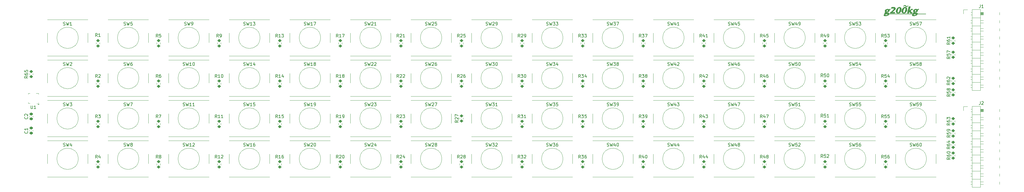
<source format=gto>
G04 #@! TF.GenerationSoftware,KiCad,Pcbnew,8.0.6*
G04 #@! TF.CreationDate,2025-05-06T17:21:28+09:00*
G04 #@! TF.ProjectId,PCB_Keys,5043425f-4b65-4797-932e-6b696361645f,rev?*
G04 #@! TF.SameCoordinates,Original*
G04 #@! TF.FileFunction,Legend,Top*
G04 #@! TF.FilePolarity,Positive*
%FSLAX46Y46*%
G04 Gerber Fmt 4.6, Leading zero omitted, Abs format (unit mm)*
G04 Created by KiCad (PCBNEW 8.0.6) date 2025-05-06 17:21:28*
%MOMM*%
%LPD*%
G01*
G04 APERTURE LIST*
G04 Aperture macros list*
%AMRoundRect*
0 Rectangle with rounded corners*
0 $1 Rounding radius*
0 $2 $3 $4 $5 $6 $7 $8 $9 X,Y pos of 4 corners*
0 Add a 4 corners polygon primitive as box body*
4,1,4,$2,$3,$4,$5,$6,$7,$8,$9,$2,$3,0*
0 Add four circle primitives for the rounded corners*
1,1,$1+$1,$2,$3*
1,1,$1+$1,$4,$5*
1,1,$1+$1,$6,$7*
1,1,$1+$1,$8,$9*
0 Add four rect primitives between the rounded corners*
20,1,$1+$1,$2,$3,$4,$5,0*
20,1,$1+$1,$4,$5,$6,$7,0*
20,1,$1+$1,$6,$7,$8,$9,0*
20,1,$1+$1,$8,$9,$2,$3,0*%
G04 Aperture macros list end*
%ADD10C,0.150000*%
%ADD11C,0.120000*%
%ADD12C,0.010000*%
%ADD13R,2.000000X1.500000*%
%ADD14RoundRect,0.200000X0.275000X-0.200000X0.275000X0.200000X-0.275000X0.200000X-0.275000X-0.200000X0*%
%ADD15R,1.700000X1.700000*%
%ADD16O,1.700000X1.700000*%
%ADD17RoundRect,0.200000X-0.275000X0.200000X-0.275000X-0.200000X0.275000X-0.200000X0.275000X0.200000X0*%
%ADD18RoundRect,0.225000X-0.250000X0.225000X-0.250000X-0.225000X0.250000X-0.225000X0.250000X0.225000X0*%
%ADD19C,5.600000*%
%ADD20R,0.813000X0.305000*%
%ADD21R,0.305000X0.813000*%
G04 APERTURE END LIST*
D10*
X206145476Y-139057200D02*
X206288333Y-139104819D01*
X206288333Y-139104819D02*
X206526428Y-139104819D01*
X206526428Y-139104819D02*
X206621666Y-139057200D01*
X206621666Y-139057200D02*
X206669285Y-139009580D01*
X206669285Y-139009580D02*
X206716904Y-138914342D01*
X206716904Y-138914342D02*
X206716904Y-138819104D01*
X206716904Y-138819104D02*
X206669285Y-138723866D01*
X206669285Y-138723866D02*
X206621666Y-138676247D01*
X206621666Y-138676247D02*
X206526428Y-138628628D01*
X206526428Y-138628628D02*
X206335952Y-138581009D01*
X206335952Y-138581009D02*
X206240714Y-138533390D01*
X206240714Y-138533390D02*
X206193095Y-138485771D01*
X206193095Y-138485771D02*
X206145476Y-138390533D01*
X206145476Y-138390533D02*
X206145476Y-138295295D01*
X206145476Y-138295295D02*
X206193095Y-138200057D01*
X206193095Y-138200057D02*
X206240714Y-138152438D01*
X206240714Y-138152438D02*
X206335952Y-138104819D01*
X206335952Y-138104819D02*
X206574047Y-138104819D01*
X206574047Y-138104819D02*
X206716904Y-138152438D01*
X207050238Y-138104819D02*
X207288333Y-139104819D01*
X207288333Y-139104819D02*
X207478809Y-138390533D01*
X207478809Y-138390533D02*
X207669285Y-139104819D01*
X207669285Y-139104819D02*
X207907381Y-138104819D01*
X208193095Y-138104819D02*
X208812142Y-138104819D01*
X208812142Y-138104819D02*
X208478809Y-138485771D01*
X208478809Y-138485771D02*
X208621666Y-138485771D01*
X208621666Y-138485771D02*
X208716904Y-138533390D01*
X208716904Y-138533390D02*
X208764523Y-138581009D01*
X208764523Y-138581009D02*
X208812142Y-138676247D01*
X208812142Y-138676247D02*
X208812142Y-138914342D01*
X208812142Y-138914342D02*
X208764523Y-139009580D01*
X208764523Y-139009580D02*
X208716904Y-139057200D01*
X208716904Y-139057200D02*
X208621666Y-139104819D01*
X208621666Y-139104819D02*
X208335952Y-139104819D01*
X208335952Y-139104819D02*
X208240714Y-139057200D01*
X208240714Y-139057200D02*
X208193095Y-139009580D01*
X209431190Y-138104819D02*
X209526428Y-138104819D01*
X209526428Y-138104819D02*
X209621666Y-138152438D01*
X209621666Y-138152438D02*
X209669285Y-138200057D01*
X209669285Y-138200057D02*
X209716904Y-138295295D01*
X209716904Y-138295295D02*
X209764523Y-138485771D01*
X209764523Y-138485771D02*
X209764523Y-138723866D01*
X209764523Y-138723866D02*
X209716904Y-138914342D01*
X209716904Y-138914342D02*
X209669285Y-139009580D01*
X209669285Y-139009580D02*
X209621666Y-139057200D01*
X209621666Y-139057200D02*
X209526428Y-139104819D01*
X209526428Y-139104819D02*
X209431190Y-139104819D01*
X209431190Y-139104819D02*
X209335952Y-139057200D01*
X209335952Y-139057200D02*
X209288333Y-139009580D01*
X209288333Y-139009580D02*
X209240714Y-138914342D01*
X209240714Y-138914342D02*
X209193095Y-138723866D01*
X209193095Y-138723866D02*
X209193095Y-138485771D01*
X209193095Y-138485771D02*
X209240714Y-138295295D01*
X209240714Y-138295295D02*
X209288333Y-138200057D01*
X209288333Y-138200057D02*
X209335952Y-138152438D01*
X209335952Y-138152438D02*
X209431190Y-138104819D01*
X187095476Y-151757200D02*
X187238333Y-151804819D01*
X187238333Y-151804819D02*
X187476428Y-151804819D01*
X187476428Y-151804819D02*
X187571666Y-151757200D01*
X187571666Y-151757200D02*
X187619285Y-151709580D01*
X187619285Y-151709580D02*
X187666904Y-151614342D01*
X187666904Y-151614342D02*
X187666904Y-151519104D01*
X187666904Y-151519104D02*
X187619285Y-151423866D01*
X187619285Y-151423866D02*
X187571666Y-151376247D01*
X187571666Y-151376247D02*
X187476428Y-151328628D01*
X187476428Y-151328628D02*
X187285952Y-151281009D01*
X187285952Y-151281009D02*
X187190714Y-151233390D01*
X187190714Y-151233390D02*
X187143095Y-151185771D01*
X187143095Y-151185771D02*
X187095476Y-151090533D01*
X187095476Y-151090533D02*
X187095476Y-150995295D01*
X187095476Y-150995295D02*
X187143095Y-150900057D01*
X187143095Y-150900057D02*
X187190714Y-150852438D01*
X187190714Y-150852438D02*
X187285952Y-150804819D01*
X187285952Y-150804819D02*
X187524047Y-150804819D01*
X187524047Y-150804819D02*
X187666904Y-150852438D01*
X188000238Y-150804819D02*
X188238333Y-151804819D01*
X188238333Y-151804819D02*
X188428809Y-151090533D01*
X188428809Y-151090533D02*
X188619285Y-151804819D01*
X188619285Y-151804819D02*
X188857381Y-150804819D01*
X189190714Y-150900057D02*
X189238333Y-150852438D01*
X189238333Y-150852438D02*
X189333571Y-150804819D01*
X189333571Y-150804819D02*
X189571666Y-150804819D01*
X189571666Y-150804819D02*
X189666904Y-150852438D01*
X189666904Y-150852438D02*
X189714523Y-150900057D01*
X189714523Y-150900057D02*
X189762142Y-150995295D01*
X189762142Y-150995295D02*
X189762142Y-151090533D01*
X189762142Y-151090533D02*
X189714523Y-151233390D01*
X189714523Y-151233390D02*
X189143095Y-151804819D01*
X189143095Y-151804819D02*
X189762142Y-151804819D01*
X190095476Y-150804819D02*
X190762142Y-150804819D01*
X190762142Y-150804819D02*
X190333571Y-151804819D01*
X263295476Y-139057200D02*
X263438333Y-139104819D01*
X263438333Y-139104819D02*
X263676428Y-139104819D01*
X263676428Y-139104819D02*
X263771666Y-139057200D01*
X263771666Y-139057200D02*
X263819285Y-139009580D01*
X263819285Y-139009580D02*
X263866904Y-138914342D01*
X263866904Y-138914342D02*
X263866904Y-138819104D01*
X263866904Y-138819104D02*
X263819285Y-138723866D01*
X263819285Y-138723866D02*
X263771666Y-138676247D01*
X263771666Y-138676247D02*
X263676428Y-138628628D01*
X263676428Y-138628628D02*
X263485952Y-138581009D01*
X263485952Y-138581009D02*
X263390714Y-138533390D01*
X263390714Y-138533390D02*
X263343095Y-138485771D01*
X263343095Y-138485771D02*
X263295476Y-138390533D01*
X263295476Y-138390533D02*
X263295476Y-138295295D01*
X263295476Y-138295295D02*
X263343095Y-138200057D01*
X263343095Y-138200057D02*
X263390714Y-138152438D01*
X263390714Y-138152438D02*
X263485952Y-138104819D01*
X263485952Y-138104819D02*
X263724047Y-138104819D01*
X263724047Y-138104819D02*
X263866904Y-138152438D01*
X264200238Y-138104819D02*
X264438333Y-139104819D01*
X264438333Y-139104819D02*
X264628809Y-138390533D01*
X264628809Y-138390533D02*
X264819285Y-139104819D01*
X264819285Y-139104819D02*
X265057381Y-138104819D01*
X265866904Y-138438152D02*
X265866904Y-139104819D01*
X265628809Y-138057200D02*
X265390714Y-138771485D01*
X265390714Y-138771485D02*
X266009761Y-138771485D01*
X266343095Y-138200057D02*
X266390714Y-138152438D01*
X266390714Y-138152438D02*
X266485952Y-138104819D01*
X266485952Y-138104819D02*
X266724047Y-138104819D01*
X266724047Y-138104819D02*
X266819285Y-138152438D01*
X266819285Y-138152438D02*
X266866904Y-138200057D01*
X266866904Y-138200057D02*
X266914523Y-138295295D01*
X266914523Y-138295295D02*
X266914523Y-138390533D01*
X266914523Y-138390533D02*
X266866904Y-138533390D01*
X266866904Y-138533390D02*
X266295476Y-139104819D01*
X266295476Y-139104819D02*
X266914523Y-139104819D01*
X73271667Y-164457200D02*
X73414524Y-164504819D01*
X73414524Y-164504819D02*
X73652619Y-164504819D01*
X73652619Y-164504819D02*
X73747857Y-164457200D01*
X73747857Y-164457200D02*
X73795476Y-164409580D01*
X73795476Y-164409580D02*
X73843095Y-164314342D01*
X73843095Y-164314342D02*
X73843095Y-164219104D01*
X73843095Y-164219104D02*
X73795476Y-164123866D01*
X73795476Y-164123866D02*
X73747857Y-164076247D01*
X73747857Y-164076247D02*
X73652619Y-164028628D01*
X73652619Y-164028628D02*
X73462143Y-163981009D01*
X73462143Y-163981009D02*
X73366905Y-163933390D01*
X73366905Y-163933390D02*
X73319286Y-163885771D01*
X73319286Y-163885771D02*
X73271667Y-163790533D01*
X73271667Y-163790533D02*
X73271667Y-163695295D01*
X73271667Y-163695295D02*
X73319286Y-163600057D01*
X73319286Y-163600057D02*
X73366905Y-163552438D01*
X73366905Y-163552438D02*
X73462143Y-163504819D01*
X73462143Y-163504819D02*
X73700238Y-163504819D01*
X73700238Y-163504819D02*
X73843095Y-163552438D01*
X74176429Y-163504819D02*
X74414524Y-164504819D01*
X74414524Y-164504819D02*
X74605000Y-163790533D01*
X74605000Y-163790533D02*
X74795476Y-164504819D01*
X74795476Y-164504819D02*
X75033572Y-163504819D01*
X75843095Y-163838152D02*
X75843095Y-164504819D01*
X75605000Y-163457200D02*
X75366905Y-164171485D01*
X75366905Y-164171485D02*
X75985952Y-164171485D01*
X187095476Y-164457200D02*
X187238333Y-164504819D01*
X187238333Y-164504819D02*
X187476428Y-164504819D01*
X187476428Y-164504819D02*
X187571666Y-164457200D01*
X187571666Y-164457200D02*
X187619285Y-164409580D01*
X187619285Y-164409580D02*
X187666904Y-164314342D01*
X187666904Y-164314342D02*
X187666904Y-164219104D01*
X187666904Y-164219104D02*
X187619285Y-164123866D01*
X187619285Y-164123866D02*
X187571666Y-164076247D01*
X187571666Y-164076247D02*
X187476428Y-164028628D01*
X187476428Y-164028628D02*
X187285952Y-163981009D01*
X187285952Y-163981009D02*
X187190714Y-163933390D01*
X187190714Y-163933390D02*
X187143095Y-163885771D01*
X187143095Y-163885771D02*
X187095476Y-163790533D01*
X187095476Y-163790533D02*
X187095476Y-163695295D01*
X187095476Y-163695295D02*
X187143095Y-163600057D01*
X187143095Y-163600057D02*
X187190714Y-163552438D01*
X187190714Y-163552438D02*
X187285952Y-163504819D01*
X187285952Y-163504819D02*
X187524047Y-163504819D01*
X187524047Y-163504819D02*
X187666904Y-163552438D01*
X188000238Y-163504819D02*
X188238333Y-164504819D01*
X188238333Y-164504819D02*
X188428809Y-163790533D01*
X188428809Y-163790533D02*
X188619285Y-164504819D01*
X188619285Y-164504819D02*
X188857381Y-163504819D01*
X189190714Y-163600057D02*
X189238333Y-163552438D01*
X189238333Y-163552438D02*
X189333571Y-163504819D01*
X189333571Y-163504819D02*
X189571666Y-163504819D01*
X189571666Y-163504819D02*
X189666904Y-163552438D01*
X189666904Y-163552438D02*
X189714523Y-163600057D01*
X189714523Y-163600057D02*
X189762142Y-163695295D01*
X189762142Y-163695295D02*
X189762142Y-163790533D01*
X189762142Y-163790533D02*
X189714523Y-163933390D01*
X189714523Y-163933390D02*
X189143095Y-164504819D01*
X189143095Y-164504819D02*
X189762142Y-164504819D01*
X190333571Y-163933390D02*
X190238333Y-163885771D01*
X190238333Y-163885771D02*
X190190714Y-163838152D01*
X190190714Y-163838152D02*
X190143095Y-163742914D01*
X190143095Y-163742914D02*
X190143095Y-163695295D01*
X190143095Y-163695295D02*
X190190714Y-163600057D01*
X190190714Y-163600057D02*
X190238333Y-163552438D01*
X190238333Y-163552438D02*
X190333571Y-163504819D01*
X190333571Y-163504819D02*
X190524047Y-163504819D01*
X190524047Y-163504819D02*
X190619285Y-163552438D01*
X190619285Y-163552438D02*
X190666904Y-163600057D01*
X190666904Y-163600057D02*
X190714523Y-163695295D01*
X190714523Y-163695295D02*
X190714523Y-163742914D01*
X190714523Y-163742914D02*
X190666904Y-163838152D01*
X190666904Y-163838152D02*
X190619285Y-163885771D01*
X190619285Y-163885771D02*
X190524047Y-163933390D01*
X190524047Y-163933390D02*
X190333571Y-163933390D01*
X190333571Y-163933390D02*
X190238333Y-163981009D01*
X190238333Y-163981009D02*
X190190714Y-164028628D01*
X190190714Y-164028628D02*
X190143095Y-164123866D01*
X190143095Y-164123866D02*
X190143095Y-164314342D01*
X190143095Y-164314342D02*
X190190714Y-164409580D01*
X190190714Y-164409580D02*
X190238333Y-164457200D01*
X190238333Y-164457200D02*
X190333571Y-164504819D01*
X190333571Y-164504819D02*
X190524047Y-164504819D01*
X190524047Y-164504819D02*
X190619285Y-164457200D01*
X190619285Y-164457200D02*
X190666904Y-164409580D01*
X190666904Y-164409580D02*
X190714523Y-164314342D01*
X190714523Y-164314342D02*
X190714523Y-164123866D01*
X190714523Y-164123866D02*
X190666904Y-164028628D01*
X190666904Y-164028628D02*
X190619285Y-163981009D01*
X190619285Y-163981009D02*
X190524047Y-163933390D01*
X121587142Y-155569819D02*
X121253809Y-155093628D01*
X121015714Y-155569819D02*
X121015714Y-154569819D01*
X121015714Y-154569819D02*
X121396666Y-154569819D01*
X121396666Y-154569819D02*
X121491904Y-154617438D01*
X121491904Y-154617438D02*
X121539523Y-154665057D01*
X121539523Y-154665057D02*
X121587142Y-154760295D01*
X121587142Y-154760295D02*
X121587142Y-154903152D01*
X121587142Y-154903152D02*
X121539523Y-154998390D01*
X121539523Y-154998390D02*
X121491904Y-155046009D01*
X121491904Y-155046009D02*
X121396666Y-155093628D01*
X121396666Y-155093628D02*
X121015714Y-155093628D01*
X122539523Y-155569819D02*
X121968095Y-155569819D01*
X122253809Y-155569819D02*
X122253809Y-154569819D01*
X122253809Y-154569819D02*
X122158571Y-154712676D01*
X122158571Y-154712676D02*
X122063333Y-154807914D01*
X122063333Y-154807914D02*
X121968095Y-154855533D01*
X123491904Y-155569819D02*
X122920476Y-155569819D01*
X123206190Y-155569819D02*
X123206190Y-154569819D01*
X123206190Y-154569819D02*
X123110952Y-154712676D01*
X123110952Y-154712676D02*
X123015714Y-154807914D01*
X123015714Y-154807914D02*
X122920476Y-154855533D01*
X312087142Y-130169819D02*
X311753809Y-129693628D01*
X311515714Y-130169819D02*
X311515714Y-129169819D01*
X311515714Y-129169819D02*
X311896666Y-129169819D01*
X311896666Y-129169819D02*
X311991904Y-129217438D01*
X311991904Y-129217438D02*
X312039523Y-129265057D01*
X312039523Y-129265057D02*
X312087142Y-129360295D01*
X312087142Y-129360295D02*
X312087142Y-129503152D01*
X312087142Y-129503152D02*
X312039523Y-129598390D01*
X312039523Y-129598390D02*
X311991904Y-129646009D01*
X311991904Y-129646009D02*
X311896666Y-129693628D01*
X311896666Y-129693628D02*
X311515714Y-129693628D01*
X312944285Y-129503152D02*
X312944285Y-130169819D01*
X312706190Y-129122200D02*
X312468095Y-129836485D01*
X312468095Y-129836485D02*
X313087142Y-129836485D01*
X313515714Y-130169819D02*
X313706190Y-130169819D01*
X313706190Y-130169819D02*
X313801428Y-130122200D01*
X313801428Y-130122200D02*
X313849047Y-130074580D01*
X313849047Y-130074580D02*
X313944285Y-129931723D01*
X313944285Y-129931723D02*
X313991904Y-129741247D01*
X313991904Y-129741247D02*
X313991904Y-129360295D01*
X313991904Y-129360295D02*
X313944285Y-129265057D01*
X313944285Y-129265057D02*
X313896666Y-129217438D01*
X313896666Y-129217438D02*
X313801428Y-129169819D01*
X313801428Y-129169819D02*
X313610952Y-129169819D01*
X313610952Y-129169819D02*
X313515714Y-129217438D01*
X313515714Y-129217438D02*
X313468095Y-129265057D01*
X313468095Y-129265057D02*
X313420476Y-129360295D01*
X313420476Y-129360295D02*
X313420476Y-129598390D01*
X313420476Y-129598390D02*
X313468095Y-129693628D01*
X313468095Y-129693628D02*
X313515714Y-129741247D01*
X313515714Y-129741247D02*
X313610952Y-129788866D01*
X313610952Y-129788866D02*
X313801428Y-129788866D01*
X313801428Y-129788866D02*
X313896666Y-129741247D01*
X313896666Y-129741247D02*
X313944285Y-129693628D01*
X313944285Y-129693628D02*
X313991904Y-129598390D01*
X159687142Y-168269819D02*
X159353809Y-167793628D01*
X159115714Y-168269819D02*
X159115714Y-167269819D01*
X159115714Y-167269819D02*
X159496666Y-167269819D01*
X159496666Y-167269819D02*
X159591904Y-167317438D01*
X159591904Y-167317438D02*
X159639523Y-167365057D01*
X159639523Y-167365057D02*
X159687142Y-167460295D01*
X159687142Y-167460295D02*
X159687142Y-167603152D01*
X159687142Y-167603152D02*
X159639523Y-167698390D01*
X159639523Y-167698390D02*
X159591904Y-167746009D01*
X159591904Y-167746009D02*
X159496666Y-167793628D01*
X159496666Y-167793628D02*
X159115714Y-167793628D01*
X160068095Y-167365057D02*
X160115714Y-167317438D01*
X160115714Y-167317438D02*
X160210952Y-167269819D01*
X160210952Y-167269819D02*
X160449047Y-167269819D01*
X160449047Y-167269819D02*
X160544285Y-167317438D01*
X160544285Y-167317438D02*
X160591904Y-167365057D01*
X160591904Y-167365057D02*
X160639523Y-167460295D01*
X160639523Y-167460295D02*
X160639523Y-167555533D01*
X160639523Y-167555533D02*
X160591904Y-167698390D01*
X160591904Y-167698390D02*
X160020476Y-168269819D01*
X160020476Y-168269819D02*
X160639523Y-168269819D01*
X161258571Y-167269819D02*
X161353809Y-167269819D01*
X161353809Y-167269819D02*
X161449047Y-167317438D01*
X161449047Y-167317438D02*
X161496666Y-167365057D01*
X161496666Y-167365057D02*
X161544285Y-167460295D01*
X161544285Y-167460295D02*
X161591904Y-167650771D01*
X161591904Y-167650771D02*
X161591904Y-167888866D01*
X161591904Y-167888866D02*
X161544285Y-168079342D01*
X161544285Y-168079342D02*
X161496666Y-168174580D01*
X161496666Y-168174580D02*
X161449047Y-168222200D01*
X161449047Y-168222200D02*
X161353809Y-168269819D01*
X161353809Y-168269819D02*
X161258571Y-168269819D01*
X161258571Y-168269819D02*
X161163333Y-168222200D01*
X161163333Y-168222200D02*
X161115714Y-168174580D01*
X161115714Y-168174580D02*
X161068095Y-168079342D01*
X161068095Y-168079342D02*
X161020476Y-167888866D01*
X161020476Y-167888866D02*
X161020476Y-167650771D01*
X161020476Y-167650771D02*
X161068095Y-167460295D01*
X161068095Y-167460295D02*
X161115714Y-167365057D01*
X161115714Y-167365057D02*
X161163333Y-167317438D01*
X161163333Y-167317438D02*
X161258571Y-167269819D01*
X352109819Y-148177857D02*
X351633628Y-148511190D01*
X352109819Y-148749285D02*
X351109819Y-148749285D01*
X351109819Y-148749285D02*
X351109819Y-148368333D01*
X351109819Y-148368333D02*
X351157438Y-148273095D01*
X351157438Y-148273095D02*
X351205057Y-148225476D01*
X351205057Y-148225476D02*
X351300295Y-148177857D01*
X351300295Y-148177857D02*
X351443152Y-148177857D01*
X351443152Y-148177857D02*
X351538390Y-148225476D01*
X351538390Y-148225476D02*
X351586009Y-148273095D01*
X351586009Y-148273095D02*
X351633628Y-148368333D01*
X351633628Y-148368333D02*
X351633628Y-148749285D01*
X351109819Y-147273095D02*
X351109819Y-147749285D01*
X351109819Y-147749285D02*
X351586009Y-147796904D01*
X351586009Y-147796904D02*
X351538390Y-147749285D01*
X351538390Y-147749285D02*
X351490771Y-147654047D01*
X351490771Y-147654047D02*
X351490771Y-147415952D01*
X351490771Y-147415952D02*
X351538390Y-147320714D01*
X351538390Y-147320714D02*
X351586009Y-147273095D01*
X351586009Y-147273095D02*
X351681247Y-147225476D01*
X351681247Y-147225476D02*
X351919342Y-147225476D01*
X351919342Y-147225476D02*
X352014580Y-147273095D01*
X352014580Y-147273095D02*
X352062200Y-147320714D01*
X352062200Y-147320714D02*
X352109819Y-147415952D01*
X352109819Y-147415952D02*
X352109819Y-147654047D01*
X352109819Y-147654047D02*
X352062200Y-147749285D01*
X352062200Y-147749285D02*
X352014580Y-147796904D01*
X351538390Y-146654047D02*
X351490771Y-146749285D01*
X351490771Y-146749285D02*
X351443152Y-146796904D01*
X351443152Y-146796904D02*
X351347914Y-146844523D01*
X351347914Y-146844523D02*
X351300295Y-146844523D01*
X351300295Y-146844523D02*
X351205057Y-146796904D01*
X351205057Y-146796904D02*
X351157438Y-146749285D01*
X351157438Y-146749285D02*
X351109819Y-146654047D01*
X351109819Y-146654047D02*
X351109819Y-146463571D01*
X351109819Y-146463571D02*
X351157438Y-146368333D01*
X351157438Y-146368333D02*
X351205057Y-146320714D01*
X351205057Y-146320714D02*
X351300295Y-146273095D01*
X351300295Y-146273095D02*
X351347914Y-146273095D01*
X351347914Y-146273095D02*
X351443152Y-146320714D01*
X351443152Y-146320714D02*
X351490771Y-146368333D01*
X351490771Y-146368333D02*
X351538390Y-146463571D01*
X351538390Y-146463571D02*
X351538390Y-146654047D01*
X351538390Y-146654047D02*
X351586009Y-146749285D01*
X351586009Y-146749285D02*
X351633628Y-146796904D01*
X351633628Y-146796904D02*
X351728866Y-146844523D01*
X351728866Y-146844523D02*
X351919342Y-146844523D01*
X351919342Y-146844523D02*
X352014580Y-146796904D01*
X352014580Y-146796904D02*
X352062200Y-146749285D01*
X352062200Y-146749285D02*
X352109819Y-146654047D01*
X352109819Y-146654047D02*
X352109819Y-146463571D01*
X352109819Y-146463571D02*
X352062200Y-146368333D01*
X352062200Y-146368333D02*
X352014580Y-146320714D01*
X352014580Y-146320714D02*
X351919342Y-146273095D01*
X351919342Y-146273095D02*
X351728866Y-146273095D01*
X351728866Y-146273095D02*
X351633628Y-146320714D01*
X351633628Y-146320714D02*
X351586009Y-146368333D01*
X351586009Y-146368333D02*
X351538390Y-146463571D01*
X159687142Y-155569819D02*
X159353809Y-155093628D01*
X159115714Y-155569819D02*
X159115714Y-154569819D01*
X159115714Y-154569819D02*
X159496666Y-154569819D01*
X159496666Y-154569819D02*
X159591904Y-154617438D01*
X159591904Y-154617438D02*
X159639523Y-154665057D01*
X159639523Y-154665057D02*
X159687142Y-154760295D01*
X159687142Y-154760295D02*
X159687142Y-154903152D01*
X159687142Y-154903152D02*
X159639523Y-154998390D01*
X159639523Y-154998390D02*
X159591904Y-155046009D01*
X159591904Y-155046009D02*
X159496666Y-155093628D01*
X159496666Y-155093628D02*
X159115714Y-155093628D01*
X160639523Y-155569819D02*
X160068095Y-155569819D01*
X160353809Y-155569819D02*
X160353809Y-154569819D01*
X160353809Y-154569819D02*
X160258571Y-154712676D01*
X160258571Y-154712676D02*
X160163333Y-154807914D01*
X160163333Y-154807914D02*
X160068095Y-154855533D01*
X161115714Y-155569819D02*
X161306190Y-155569819D01*
X161306190Y-155569819D02*
X161401428Y-155522200D01*
X161401428Y-155522200D02*
X161449047Y-155474580D01*
X161449047Y-155474580D02*
X161544285Y-155331723D01*
X161544285Y-155331723D02*
X161591904Y-155141247D01*
X161591904Y-155141247D02*
X161591904Y-154760295D01*
X161591904Y-154760295D02*
X161544285Y-154665057D01*
X161544285Y-154665057D02*
X161496666Y-154617438D01*
X161496666Y-154617438D02*
X161401428Y-154569819D01*
X161401428Y-154569819D02*
X161210952Y-154569819D01*
X161210952Y-154569819D02*
X161115714Y-154617438D01*
X161115714Y-154617438D02*
X161068095Y-154665057D01*
X161068095Y-154665057D02*
X161020476Y-154760295D01*
X161020476Y-154760295D02*
X161020476Y-154998390D01*
X161020476Y-154998390D02*
X161068095Y-155093628D01*
X161068095Y-155093628D02*
X161115714Y-155141247D01*
X161115714Y-155141247D02*
X161210952Y-155188866D01*
X161210952Y-155188866D02*
X161401428Y-155188866D01*
X161401428Y-155188866D02*
X161496666Y-155141247D01*
X161496666Y-155141247D02*
X161544285Y-155093628D01*
X161544285Y-155093628D02*
X161591904Y-154998390D01*
X168045476Y-139057200D02*
X168188333Y-139104819D01*
X168188333Y-139104819D02*
X168426428Y-139104819D01*
X168426428Y-139104819D02*
X168521666Y-139057200D01*
X168521666Y-139057200D02*
X168569285Y-139009580D01*
X168569285Y-139009580D02*
X168616904Y-138914342D01*
X168616904Y-138914342D02*
X168616904Y-138819104D01*
X168616904Y-138819104D02*
X168569285Y-138723866D01*
X168569285Y-138723866D02*
X168521666Y-138676247D01*
X168521666Y-138676247D02*
X168426428Y-138628628D01*
X168426428Y-138628628D02*
X168235952Y-138581009D01*
X168235952Y-138581009D02*
X168140714Y-138533390D01*
X168140714Y-138533390D02*
X168093095Y-138485771D01*
X168093095Y-138485771D02*
X168045476Y-138390533D01*
X168045476Y-138390533D02*
X168045476Y-138295295D01*
X168045476Y-138295295D02*
X168093095Y-138200057D01*
X168093095Y-138200057D02*
X168140714Y-138152438D01*
X168140714Y-138152438D02*
X168235952Y-138104819D01*
X168235952Y-138104819D02*
X168474047Y-138104819D01*
X168474047Y-138104819D02*
X168616904Y-138152438D01*
X168950238Y-138104819D02*
X169188333Y-139104819D01*
X169188333Y-139104819D02*
X169378809Y-138390533D01*
X169378809Y-138390533D02*
X169569285Y-139104819D01*
X169569285Y-139104819D02*
X169807381Y-138104819D01*
X170140714Y-138200057D02*
X170188333Y-138152438D01*
X170188333Y-138152438D02*
X170283571Y-138104819D01*
X170283571Y-138104819D02*
X170521666Y-138104819D01*
X170521666Y-138104819D02*
X170616904Y-138152438D01*
X170616904Y-138152438D02*
X170664523Y-138200057D01*
X170664523Y-138200057D02*
X170712142Y-138295295D01*
X170712142Y-138295295D02*
X170712142Y-138390533D01*
X170712142Y-138390533D02*
X170664523Y-138533390D01*
X170664523Y-138533390D02*
X170093095Y-139104819D01*
X170093095Y-139104819D02*
X170712142Y-139104819D01*
X171093095Y-138200057D02*
X171140714Y-138152438D01*
X171140714Y-138152438D02*
X171235952Y-138104819D01*
X171235952Y-138104819D02*
X171474047Y-138104819D01*
X171474047Y-138104819D02*
X171569285Y-138152438D01*
X171569285Y-138152438D02*
X171616904Y-138200057D01*
X171616904Y-138200057D02*
X171664523Y-138295295D01*
X171664523Y-138295295D02*
X171664523Y-138390533D01*
X171664523Y-138390533D02*
X171616904Y-138533390D01*
X171616904Y-138533390D02*
X171045476Y-139104819D01*
X171045476Y-139104819D02*
X171664523Y-139104819D01*
X73271667Y-151757200D02*
X73414524Y-151804819D01*
X73414524Y-151804819D02*
X73652619Y-151804819D01*
X73652619Y-151804819D02*
X73747857Y-151757200D01*
X73747857Y-151757200D02*
X73795476Y-151709580D01*
X73795476Y-151709580D02*
X73843095Y-151614342D01*
X73843095Y-151614342D02*
X73843095Y-151519104D01*
X73843095Y-151519104D02*
X73795476Y-151423866D01*
X73795476Y-151423866D02*
X73747857Y-151376247D01*
X73747857Y-151376247D02*
X73652619Y-151328628D01*
X73652619Y-151328628D02*
X73462143Y-151281009D01*
X73462143Y-151281009D02*
X73366905Y-151233390D01*
X73366905Y-151233390D02*
X73319286Y-151185771D01*
X73319286Y-151185771D02*
X73271667Y-151090533D01*
X73271667Y-151090533D02*
X73271667Y-150995295D01*
X73271667Y-150995295D02*
X73319286Y-150900057D01*
X73319286Y-150900057D02*
X73366905Y-150852438D01*
X73366905Y-150852438D02*
X73462143Y-150804819D01*
X73462143Y-150804819D02*
X73700238Y-150804819D01*
X73700238Y-150804819D02*
X73843095Y-150852438D01*
X74176429Y-150804819D02*
X74414524Y-151804819D01*
X74414524Y-151804819D02*
X74605000Y-151090533D01*
X74605000Y-151090533D02*
X74795476Y-151804819D01*
X74795476Y-151804819D02*
X75033572Y-150804819D01*
X75319286Y-150804819D02*
X75938333Y-150804819D01*
X75938333Y-150804819D02*
X75605000Y-151185771D01*
X75605000Y-151185771D02*
X75747857Y-151185771D01*
X75747857Y-151185771D02*
X75843095Y-151233390D01*
X75843095Y-151233390D02*
X75890714Y-151281009D01*
X75890714Y-151281009D02*
X75938333Y-151376247D01*
X75938333Y-151376247D02*
X75938333Y-151614342D01*
X75938333Y-151614342D02*
X75890714Y-151709580D01*
X75890714Y-151709580D02*
X75843095Y-151757200D01*
X75843095Y-151757200D02*
X75747857Y-151804819D01*
X75747857Y-151804819D02*
X75462143Y-151804819D01*
X75462143Y-151804819D02*
X75366905Y-151757200D01*
X75366905Y-151757200D02*
X75319286Y-151709580D01*
X244245476Y-139057200D02*
X244388333Y-139104819D01*
X244388333Y-139104819D02*
X244626428Y-139104819D01*
X244626428Y-139104819D02*
X244721666Y-139057200D01*
X244721666Y-139057200D02*
X244769285Y-139009580D01*
X244769285Y-139009580D02*
X244816904Y-138914342D01*
X244816904Y-138914342D02*
X244816904Y-138819104D01*
X244816904Y-138819104D02*
X244769285Y-138723866D01*
X244769285Y-138723866D02*
X244721666Y-138676247D01*
X244721666Y-138676247D02*
X244626428Y-138628628D01*
X244626428Y-138628628D02*
X244435952Y-138581009D01*
X244435952Y-138581009D02*
X244340714Y-138533390D01*
X244340714Y-138533390D02*
X244293095Y-138485771D01*
X244293095Y-138485771D02*
X244245476Y-138390533D01*
X244245476Y-138390533D02*
X244245476Y-138295295D01*
X244245476Y-138295295D02*
X244293095Y-138200057D01*
X244293095Y-138200057D02*
X244340714Y-138152438D01*
X244340714Y-138152438D02*
X244435952Y-138104819D01*
X244435952Y-138104819D02*
X244674047Y-138104819D01*
X244674047Y-138104819D02*
X244816904Y-138152438D01*
X245150238Y-138104819D02*
X245388333Y-139104819D01*
X245388333Y-139104819D02*
X245578809Y-138390533D01*
X245578809Y-138390533D02*
X245769285Y-139104819D01*
X245769285Y-139104819D02*
X246007381Y-138104819D01*
X246293095Y-138104819D02*
X246912142Y-138104819D01*
X246912142Y-138104819D02*
X246578809Y-138485771D01*
X246578809Y-138485771D02*
X246721666Y-138485771D01*
X246721666Y-138485771D02*
X246816904Y-138533390D01*
X246816904Y-138533390D02*
X246864523Y-138581009D01*
X246864523Y-138581009D02*
X246912142Y-138676247D01*
X246912142Y-138676247D02*
X246912142Y-138914342D01*
X246912142Y-138914342D02*
X246864523Y-139009580D01*
X246864523Y-139009580D02*
X246816904Y-139057200D01*
X246816904Y-139057200D02*
X246721666Y-139104819D01*
X246721666Y-139104819D02*
X246435952Y-139104819D01*
X246435952Y-139104819D02*
X246340714Y-139057200D01*
X246340714Y-139057200D02*
X246293095Y-139009580D01*
X247483571Y-138533390D02*
X247388333Y-138485771D01*
X247388333Y-138485771D02*
X247340714Y-138438152D01*
X247340714Y-138438152D02*
X247293095Y-138342914D01*
X247293095Y-138342914D02*
X247293095Y-138295295D01*
X247293095Y-138295295D02*
X247340714Y-138200057D01*
X247340714Y-138200057D02*
X247388333Y-138152438D01*
X247388333Y-138152438D02*
X247483571Y-138104819D01*
X247483571Y-138104819D02*
X247674047Y-138104819D01*
X247674047Y-138104819D02*
X247769285Y-138152438D01*
X247769285Y-138152438D02*
X247816904Y-138200057D01*
X247816904Y-138200057D02*
X247864523Y-138295295D01*
X247864523Y-138295295D02*
X247864523Y-138342914D01*
X247864523Y-138342914D02*
X247816904Y-138438152D01*
X247816904Y-138438152D02*
X247769285Y-138485771D01*
X247769285Y-138485771D02*
X247674047Y-138533390D01*
X247674047Y-138533390D02*
X247483571Y-138533390D01*
X247483571Y-138533390D02*
X247388333Y-138581009D01*
X247388333Y-138581009D02*
X247340714Y-138628628D01*
X247340714Y-138628628D02*
X247293095Y-138723866D01*
X247293095Y-138723866D02*
X247293095Y-138914342D01*
X247293095Y-138914342D02*
X247340714Y-139009580D01*
X247340714Y-139009580D02*
X247388333Y-139057200D01*
X247388333Y-139057200D02*
X247483571Y-139104819D01*
X247483571Y-139104819D02*
X247674047Y-139104819D01*
X247674047Y-139104819D02*
X247769285Y-139057200D01*
X247769285Y-139057200D02*
X247816904Y-139009580D01*
X247816904Y-139009580D02*
X247864523Y-138914342D01*
X247864523Y-138914342D02*
X247864523Y-138723866D01*
X247864523Y-138723866D02*
X247816904Y-138628628D01*
X247816904Y-138628628D02*
X247769285Y-138581009D01*
X247769285Y-138581009D02*
X247674047Y-138533390D01*
X331137142Y-168269819D02*
X330803809Y-167793628D01*
X330565714Y-168269819D02*
X330565714Y-167269819D01*
X330565714Y-167269819D02*
X330946666Y-167269819D01*
X330946666Y-167269819D02*
X331041904Y-167317438D01*
X331041904Y-167317438D02*
X331089523Y-167365057D01*
X331089523Y-167365057D02*
X331137142Y-167460295D01*
X331137142Y-167460295D02*
X331137142Y-167603152D01*
X331137142Y-167603152D02*
X331089523Y-167698390D01*
X331089523Y-167698390D02*
X331041904Y-167746009D01*
X331041904Y-167746009D02*
X330946666Y-167793628D01*
X330946666Y-167793628D02*
X330565714Y-167793628D01*
X332041904Y-167269819D02*
X331565714Y-167269819D01*
X331565714Y-167269819D02*
X331518095Y-167746009D01*
X331518095Y-167746009D02*
X331565714Y-167698390D01*
X331565714Y-167698390D02*
X331660952Y-167650771D01*
X331660952Y-167650771D02*
X331899047Y-167650771D01*
X331899047Y-167650771D02*
X331994285Y-167698390D01*
X331994285Y-167698390D02*
X332041904Y-167746009D01*
X332041904Y-167746009D02*
X332089523Y-167841247D01*
X332089523Y-167841247D02*
X332089523Y-168079342D01*
X332089523Y-168079342D02*
X332041904Y-168174580D01*
X332041904Y-168174580D02*
X331994285Y-168222200D01*
X331994285Y-168222200D02*
X331899047Y-168269819D01*
X331899047Y-168269819D02*
X331660952Y-168269819D01*
X331660952Y-168269819D02*
X331565714Y-168222200D01*
X331565714Y-168222200D02*
X331518095Y-168174580D01*
X332946666Y-167269819D02*
X332756190Y-167269819D01*
X332756190Y-167269819D02*
X332660952Y-167317438D01*
X332660952Y-167317438D02*
X332613333Y-167365057D01*
X332613333Y-167365057D02*
X332518095Y-167507914D01*
X332518095Y-167507914D02*
X332470476Y-167698390D01*
X332470476Y-167698390D02*
X332470476Y-168079342D01*
X332470476Y-168079342D02*
X332518095Y-168174580D01*
X332518095Y-168174580D02*
X332565714Y-168222200D01*
X332565714Y-168222200D02*
X332660952Y-168269819D01*
X332660952Y-168269819D02*
X332851428Y-168269819D01*
X332851428Y-168269819D02*
X332946666Y-168222200D01*
X332946666Y-168222200D02*
X332994285Y-168174580D01*
X332994285Y-168174580D02*
X333041904Y-168079342D01*
X333041904Y-168079342D02*
X333041904Y-167841247D01*
X333041904Y-167841247D02*
X332994285Y-167746009D01*
X332994285Y-167746009D02*
X332946666Y-167698390D01*
X332946666Y-167698390D02*
X332851428Y-167650771D01*
X332851428Y-167650771D02*
X332660952Y-167650771D01*
X332660952Y-167650771D02*
X332565714Y-167698390D01*
X332565714Y-167698390D02*
X332518095Y-167746009D01*
X332518095Y-167746009D02*
X332470476Y-167841247D01*
X122063333Y-130169819D02*
X121730000Y-129693628D01*
X121491905Y-130169819D02*
X121491905Y-129169819D01*
X121491905Y-129169819D02*
X121872857Y-129169819D01*
X121872857Y-129169819D02*
X121968095Y-129217438D01*
X121968095Y-129217438D02*
X122015714Y-129265057D01*
X122015714Y-129265057D02*
X122063333Y-129360295D01*
X122063333Y-129360295D02*
X122063333Y-129503152D01*
X122063333Y-129503152D02*
X122015714Y-129598390D01*
X122015714Y-129598390D02*
X121968095Y-129646009D01*
X121968095Y-129646009D02*
X121872857Y-129693628D01*
X121872857Y-129693628D02*
X121491905Y-129693628D01*
X122539524Y-130169819D02*
X122730000Y-130169819D01*
X122730000Y-130169819D02*
X122825238Y-130122200D01*
X122825238Y-130122200D02*
X122872857Y-130074580D01*
X122872857Y-130074580D02*
X122968095Y-129931723D01*
X122968095Y-129931723D02*
X123015714Y-129741247D01*
X123015714Y-129741247D02*
X123015714Y-129360295D01*
X123015714Y-129360295D02*
X122968095Y-129265057D01*
X122968095Y-129265057D02*
X122920476Y-129217438D01*
X122920476Y-129217438D02*
X122825238Y-129169819D01*
X122825238Y-129169819D02*
X122634762Y-129169819D01*
X122634762Y-129169819D02*
X122539524Y-129217438D01*
X122539524Y-129217438D02*
X122491905Y-129265057D01*
X122491905Y-129265057D02*
X122444286Y-129360295D01*
X122444286Y-129360295D02*
X122444286Y-129598390D01*
X122444286Y-129598390D02*
X122491905Y-129693628D01*
X122491905Y-129693628D02*
X122539524Y-129741247D01*
X122539524Y-129741247D02*
X122634762Y-129788866D01*
X122634762Y-129788866D02*
X122825238Y-129788866D01*
X122825238Y-129788866D02*
X122920476Y-129741247D01*
X122920476Y-129741247D02*
X122968095Y-129693628D01*
X122968095Y-129693628D02*
X123015714Y-129598390D01*
X129945476Y-126357200D02*
X130088333Y-126404819D01*
X130088333Y-126404819D02*
X130326428Y-126404819D01*
X130326428Y-126404819D02*
X130421666Y-126357200D01*
X130421666Y-126357200D02*
X130469285Y-126309580D01*
X130469285Y-126309580D02*
X130516904Y-126214342D01*
X130516904Y-126214342D02*
X130516904Y-126119104D01*
X130516904Y-126119104D02*
X130469285Y-126023866D01*
X130469285Y-126023866D02*
X130421666Y-125976247D01*
X130421666Y-125976247D02*
X130326428Y-125928628D01*
X130326428Y-125928628D02*
X130135952Y-125881009D01*
X130135952Y-125881009D02*
X130040714Y-125833390D01*
X130040714Y-125833390D02*
X129993095Y-125785771D01*
X129993095Y-125785771D02*
X129945476Y-125690533D01*
X129945476Y-125690533D02*
X129945476Y-125595295D01*
X129945476Y-125595295D02*
X129993095Y-125500057D01*
X129993095Y-125500057D02*
X130040714Y-125452438D01*
X130040714Y-125452438D02*
X130135952Y-125404819D01*
X130135952Y-125404819D02*
X130374047Y-125404819D01*
X130374047Y-125404819D02*
X130516904Y-125452438D01*
X130850238Y-125404819D02*
X131088333Y-126404819D01*
X131088333Y-126404819D02*
X131278809Y-125690533D01*
X131278809Y-125690533D02*
X131469285Y-126404819D01*
X131469285Y-126404819D02*
X131707381Y-125404819D01*
X132612142Y-126404819D02*
X132040714Y-126404819D01*
X132326428Y-126404819D02*
X132326428Y-125404819D01*
X132326428Y-125404819D02*
X132231190Y-125547676D01*
X132231190Y-125547676D02*
X132135952Y-125642914D01*
X132135952Y-125642914D02*
X132040714Y-125690533D01*
X132945476Y-125404819D02*
X133564523Y-125404819D01*
X133564523Y-125404819D02*
X133231190Y-125785771D01*
X133231190Y-125785771D02*
X133374047Y-125785771D01*
X133374047Y-125785771D02*
X133469285Y-125833390D01*
X133469285Y-125833390D02*
X133516904Y-125881009D01*
X133516904Y-125881009D02*
X133564523Y-125976247D01*
X133564523Y-125976247D02*
X133564523Y-126214342D01*
X133564523Y-126214342D02*
X133516904Y-126309580D01*
X133516904Y-126309580D02*
X133469285Y-126357200D01*
X133469285Y-126357200D02*
X133374047Y-126404819D01*
X133374047Y-126404819D02*
X133088333Y-126404819D01*
X133088333Y-126404819D02*
X132993095Y-126357200D01*
X132993095Y-126357200D02*
X132945476Y-126309580D01*
X361576666Y-119914819D02*
X361576666Y-120629104D01*
X361576666Y-120629104D02*
X361529047Y-120771961D01*
X361529047Y-120771961D02*
X361433809Y-120867200D01*
X361433809Y-120867200D02*
X361290952Y-120914819D01*
X361290952Y-120914819D02*
X361195714Y-120914819D01*
X362576666Y-120914819D02*
X362005238Y-120914819D01*
X362290952Y-120914819D02*
X362290952Y-119914819D01*
X362290952Y-119914819D02*
X362195714Y-120057676D01*
X362195714Y-120057676D02*
X362100476Y-120152914D01*
X362100476Y-120152914D02*
X362005238Y-120200533D01*
X320445476Y-151757200D02*
X320588333Y-151804819D01*
X320588333Y-151804819D02*
X320826428Y-151804819D01*
X320826428Y-151804819D02*
X320921666Y-151757200D01*
X320921666Y-151757200D02*
X320969285Y-151709580D01*
X320969285Y-151709580D02*
X321016904Y-151614342D01*
X321016904Y-151614342D02*
X321016904Y-151519104D01*
X321016904Y-151519104D02*
X320969285Y-151423866D01*
X320969285Y-151423866D02*
X320921666Y-151376247D01*
X320921666Y-151376247D02*
X320826428Y-151328628D01*
X320826428Y-151328628D02*
X320635952Y-151281009D01*
X320635952Y-151281009D02*
X320540714Y-151233390D01*
X320540714Y-151233390D02*
X320493095Y-151185771D01*
X320493095Y-151185771D02*
X320445476Y-151090533D01*
X320445476Y-151090533D02*
X320445476Y-150995295D01*
X320445476Y-150995295D02*
X320493095Y-150900057D01*
X320493095Y-150900057D02*
X320540714Y-150852438D01*
X320540714Y-150852438D02*
X320635952Y-150804819D01*
X320635952Y-150804819D02*
X320874047Y-150804819D01*
X320874047Y-150804819D02*
X321016904Y-150852438D01*
X321350238Y-150804819D02*
X321588333Y-151804819D01*
X321588333Y-151804819D02*
X321778809Y-151090533D01*
X321778809Y-151090533D02*
X321969285Y-151804819D01*
X321969285Y-151804819D02*
X322207381Y-150804819D01*
X323064523Y-150804819D02*
X322588333Y-150804819D01*
X322588333Y-150804819D02*
X322540714Y-151281009D01*
X322540714Y-151281009D02*
X322588333Y-151233390D01*
X322588333Y-151233390D02*
X322683571Y-151185771D01*
X322683571Y-151185771D02*
X322921666Y-151185771D01*
X322921666Y-151185771D02*
X323016904Y-151233390D01*
X323016904Y-151233390D02*
X323064523Y-151281009D01*
X323064523Y-151281009D02*
X323112142Y-151376247D01*
X323112142Y-151376247D02*
X323112142Y-151614342D01*
X323112142Y-151614342D02*
X323064523Y-151709580D01*
X323064523Y-151709580D02*
X323016904Y-151757200D01*
X323016904Y-151757200D02*
X322921666Y-151804819D01*
X322921666Y-151804819D02*
X322683571Y-151804819D01*
X322683571Y-151804819D02*
X322588333Y-151757200D01*
X322588333Y-151757200D02*
X322540714Y-151709580D01*
X324016904Y-150804819D02*
X323540714Y-150804819D01*
X323540714Y-150804819D02*
X323493095Y-151281009D01*
X323493095Y-151281009D02*
X323540714Y-151233390D01*
X323540714Y-151233390D02*
X323635952Y-151185771D01*
X323635952Y-151185771D02*
X323874047Y-151185771D01*
X323874047Y-151185771D02*
X323969285Y-151233390D01*
X323969285Y-151233390D02*
X324016904Y-151281009D01*
X324016904Y-151281009D02*
X324064523Y-151376247D01*
X324064523Y-151376247D02*
X324064523Y-151614342D01*
X324064523Y-151614342D02*
X324016904Y-151709580D01*
X324016904Y-151709580D02*
X323969285Y-151757200D01*
X323969285Y-151757200D02*
X323874047Y-151804819D01*
X323874047Y-151804819D02*
X323635952Y-151804819D01*
X323635952Y-151804819D02*
X323540714Y-151757200D01*
X323540714Y-151757200D02*
X323493095Y-151709580D01*
X110895476Y-151757200D02*
X111038333Y-151804819D01*
X111038333Y-151804819D02*
X111276428Y-151804819D01*
X111276428Y-151804819D02*
X111371666Y-151757200D01*
X111371666Y-151757200D02*
X111419285Y-151709580D01*
X111419285Y-151709580D02*
X111466904Y-151614342D01*
X111466904Y-151614342D02*
X111466904Y-151519104D01*
X111466904Y-151519104D02*
X111419285Y-151423866D01*
X111419285Y-151423866D02*
X111371666Y-151376247D01*
X111371666Y-151376247D02*
X111276428Y-151328628D01*
X111276428Y-151328628D02*
X111085952Y-151281009D01*
X111085952Y-151281009D02*
X110990714Y-151233390D01*
X110990714Y-151233390D02*
X110943095Y-151185771D01*
X110943095Y-151185771D02*
X110895476Y-151090533D01*
X110895476Y-151090533D02*
X110895476Y-150995295D01*
X110895476Y-150995295D02*
X110943095Y-150900057D01*
X110943095Y-150900057D02*
X110990714Y-150852438D01*
X110990714Y-150852438D02*
X111085952Y-150804819D01*
X111085952Y-150804819D02*
X111324047Y-150804819D01*
X111324047Y-150804819D02*
X111466904Y-150852438D01*
X111800238Y-150804819D02*
X112038333Y-151804819D01*
X112038333Y-151804819D02*
X112228809Y-151090533D01*
X112228809Y-151090533D02*
X112419285Y-151804819D01*
X112419285Y-151804819D02*
X112657381Y-150804819D01*
X113562142Y-151804819D02*
X112990714Y-151804819D01*
X113276428Y-151804819D02*
X113276428Y-150804819D01*
X113276428Y-150804819D02*
X113181190Y-150947676D01*
X113181190Y-150947676D02*
X113085952Y-151042914D01*
X113085952Y-151042914D02*
X112990714Y-151090533D01*
X114514523Y-151804819D02*
X113943095Y-151804819D01*
X114228809Y-151804819D02*
X114228809Y-150804819D01*
X114228809Y-150804819D02*
X114133571Y-150947676D01*
X114133571Y-150947676D02*
X114038333Y-151042914D01*
X114038333Y-151042914D02*
X113943095Y-151090533D01*
X225195476Y-126357200D02*
X225338333Y-126404819D01*
X225338333Y-126404819D02*
X225576428Y-126404819D01*
X225576428Y-126404819D02*
X225671666Y-126357200D01*
X225671666Y-126357200D02*
X225719285Y-126309580D01*
X225719285Y-126309580D02*
X225766904Y-126214342D01*
X225766904Y-126214342D02*
X225766904Y-126119104D01*
X225766904Y-126119104D02*
X225719285Y-126023866D01*
X225719285Y-126023866D02*
X225671666Y-125976247D01*
X225671666Y-125976247D02*
X225576428Y-125928628D01*
X225576428Y-125928628D02*
X225385952Y-125881009D01*
X225385952Y-125881009D02*
X225290714Y-125833390D01*
X225290714Y-125833390D02*
X225243095Y-125785771D01*
X225243095Y-125785771D02*
X225195476Y-125690533D01*
X225195476Y-125690533D02*
X225195476Y-125595295D01*
X225195476Y-125595295D02*
X225243095Y-125500057D01*
X225243095Y-125500057D02*
X225290714Y-125452438D01*
X225290714Y-125452438D02*
X225385952Y-125404819D01*
X225385952Y-125404819D02*
X225624047Y-125404819D01*
X225624047Y-125404819D02*
X225766904Y-125452438D01*
X226100238Y-125404819D02*
X226338333Y-126404819D01*
X226338333Y-126404819D02*
X226528809Y-125690533D01*
X226528809Y-125690533D02*
X226719285Y-126404819D01*
X226719285Y-126404819D02*
X226957381Y-125404819D01*
X227243095Y-125404819D02*
X227862142Y-125404819D01*
X227862142Y-125404819D02*
X227528809Y-125785771D01*
X227528809Y-125785771D02*
X227671666Y-125785771D01*
X227671666Y-125785771D02*
X227766904Y-125833390D01*
X227766904Y-125833390D02*
X227814523Y-125881009D01*
X227814523Y-125881009D02*
X227862142Y-125976247D01*
X227862142Y-125976247D02*
X227862142Y-126214342D01*
X227862142Y-126214342D02*
X227814523Y-126309580D01*
X227814523Y-126309580D02*
X227766904Y-126357200D01*
X227766904Y-126357200D02*
X227671666Y-126404819D01*
X227671666Y-126404819D02*
X227385952Y-126404819D01*
X227385952Y-126404819D02*
X227290714Y-126357200D01*
X227290714Y-126357200D02*
X227243095Y-126309580D01*
X228195476Y-125404819D02*
X228814523Y-125404819D01*
X228814523Y-125404819D02*
X228481190Y-125785771D01*
X228481190Y-125785771D02*
X228624047Y-125785771D01*
X228624047Y-125785771D02*
X228719285Y-125833390D01*
X228719285Y-125833390D02*
X228766904Y-125881009D01*
X228766904Y-125881009D02*
X228814523Y-125976247D01*
X228814523Y-125976247D02*
X228814523Y-126214342D01*
X228814523Y-126214342D02*
X228766904Y-126309580D01*
X228766904Y-126309580D02*
X228719285Y-126357200D01*
X228719285Y-126357200D02*
X228624047Y-126404819D01*
X228624047Y-126404819D02*
X228338333Y-126404819D01*
X228338333Y-126404819D02*
X228243095Y-126357200D01*
X228243095Y-126357200D02*
X228195476Y-126309580D01*
X254937142Y-168269819D02*
X254603809Y-167793628D01*
X254365714Y-168269819D02*
X254365714Y-167269819D01*
X254365714Y-167269819D02*
X254746666Y-167269819D01*
X254746666Y-167269819D02*
X254841904Y-167317438D01*
X254841904Y-167317438D02*
X254889523Y-167365057D01*
X254889523Y-167365057D02*
X254937142Y-167460295D01*
X254937142Y-167460295D02*
X254937142Y-167603152D01*
X254937142Y-167603152D02*
X254889523Y-167698390D01*
X254889523Y-167698390D02*
X254841904Y-167746009D01*
X254841904Y-167746009D02*
X254746666Y-167793628D01*
X254746666Y-167793628D02*
X254365714Y-167793628D01*
X255794285Y-167603152D02*
X255794285Y-168269819D01*
X255556190Y-167222200D02*
X255318095Y-167936485D01*
X255318095Y-167936485D02*
X255937142Y-167936485D01*
X256508571Y-167269819D02*
X256603809Y-167269819D01*
X256603809Y-167269819D02*
X256699047Y-167317438D01*
X256699047Y-167317438D02*
X256746666Y-167365057D01*
X256746666Y-167365057D02*
X256794285Y-167460295D01*
X256794285Y-167460295D02*
X256841904Y-167650771D01*
X256841904Y-167650771D02*
X256841904Y-167888866D01*
X256841904Y-167888866D02*
X256794285Y-168079342D01*
X256794285Y-168079342D02*
X256746666Y-168174580D01*
X256746666Y-168174580D02*
X256699047Y-168222200D01*
X256699047Y-168222200D02*
X256603809Y-168269819D01*
X256603809Y-168269819D02*
X256508571Y-168269819D01*
X256508571Y-168269819D02*
X256413333Y-168222200D01*
X256413333Y-168222200D02*
X256365714Y-168174580D01*
X256365714Y-168174580D02*
X256318095Y-168079342D01*
X256318095Y-168079342D02*
X256270476Y-167888866D01*
X256270476Y-167888866D02*
X256270476Y-167650771D01*
X256270476Y-167650771D02*
X256318095Y-167460295D01*
X256318095Y-167460295D02*
X256365714Y-167365057D01*
X256365714Y-167365057D02*
X256413333Y-167317438D01*
X256413333Y-167317438D02*
X256508571Y-167269819D01*
X352109819Y-168052857D02*
X351633628Y-168386190D01*
X352109819Y-168624285D02*
X351109819Y-168624285D01*
X351109819Y-168624285D02*
X351109819Y-168243333D01*
X351109819Y-168243333D02*
X351157438Y-168148095D01*
X351157438Y-168148095D02*
X351205057Y-168100476D01*
X351205057Y-168100476D02*
X351300295Y-168052857D01*
X351300295Y-168052857D02*
X351443152Y-168052857D01*
X351443152Y-168052857D02*
X351538390Y-168100476D01*
X351538390Y-168100476D02*
X351586009Y-168148095D01*
X351586009Y-168148095D02*
X351633628Y-168243333D01*
X351633628Y-168243333D02*
X351633628Y-168624285D01*
X351109819Y-167195714D02*
X351109819Y-167386190D01*
X351109819Y-167386190D02*
X351157438Y-167481428D01*
X351157438Y-167481428D02*
X351205057Y-167529047D01*
X351205057Y-167529047D02*
X351347914Y-167624285D01*
X351347914Y-167624285D02*
X351538390Y-167671904D01*
X351538390Y-167671904D02*
X351919342Y-167671904D01*
X351919342Y-167671904D02*
X352014580Y-167624285D01*
X352014580Y-167624285D02*
X352062200Y-167576666D01*
X352062200Y-167576666D02*
X352109819Y-167481428D01*
X352109819Y-167481428D02*
X352109819Y-167290952D01*
X352109819Y-167290952D02*
X352062200Y-167195714D01*
X352062200Y-167195714D02*
X352014580Y-167148095D01*
X352014580Y-167148095D02*
X351919342Y-167100476D01*
X351919342Y-167100476D02*
X351681247Y-167100476D01*
X351681247Y-167100476D02*
X351586009Y-167148095D01*
X351586009Y-167148095D02*
X351538390Y-167195714D01*
X351538390Y-167195714D02*
X351490771Y-167290952D01*
X351490771Y-167290952D02*
X351490771Y-167481428D01*
X351490771Y-167481428D02*
X351538390Y-167576666D01*
X351538390Y-167576666D02*
X351586009Y-167624285D01*
X351586009Y-167624285D02*
X351681247Y-167671904D01*
X351109819Y-166481428D02*
X351109819Y-166386190D01*
X351109819Y-166386190D02*
X351157438Y-166290952D01*
X351157438Y-166290952D02*
X351205057Y-166243333D01*
X351205057Y-166243333D02*
X351300295Y-166195714D01*
X351300295Y-166195714D02*
X351490771Y-166148095D01*
X351490771Y-166148095D02*
X351728866Y-166148095D01*
X351728866Y-166148095D02*
X351919342Y-166195714D01*
X351919342Y-166195714D02*
X352014580Y-166243333D01*
X352014580Y-166243333D02*
X352062200Y-166290952D01*
X352062200Y-166290952D02*
X352109819Y-166386190D01*
X352109819Y-166386190D02*
X352109819Y-166481428D01*
X352109819Y-166481428D02*
X352062200Y-166576666D01*
X352062200Y-166576666D02*
X352014580Y-166624285D01*
X352014580Y-166624285D02*
X351919342Y-166671904D01*
X351919342Y-166671904D02*
X351728866Y-166719523D01*
X351728866Y-166719523D02*
X351490771Y-166719523D01*
X351490771Y-166719523D02*
X351300295Y-166671904D01*
X351300295Y-166671904D02*
X351205057Y-166624285D01*
X351205057Y-166624285D02*
X351157438Y-166576666D01*
X351157438Y-166576666D02*
X351109819Y-166481428D01*
X187095476Y-139057200D02*
X187238333Y-139104819D01*
X187238333Y-139104819D02*
X187476428Y-139104819D01*
X187476428Y-139104819D02*
X187571666Y-139057200D01*
X187571666Y-139057200D02*
X187619285Y-139009580D01*
X187619285Y-139009580D02*
X187666904Y-138914342D01*
X187666904Y-138914342D02*
X187666904Y-138819104D01*
X187666904Y-138819104D02*
X187619285Y-138723866D01*
X187619285Y-138723866D02*
X187571666Y-138676247D01*
X187571666Y-138676247D02*
X187476428Y-138628628D01*
X187476428Y-138628628D02*
X187285952Y-138581009D01*
X187285952Y-138581009D02*
X187190714Y-138533390D01*
X187190714Y-138533390D02*
X187143095Y-138485771D01*
X187143095Y-138485771D02*
X187095476Y-138390533D01*
X187095476Y-138390533D02*
X187095476Y-138295295D01*
X187095476Y-138295295D02*
X187143095Y-138200057D01*
X187143095Y-138200057D02*
X187190714Y-138152438D01*
X187190714Y-138152438D02*
X187285952Y-138104819D01*
X187285952Y-138104819D02*
X187524047Y-138104819D01*
X187524047Y-138104819D02*
X187666904Y-138152438D01*
X188000238Y-138104819D02*
X188238333Y-139104819D01*
X188238333Y-139104819D02*
X188428809Y-138390533D01*
X188428809Y-138390533D02*
X188619285Y-139104819D01*
X188619285Y-139104819D02*
X188857381Y-138104819D01*
X189190714Y-138200057D02*
X189238333Y-138152438D01*
X189238333Y-138152438D02*
X189333571Y-138104819D01*
X189333571Y-138104819D02*
X189571666Y-138104819D01*
X189571666Y-138104819D02*
X189666904Y-138152438D01*
X189666904Y-138152438D02*
X189714523Y-138200057D01*
X189714523Y-138200057D02*
X189762142Y-138295295D01*
X189762142Y-138295295D02*
X189762142Y-138390533D01*
X189762142Y-138390533D02*
X189714523Y-138533390D01*
X189714523Y-138533390D02*
X189143095Y-139104819D01*
X189143095Y-139104819D02*
X189762142Y-139104819D01*
X190619285Y-138104819D02*
X190428809Y-138104819D01*
X190428809Y-138104819D02*
X190333571Y-138152438D01*
X190333571Y-138152438D02*
X190285952Y-138200057D01*
X190285952Y-138200057D02*
X190190714Y-138342914D01*
X190190714Y-138342914D02*
X190143095Y-138533390D01*
X190143095Y-138533390D02*
X190143095Y-138914342D01*
X190143095Y-138914342D02*
X190190714Y-139009580D01*
X190190714Y-139009580D02*
X190238333Y-139057200D01*
X190238333Y-139057200D02*
X190333571Y-139104819D01*
X190333571Y-139104819D02*
X190524047Y-139104819D01*
X190524047Y-139104819D02*
X190619285Y-139057200D01*
X190619285Y-139057200D02*
X190666904Y-139009580D01*
X190666904Y-139009580D02*
X190714523Y-138914342D01*
X190714523Y-138914342D02*
X190714523Y-138676247D01*
X190714523Y-138676247D02*
X190666904Y-138581009D01*
X190666904Y-138581009D02*
X190619285Y-138533390D01*
X190619285Y-138533390D02*
X190524047Y-138485771D01*
X190524047Y-138485771D02*
X190333571Y-138485771D01*
X190333571Y-138485771D02*
X190238333Y-138533390D01*
X190238333Y-138533390D02*
X190190714Y-138581009D01*
X190190714Y-138581009D02*
X190143095Y-138676247D01*
X312087142Y-155379819D02*
X311753809Y-154903628D01*
X311515714Y-155379819D02*
X311515714Y-154379819D01*
X311515714Y-154379819D02*
X311896666Y-154379819D01*
X311896666Y-154379819D02*
X311991904Y-154427438D01*
X311991904Y-154427438D02*
X312039523Y-154475057D01*
X312039523Y-154475057D02*
X312087142Y-154570295D01*
X312087142Y-154570295D02*
X312087142Y-154713152D01*
X312087142Y-154713152D02*
X312039523Y-154808390D01*
X312039523Y-154808390D02*
X311991904Y-154856009D01*
X311991904Y-154856009D02*
X311896666Y-154903628D01*
X311896666Y-154903628D02*
X311515714Y-154903628D01*
X312991904Y-154379819D02*
X312515714Y-154379819D01*
X312515714Y-154379819D02*
X312468095Y-154856009D01*
X312468095Y-154856009D02*
X312515714Y-154808390D01*
X312515714Y-154808390D02*
X312610952Y-154760771D01*
X312610952Y-154760771D02*
X312849047Y-154760771D01*
X312849047Y-154760771D02*
X312944285Y-154808390D01*
X312944285Y-154808390D02*
X312991904Y-154856009D01*
X312991904Y-154856009D02*
X313039523Y-154951247D01*
X313039523Y-154951247D02*
X313039523Y-155189342D01*
X313039523Y-155189342D02*
X312991904Y-155284580D01*
X312991904Y-155284580D02*
X312944285Y-155332200D01*
X312944285Y-155332200D02*
X312849047Y-155379819D01*
X312849047Y-155379819D02*
X312610952Y-155379819D01*
X312610952Y-155379819D02*
X312515714Y-155332200D01*
X312515714Y-155332200D02*
X312468095Y-155284580D01*
X313991904Y-155379819D02*
X313420476Y-155379819D01*
X313706190Y-155379819D02*
X313706190Y-154379819D01*
X313706190Y-154379819D02*
X313610952Y-154522676D01*
X313610952Y-154522676D02*
X313515714Y-154617914D01*
X313515714Y-154617914D02*
X313420476Y-154665533D01*
X83963333Y-129979819D02*
X83630000Y-129503628D01*
X83391905Y-129979819D02*
X83391905Y-128979819D01*
X83391905Y-128979819D02*
X83772857Y-128979819D01*
X83772857Y-128979819D02*
X83868095Y-129027438D01*
X83868095Y-129027438D02*
X83915714Y-129075057D01*
X83915714Y-129075057D02*
X83963333Y-129170295D01*
X83963333Y-129170295D02*
X83963333Y-129313152D01*
X83963333Y-129313152D02*
X83915714Y-129408390D01*
X83915714Y-129408390D02*
X83868095Y-129456009D01*
X83868095Y-129456009D02*
X83772857Y-129503628D01*
X83772857Y-129503628D02*
X83391905Y-129503628D01*
X84915714Y-129979819D02*
X84344286Y-129979819D01*
X84630000Y-129979819D02*
X84630000Y-128979819D01*
X84630000Y-128979819D02*
X84534762Y-129122676D01*
X84534762Y-129122676D02*
X84439524Y-129217914D01*
X84439524Y-129217914D02*
X84344286Y-129265533D01*
X244245476Y-164457200D02*
X244388333Y-164504819D01*
X244388333Y-164504819D02*
X244626428Y-164504819D01*
X244626428Y-164504819D02*
X244721666Y-164457200D01*
X244721666Y-164457200D02*
X244769285Y-164409580D01*
X244769285Y-164409580D02*
X244816904Y-164314342D01*
X244816904Y-164314342D02*
X244816904Y-164219104D01*
X244816904Y-164219104D02*
X244769285Y-164123866D01*
X244769285Y-164123866D02*
X244721666Y-164076247D01*
X244721666Y-164076247D02*
X244626428Y-164028628D01*
X244626428Y-164028628D02*
X244435952Y-163981009D01*
X244435952Y-163981009D02*
X244340714Y-163933390D01*
X244340714Y-163933390D02*
X244293095Y-163885771D01*
X244293095Y-163885771D02*
X244245476Y-163790533D01*
X244245476Y-163790533D02*
X244245476Y-163695295D01*
X244245476Y-163695295D02*
X244293095Y-163600057D01*
X244293095Y-163600057D02*
X244340714Y-163552438D01*
X244340714Y-163552438D02*
X244435952Y-163504819D01*
X244435952Y-163504819D02*
X244674047Y-163504819D01*
X244674047Y-163504819D02*
X244816904Y-163552438D01*
X245150238Y-163504819D02*
X245388333Y-164504819D01*
X245388333Y-164504819D02*
X245578809Y-163790533D01*
X245578809Y-163790533D02*
X245769285Y-164504819D01*
X245769285Y-164504819D02*
X246007381Y-163504819D01*
X246816904Y-163838152D02*
X246816904Y-164504819D01*
X246578809Y-163457200D02*
X246340714Y-164171485D01*
X246340714Y-164171485D02*
X246959761Y-164171485D01*
X247531190Y-163504819D02*
X247626428Y-163504819D01*
X247626428Y-163504819D02*
X247721666Y-163552438D01*
X247721666Y-163552438D02*
X247769285Y-163600057D01*
X247769285Y-163600057D02*
X247816904Y-163695295D01*
X247816904Y-163695295D02*
X247864523Y-163885771D01*
X247864523Y-163885771D02*
X247864523Y-164123866D01*
X247864523Y-164123866D02*
X247816904Y-164314342D01*
X247816904Y-164314342D02*
X247769285Y-164409580D01*
X247769285Y-164409580D02*
X247721666Y-164457200D01*
X247721666Y-164457200D02*
X247626428Y-164504819D01*
X247626428Y-164504819D02*
X247531190Y-164504819D01*
X247531190Y-164504819D02*
X247435952Y-164457200D01*
X247435952Y-164457200D02*
X247388333Y-164409580D01*
X247388333Y-164409580D02*
X247340714Y-164314342D01*
X247340714Y-164314342D02*
X247293095Y-164123866D01*
X247293095Y-164123866D02*
X247293095Y-163885771D01*
X247293095Y-163885771D02*
X247340714Y-163695295D01*
X247340714Y-163695295D02*
X247388333Y-163600057D01*
X247388333Y-163600057D02*
X247435952Y-163552438D01*
X247435952Y-163552438D02*
X247531190Y-163504819D01*
X352089819Y-164687857D02*
X351613628Y-165021190D01*
X352089819Y-165259285D02*
X351089819Y-165259285D01*
X351089819Y-165259285D02*
X351089819Y-164878333D01*
X351089819Y-164878333D02*
X351137438Y-164783095D01*
X351137438Y-164783095D02*
X351185057Y-164735476D01*
X351185057Y-164735476D02*
X351280295Y-164687857D01*
X351280295Y-164687857D02*
X351423152Y-164687857D01*
X351423152Y-164687857D02*
X351518390Y-164735476D01*
X351518390Y-164735476D02*
X351566009Y-164783095D01*
X351566009Y-164783095D02*
X351613628Y-164878333D01*
X351613628Y-164878333D02*
X351613628Y-165259285D01*
X351089819Y-163830714D02*
X351089819Y-164021190D01*
X351089819Y-164021190D02*
X351137438Y-164116428D01*
X351137438Y-164116428D02*
X351185057Y-164164047D01*
X351185057Y-164164047D02*
X351327914Y-164259285D01*
X351327914Y-164259285D02*
X351518390Y-164306904D01*
X351518390Y-164306904D02*
X351899342Y-164306904D01*
X351899342Y-164306904D02*
X351994580Y-164259285D01*
X351994580Y-164259285D02*
X352042200Y-164211666D01*
X352042200Y-164211666D02*
X352089819Y-164116428D01*
X352089819Y-164116428D02*
X352089819Y-163925952D01*
X352089819Y-163925952D02*
X352042200Y-163830714D01*
X352042200Y-163830714D02*
X351994580Y-163783095D01*
X351994580Y-163783095D02*
X351899342Y-163735476D01*
X351899342Y-163735476D02*
X351661247Y-163735476D01*
X351661247Y-163735476D02*
X351566009Y-163783095D01*
X351566009Y-163783095D02*
X351518390Y-163830714D01*
X351518390Y-163830714D02*
X351470771Y-163925952D01*
X351470771Y-163925952D02*
X351470771Y-164116428D01*
X351470771Y-164116428D02*
X351518390Y-164211666D01*
X351518390Y-164211666D02*
X351566009Y-164259285D01*
X351566009Y-164259285D02*
X351661247Y-164306904D01*
X351423152Y-162878333D02*
X352089819Y-162878333D01*
X351042200Y-163116428D02*
X351756485Y-163354523D01*
X351756485Y-163354523D02*
X351756485Y-162735476D01*
X225195476Y-164457200D02*
X225338333Y-164504819D01*
X225338333Y-164504819D02*
X225576428Y-164504819D01*
X225576428Y-164504819D02*
X225671666Y-164457200D01*
X225671666Y-164457200D02*
X225719285Y-164409580D01*
X225719285Y-164409580D02*
X225766904Y-164314342D01*
X225766904Y-164314342D02*
X225766904Y-164219104D01*
X225766904Y-164219104D02*
X225719285Y-164123866D01*
X225719285Y-164123866D02*
X225671666Y-164076247D01*
X225671666Y-164076247D02*
X225576428Y-164028628D01*
X225576428Y-164028628D02*
X225385952Y-163981009D01*
X225385952Y-163981009D02*
X225290714Y-163933390D01*
X225290714Y-163933390D02*
X225243095Y-163885771D01*
X225243095Y-163885771D02*
X225195476Y-163790533D01*
X225195476Y-163790533D02*
X225195476Y-163695295D01*
X225195476Y-163695295D02*
X225243095Y-163600057D01*
X225243095Y-163600057D02*
X225290714Y-163552438D01*
X225290714Y-163552438D02*
X225385952Y-163504819D01*
X225385952Y-163504819D02*
X225624047Y-163504819D01*
X225624047Y-163504819D02*
X225766904Y-163552438D01*
X226100238Y-163504819D02*
X226338333Y-164504819D01*
X226338333Y-164504819D02*
X226528809Y-163790533D01*
X226528809Y-163790533D02*
X226719285Y-164504819D01*
X226719285Y-164504819D02*
X226957381Y-163504819D01*
X227243095Y-163504819D02*
X227862142Y-163504819D01*
X227862142Y-163504819D02*
X227528809Y-163885771D01*
X227528809Y-163885771D02*
X227671666Y-163885771D01*
X227671666Y-163885771D02*
X227766904Y-163933390D01*
X227766904Y-163933390D02*
X227814523Y-163981009D01*
X227814523Y-163981009D02*
X227862142Y-164076247D01*
X227862142Y-164076247D02*
X227862142Y-164314342D01*
X227862142Y-164314342D02*
X227814523Y-164409580D01*
X227814523Y-164409580D02*
X227766904Y-164457200D01*
X227766904Y-164457200D02*
X227671666Y-164504819D01*
X227671666Y-164504819D02*
X227385952Y-164504819D01*
X227385952Y-164504819D02*
X227290714Y-164457200D01*
X227290714Y-164457200D02*
X227243095Y-164409580D01*
X228719285Y-163504819D02*
X228528809Y-163504819D01*
X228528809Y-163504819D02*
X228433571Y-163552438D01*
X228433571Y-163552438D02*
X228385952Y-163600057D01*
X228385952Y-163600057D02*
X228290714Y-163742914D01*
X228290714Y-163742914D02*
X228243095Y-163933390D01*
X228243095Y-163933390D02*
X228243095Y-164314342D01*
X228243095Y-164314342D02*
X228290714Y-164409580D01*
X228290714Y-164409580D02*
X228338333Y-164457200D01*
X228338333Y-164457200D02*
X228433571Y-164504819D01*
X228433571Y-164504819D02*
X228624047Y-164504819D01*
X228624047Y-164504819D02*
X228719285Y-164457200D01*
X228719285Y-164457200D02*
X228766904Y-164409580D01*
X228766904Y-164409580D02*
X228814523Y-164314342D01*
X228814523Y-164314342D02*
X228814523Y-164076247D01*
X228814523Y-164076247D02*
X228766904Y-163981009D01*
X228766904Y-163981009D02*
X228719285Y-163933390D01*
X228719285Y-163933390D02*
X228624047Y-163885771D01*
X228624047Y-163885771D02*
X228433571Y-163885771D01*
X228433571Y-163885771D02*
X228338333Y-163933390D01*
X228338333Y-163933390D02*
X228290714Y-163981009D01*
X228290714Y-163981009D02*
X228243095Y-164076247D01*
X168045476Y-126357200D02*
X168188333Y-126404819D01*
X168188333Y-126404819D02*
X168426428Y-126404819D01*
X168426428Y-126404819D02*
X168521666Y-126357200D01*
X168521666Y-126357200D02*
X168569285Y-126309580D01*
X168569285Y-126309580D02*
X168616904Y-126214342D01*
X168616904Y-126214342D02*
X168616904Y-126119104D01*
X168616904Y-126119104D02*
X168569285Y-126023866D01*
X168569285Y-126023866D02*
X168521666Y-125976247D01*
X168521666Y-125976247D02*
X168426428Y-125928628D01*
X168426428Y-125928628D02*
X168235952Y-125881009D01*
X168235952Y-125881009D02*
X168140714Y-125833390D01*
X168140714Y-125833390D02*
X168093095Y-125785771D01*
X168093095Y-125785771D02*
X168045476Y-125690533D01*
X168045476Y-125690533D02*
X168045476Y-125595295D01*
X168045476Y-125595295D02*
X168093095Y-125500057D01*
X168093095Y-125500057D02*
X168140714Y-125452438D01*
X168140714Y-125452438D02*
X168235952Y-125404819D01*
X168235952Y-125404819D02*
X168474047Y-125404819D01*
X168474047Y-125404819D02*
X168616904Y-125452438D01*
X168950238Y-125404819D02*
X169188333Y-126404819D01*
X169188333Y-126404819D02*
X169378809Y-125690533D01*
X169378809Y-125690533D02*
X169569285Y-126404819D01*
X169569285Y-126404819D02*
X169807381Y-125404819D01*
X170140714Y-125500057D02*
X170188333Y-125452438D01*
X170188333Y-125452438D02*
X170283571Y-125404819D01*
X170283571Y-125404819D02*
X170521666Y-125404819D01*
X170521666Y-125404819D02*
X170616904Y-125452438D01*
X170616904Y-125452438D02*
X170664523Y-125500057D01*
X170664523Y-125500057D02*
X170712142Y-125595295D01*
X170712142Y-125595295D02*
X170712142Y-125690533D01*
X170712142Y-125690533D02*
X170664523Y-125833390D01*
X170664523Y-125833390D02*
X170093095Y-126404819D01*
X170093095Y-126404819D02*
X170712142Y-126404819D01*
X171664523Y-126404819D02*
X171093095Y-126404819D01*
X171378809Y-126404819D02*
X171378809Y-125404819D01*
X171378809Y-125404819D02*
X171283571Y-125547676D01*
X171283571Y-125547676D02*
X171188333Y-125642914D01*
X171188333Y-125642914D02*
X171093095Y-125690533D01*
X225195476Y-151757200D02*
X225338333Y-151804819D01*
X225338333Y-151804819D02*
X225576428Y-151804819D01*
X225576428Y-151804819D02*
X225671666Y-151757200D01*
X225671666Y-151757200D02*
X225719285Y-151709580D01*
X225719285Y-151709580D02*
X225766904Y-151614342D01*
X225766904Y-151614342D02*
X225766904Y-151519104D01*
X225766904Y-151519104D02*
X225719285Y-151423866D01*
X225719285Y-151423866D02*
X225671666Y-151376247D01*
X225671666Y-151376247D02*
X225576428Y-151328628D01*
X225576428Y-151328628D02*
X225385952Y-151281009D01*
X225385952Y-151281009D02*
X225290714Y-151233390D01*
X225290714Y-151233390D02*
X225243095Y-151185771D01*
X225243095Y-151185771D02*
X225195476Y-151090533D01*
X225195476Y-151090533D02*
X225195476Y-150995295D01*
X225195476Y-150995295D02*
X225243095Y-150900057D01*
X225243095Y-150900057D02*
X225290714Y-150852438D01*
X225290714Y-150852438D02*
X225385952Y-150804819D01*
X225385952Y-150804819D02*
X225624047Y-150804819D01*
X225624047Y-150804819D02*
X225766904Y-150852438D01*
X226100238Y-150804819D02*
X226338333Y-151804819D01*
X226338333Y-151804819D02*
X226528809Y-151090533D01*
X226528809Y-151090533D02*
X226719285Y-151804819D01*
X226719285Y-151804819D02*
X226957381Y-150804819D01*
X227243095Y-150804819D02*
X227862142Y-150804819D01*
X227862142Y-150804819D02*
X227528809Y-151185771D01*
X227528809Y-151185771D02*
X227671666Y-151185771D01*
X227671666Y-151185771D02*
X227766904Y-151233390D01*
X227766904Y-151233390D02*
X227814523Y-151281009D01*
X227814523Y-151281009D02*
X227862142Y-151376247D01*
X227862142Y-151376247D02*
X227862142Y-151614342D01*
X227862142Y-151614342D02*
X227814523Y-151709580D01*
X227814523Y-151709580D02*
X227766904Y-151757200D01*
X227766904Y-151757200D02*
X227671666Y-151804819D01*
X227671666Y-151804819D02*
X227385952Y-151804819D01*
X227385952Y-151804819D02*
X227290714Y-151757200D01*
X227290714Y-151757200D02*
X227243095Y-151709580D01*
X228766904Y-150804819D02*
X228290714Y-150804819D01*
X228290714Y-150804819D02*
X228243095Y-151281009D01*
X228243095Y-151281009D02*
X228290714Y-151233390D01*
X228290714Y-151233390D02*
X228385952Y-151185771D01*
X228385952Y-151185771D02*
X228624047Y-151185771D01*
X228624047Y-151185771D02*
X228719285Y-151233390D01*
X228719285Y-151233390D02*
X228766904Y-151281009D01*
X228766904Y-151281009D02*
X228814523Y-151376247D01*
X228814523Y-151376247D02*
X228814523Y-151614342D01*
X228814523Y-151614342D02*
X228766904Y-151709580D01*
X228766904Y-151709580D02*
X228719285Y-151757200D01*
X228719285Y-151757200D02*
X228624047Y-151804819D01*
X228624047Y-151804819D02*
X228385952Y-151804819D01*
X228385952Y-151804819D02*
X228290714Y-151757200D01*
X228290714Y-151757200D02*
X228243095Y-151709580D01*
X352109819Y-161067857D02*
X351633628Y-161401190D01*
X352109819Y-161639285D02*
X351109819Y-161639285D01*
X351109819Y-161639285D02*
X351109819Y-161258333D01*
X351109819Y-161258333D02*
X351157438Y-161163095D01*
X351157438Y-161163095D02*
X351205057Y-161115476D01*
X351205057Y-161115476D02*
X351300295Y-161067857D01*
X351300295Y-161067857D02*
X351443152Y-161067857D01*
X351443152Y-161067857D02*
X351538390Y-161115476D01*
X351538390Y-161115476D02*
X351586009Y-161163095D01*
X351586009Y-161163095D02*
X351633628Y-161258333D01*
X351633628Y-161258333D02*
X351633628Y-161639285D01*
X351109819Y-160163095D02*
X351109819Y-160639285D01*
X351109819Y-160639285D02*
X351586009Y-160686904D01*
X351586009Y-160686904D02*
X351538390Y-160639285D01*
X351538390Y-160639285D02*
X351490771Y-160544047D01*
X351490771Y-160544047D02*
X351490771Y-160305952D01*
X351490771Y-160305952D02*
X351538390Y-160210714D01*
X351538390Y-160210714D02*
X351586009Y-160163095D01*
X351586009Y-160163095D02*
X351681247Y-160115476D01*
X351681247Y-160115476D02*
X351919342Y-160115476D01*
X351919342Y-160115476D02*
X352014580Y-160163095D01*
X352014580Y-160163095D02*
X352062200Y-160210714D01*
X352062200Y-160210714D02*
X352109819Y-160305952D01*
X352109819Y-160305952D02*
X352109819Y-160544047D01*
X352109819Y-160544047D02*
X352062200Y-160639285D01*
X352062200Y-160639285D02*
X352014580Y-160686904D01*
X352109819Y-159639285D02*
X352109819Y-159448809D01*
X352109819Y-159448809D02*
X352062200Y-159353571D01*
X352062200Y-159353571D02*
X352014580Y-159305952D01*
X352014580Y-159305952D02*
X351871723Y-159210714D01*
X351871723Y-159210714D02*
X351681247Y-159163095D01*
X351681247Y-159163095D02*
X351300295Y-159163095D01*
X351300295Y-159163095D02*
X351205057Y-159210714D01*
X351205057Y-159210714D02*
X351157438Y-159258333D01*
X351157438Y-159258333D02*
X351109819Y-159353571D01*
X351109819Y-159353571D02*
X351109819Y-159544047D01*
X351109819Y-159544047D02*
X351157438Y-159639285D01*
X351157438Y-159639285D02*
X351205057Y-159686904D01*
X351205057Y-159686904D02*
X351300295Y-159734523D01*
X351300295Y-159734523D02*
X351538390Y-159734523D01*
X351538390Y-159734523D02*
X351633628Y-159686904D01*
X351633628Y-159686904D02*
X351681247Y-159639285D01*
X351681247Y-159639285D02*
X351728866Y-159544047D01*
X351728866Y-159544047D02*
X351728866Y-159353571D01*
X351728866Y-159353571D02*
X351681247Y-159258333D01*
X351681247Y-159258333D02*
X351633628Y-159210714D01*
X351633628Y-159210714D02*
X351538390Y-159163095D01*
X103013333Y-155569819D02*
X102680000Y-155093628D01*
X102441905Y-155569819D02*
X102441905Y-154569819D01*
X102441905Y-154569819D02*
X102822857Y-154569819D01*
X102822857Y-154569819D02*
X102918095Y-154617438D01*
X102918095Y-154617438D02*
X102965714Y-154665057D01*
X102965714Y-154665057D02*
X103013333Y-154760295D01*
X103013333Y-154760295D02*
X103013333Y-154903152D01*
X103013333Y-154903152D02*
X102965714Y-154998390D01*
X102965714Y-154998390D02*
X102918095Y-155046009D01*
X102918095Y-155046009D02*
X102822857Y-155093628D01*
X102822857Y-155093628D02*
X102441905Y-155093628D01*
X103346667Y-154569819D02*
X104013333Y-154569819D01*
X104013333Y-154569819D02*
X103584762Y-155569819D01*
X216837142Y-130169819D02*
X216503809Y-129693628D01*
X216265714Y-130169819D02*
X216265714Y-129169819D01*
X216265714Y-129169819D02*
X216646666Y-129169819D01*
X216646666Y-129169819D02*
X216741904Y-129217438D01*
X216741904Y-129217438D02*
X216789523Y-129265057D01*
X216789523Y-129265057D02*
X216837142Y-129360295D01*
X216837142Y-129360295D02*
X216837142Y-129503152D01*
X216837142Y-129503152D02*
X216789523Y-129598390D01*
X216789523Y-129598390D02*
X216741904Y-129646009D01*
X216741904Y-129646009D02*
X216646666Y-129693628D01*
X216646666Y-129693628D02*
X216265714Y-129693628D01*
X217218095Y-129265057D02*
X217265714Y-129217438D01*
X217265714Y-129217438D02*
X217360952Y-129169819D01*
X217360952Y-129169819D02*
X217599047Y-129169819D01*
X217599047Y-129169819D02*
X217694285Y-129217438D01*
X217694285Y-129217438D02*
X217741904Y-129265057D01*
X217741904Y-129265057D02*
X217789523Y-129360295D01*
X217789523Y-129360295D02*
X217789523Y-129455533D01*
X217789523Y-129455533D02*
X217741904Y-129598390D01*
X217741904Y-129598390D02*
X217170476Y-130169819D01*
X217170476Y-130169819D02*
X217789523Y-130169819D01*
X218265714Y-130169819D02*
X218456190Y-130169819D01*
X218456190Y-130169819D02*
X218551428Y-130122200D01*
X218551428Y-130122200D02*
X218599047Y-130074580D01*
X218599047Y-130074580D02*
X218694285Y-129931723D01*
X218694285Y-129931723D02*
X218741904Y-129741247D01*
X218741904Y-129741247D02*
X218741904Y-129360295D01*
X218741904Y-129360295D02*
X218694285Y-129265057D01*
X218694285Y-129265057D02*
X218646666Y-129217438D01*
X218646666Y-129217438D02*
X218551428Y-129169819D01*
X218551428Y-129169819D02*
X218360952Y-129169819D01*
X218360952Y-129169819D02*
X218265714Y-129217438D01*
X218265714Y-129217438D02*
X218218095Y-129265057D01*
X218218095Y-129265057D02*
X218170476Y-129360295D01*
X218170476Y-129360295D02*
X218170476Y-129598390D01*
X218170476Y-129598390D02*
X218218095Y-129693628D01*
X218218095Y-129693628D02*
X218265714Y-129741247D01*
X218265714Y-129741247D02*
X218360952Y-129788866D01*
X218360952Y-129788866D02*
X218551428Y-129788866D01*
X218551428Y-129788866D02*
X218646666Y-129741247D01*
X218646666Y-129741247D02*
X218694285Y-129693628D01*
X218694285Y-129693628D02*
X218741904Y-129598390D01*
X178737142Y-155569819D02*
X178403809Y-155093628D01*
X178165714Y-155569819D02*
X178165714Y-154569819D01*
X178165714Y-154569819D02*
X178546666Y-154569819D01*
X178546666Y-154569819D02*
X178641904Y-154617438D01*
X178641904Y-154617438D02*
X178689523Y-154665057D01*
X178689523Y-154665057D02*
X178737142Y-154760295D01*
X178737142Y-154760295D02*
X178737142Y-154903152D01*
X178737142Y-154903152D02*
X178689523Y-154998390D01*
X178689523Y-154998390D02*
X178641904Y-155046009D01*
X178641904Y-155046009D02*
X178546666Y-155093628D01*
X178546666Y-155093628D02*
X178165714Y-155093628D01*
X179118095Y-154665057D02*
X179165714Y-154617438D01*
X179165714Y-154617438D02*
X179260952Y-154569819D01*
X179260952Y-154569819D02*
X179499047Y-154569819D01*
X179499047Y-154569819D02*
X179594285Y-154617438D01*
X179594285Y-154617438D02*
X179641904Y-154665057D01*
X179641904Y-154665057D02*
X179689523Y-154760295D01*
X179689523Y-154760295D02*
X179689523Y-154855533D01*
X179689523Y-154855533D02*
X179641904Y-154998390D01*
X179641904Y-154998390D02*
X179070476Y-155569819D01*
X179070476Y-155569819D02*
X179689523Y-155569819D01*
X180022857Y-154569819D02*
X180641904Y-154569819D01*
X180641904Y-154569819D02*
X180308571Y-154950771D01*
X180308571Y-154950771D02*
X180451428Y-154950771D01*
X180451428Y-154950771D02*
X180546666Y-154998390D01*
X180546666Y-154998390D02*
X180594285Y-155046009D01*
X180594285Y-155046009D02*
X180641904Y-155141247D01*
X180641904Y-155141247D02*
X180641904Y-155379342D01*
X180641904Y-155379342D02*
X180594285Y-155474580D01*
X180594285Y-155474580D02*
X180546666Y-155522200D01*
X180546666Y-155522200D02*
X180451428Y-155569819D01*
X180451428Y-155569819D02*
X180165714Y-155569819D01*
X180165714Y-155569819D02*
X180070476Y-155522200D01*
X180070476Y-155522200D02*
X180022857Y-155474580D01*
X61994580Y-155281666D02*
X62042200Y-155329285D01*
X62042200Y-155329285D02*
X62089819Y-155472142D01*
X62089819Y-155472142D02*
X62089819Y-155567380D01*
X62089819Y-155567380D02*
X62042200Y-155710237D01*
X62042200Y-155710237D02*
X61946961Y-155805475D01*
X61946961Y-155805475D02*
X61851723Y-155853094D01*
X61851723Y-155853094D02*
X61661247Y-155900713D01*
X61661247Y-155900713D02*
X61518390Y-155900713D01*
X61518390Y-155900713D02*
X61327914Y-155853094D01*
X61327914Y-155853094D02*
X61232676Y-155805475D01*
X61232676Y-155805475D02*
X61137438Y-155710237D01*
X61137438Y-155710237D02*
X61089819Y-155567380D01*
X61089819Y-155567380D02*
X61089819Y-155472142D01*
X61089819Y-155472142D02*
X61137438Y-155329285D01*
X61137438Y-155329285D02*
X61185057Y-155281666D01*
X61185057Y-154900713D02*
X61137438Y-154853094D01*
X61137438Y-154853094D02*
X61089819Y-154757856D01*
X61089819Y-154757856D02*
X61089819Y-154519761D01*
X61089819Y-154519761D02*
X61137438Y-154424523D01*
X61137438Y-154424523D02*
X61185057Y-154376904D01*
X61185057Y-154376904D02*
X61280295Y-154329285D01*
X61280295Y-154329285D02*
X61375533Y-154329285D01*
X61375533Y-154329285D02*
X61518390Y-154376904D01*
X61518390Y-154376904D02*
X62089819Y-154948332D01*
X62089819Y-154948332D02*
X62089819Y-154329285D01*
X282345476Y-164457200D02*
X282488333Y-164504819D01*
X282488333Y-164504819D02*
X282726428Y-164504819D01*
X282726428Y-164504819D02*
X282821666Y-164457200D01*
X282821666Y-164457200D02*
X282869285Y-164409580D01*
X282869285Y-164409580D02*
X282916904Y-164314342D01*
X282916904Y-164314342D02*
X282916904Y-164219104D01*
X282916904Y-164219104D02*
X282869285Y-164123866D01*
X282869285Y-164123866D02*
X282821666Y-164076247D01*
X282821666Y-164076247D02*
X282726428Y-164028628D01*
X282726428Y-164028628D02*
X282535952Y-163981009D01*
X282535952Y-163981009D02*
X282440714Y-163933390D01*
X282440714Y-163933390D02*
X282393095Y-163885771D01*
X282393095Y-163885771D02*
X282345476Y-163790533D01*
X282345476Y-163790533D02*
X282345476Y-163695295D01*
X282345476Y-163695295D02*
X282393095Y-163600057D01*
X282393095Y-163600057D02*
X282440714Y-163552438D01*
X282440714Y-163552438D02*
X282535952Y-163504819D01*
X282535952Y-163504819D02*
X282774047Y-163504819D01*
X282774047Y-163504819D02*
X282916904Y-163552438D01*
X283250238Y-163504819D02*
X283488333Y-164504819D01*
X283488333Y-164504819D02*
X283678809Y-163790533D01*
X283678809Y-163790533D02*
X283869285Y-164504819D01*
X283869285Y-164504819D02*
X284107381Y-163504819D01*
X284916904Y-163838152D02*
X284916904Y-164504819D01*
X284678809Y-163457200D02*
X284440714Y-164171485D01*
X284440714Y-164171485D02*
X285059761Y-164171485D01*
X285583571Y-163933390D02*
X285488333Y-163885771D01*
X285488333Y-163885771D02*
X285440714Y-163838152D01*
X285440714Y-163838152D02*
X285393095Y-163742914D01*
X285393095Y-163742914D02*
X285393095Y-163695295D01*
X285393095Y-163695295D02*
X285440714Y-163600057D01*
X285440714Y-163600057D02*
X285488333Y-163552438D01*
X285488333Y-163552438D02*
X285583571Y-163504819D01*
X285583571Y-163504819D02*
X285774047Y-163504819D01*
X285774047Y-163504819D02*
X285869285Y-163552438D01*
X285869285Y-163552438D02*
X285916904Y-163600057D01*
X285916904Y-163600057D02*
X285964523Y-163695295D01*
X285964523Y-163695295D02*
X285964523Y-163742914D01*
X285964523Y-163742914D02*
X285916904Y-163838152D01*
X285916904Y-163838152D02*
X285869285Y-163885771D01*
X285869285Y-163885771D02*
X285774047Y-163933390D01*
X285774047Y-163933390D02*
X285583571Y-163933390D01*
X285583571Y-163933390D02*
X285488333Y-163981009D01*
X285488333Y-163981009D02*
X285440714Y-164028628D01*
X285440714Y-164028628D02*
X285393095Y-164123866D01*
X285393095Y-164123866D02*
X285393095Y-164314342D01*
X285393095Y-164314342D02*
X285440714Y-164409580D01*
X285440714Y-164409580D02*
X285488333Y-164457200D01*
X285488333Y-164457200D02*
X285583571Y-164504819D01*
X285583571Y-164504819D02*
X285774047Y-164504819D01*
X285774047Y-164504819D02*
X285869285Y-164457200D01*
X285869285Y-164457200D02*
X285916904Y-164409580D01*
X285916904Y-164409580D02*
X285964523Y-164314342D01*
X285964523Y-164314342D02*
X285964523Y-164123866D01*
X285964523Y-164123866D02*
X285916904Y-164028628D01*
X285916904Y-164028628D02*
X285869285Y-163981009D01*
X285869285Y-163981009D02*
X285774047Y-163933390D01*
X92321667Y-139057200D02*
X92464524Y-139104819D01*
X92464524Y-139104819D02*
X92702619Y-139104819D01*
X92702619Y-139104819D02*
X92797857Y-139057200D01*
X92797857Y-139057200D02*
X92845476Y-139009580D01*
X92845476Y-139009580D02*
X92893095Y-138914342D01*
X92893095Y-138914342D02*
X92893095Y-138819104D01*
X92893095Y-138819104D02*
X92845476Y-138723866D01*
X92845476Y-138723866D02*
X92797857Y-138676247D01*
X92797857Y-138676247D02*
X92702619Y-138628628D01*
X92702619Y-138628628D02*
X92512143Y-138581009D01*
X92512143Y-138581009D02*
X92416905Y-138533390D01*
X92416905Y-138533390D02*
X92369286Y-138485771D01*
X92369286Y-138485771D02*
X92321667Y-138390533D01*
X92321667Y-138390533D02*
X92321667Y-138295295D01*
X92321667Y-138295295D02*
X92369286Y-138200057D01*
X92369286Y-138200057D02*
X92416905Y-138152438D01*
X92416905Y-138152438D02*
X92512143Y-138104819D01*
X92512143Y-138104819D02*
X92750238Y-138104819D01*
X92750238Y-138104819D02*
X92893095Y-138152438D01*
X93226429Y-138104819D02*
X93464524Y-139104819D01*
X93464524Y-139104819D02*
X93655000Y-138390533D01*
X93655000Y-138390533D02*
X93845476Y-139104819D01*
X93845476Y-139104819D02*
X94083572Y-138104819D01*
X94893095Y-138104819D02*
X94702619Y-138104819D01*
X94702619Y-138104819D02*
X94607381Y-138152438D01*
X94607381Y-138152438D02*
X94559762Y-138200057D01*
X94559762Y-138200057D02*
X94464524Y-138342914D01*
X94464524Y-138342914D02*
X94416905Y-138533390D01*
X94416905Y-138533390D02*
X94416905Y-138914342D01*
X94416905Y-138914342D02*
X94464524Y-139009580D01*
X94464524Y-139009580D02*
X94512143Y-139057200D01*
X94512143Y-139057200D02*
X94607381Y-139104819D01*
X94607381Y-139104819D02*
X94797857Y-139104819D01*
X94797857Y-139104819D02*
X94893095Y-139057200D01*
X94893095Y-139057200D02*
X94940714Y-139009580D01*
X94940714Y-139009580D02*
X94988333Y-138914342D01*
X94988333Y-138914342D02*
X94988333Y-138676247D01*
X94988333Y-138676247D02*
X94940714Y-138581009D01*
X94940714Y-138581009D02*
X94893095Y-138533390D01*
X94893095Y-138533390D02*
X94797857Y-138485771D01*
X94797857Y-138485771D02*
X94607381Y-138485771D01*
X94607381Y-138485771D02*
X94512143Y-138533390D01*
X94512143Y-138533390D02*
X94464524Y-138581009D01*
X94464524Y-138581009D02*
X94416905Y-138676247D01*
X273987142Y-142869819D02*
X273653809Y-142393628D01*
X273415714Y-142869819D02*
X273415714Y-141869819D01*
X273415714Y-141869819D02*
X273796666Y-141869819D01*
X273796666Y-141869819D02*
X273891904Y-141917438D01*
X273891904Y-141917438D02*
X273939523Y-141965057D01*
X273939523Y-141965057D02*
X273987142Y-142060295D01*
X273987142Y-142060295D02*
X273987142Y-142203152D01*
X273987142Y-142203152D02*
X273939523Y-142298390D01*
X273939523Y-142298390D02*
X273891904Y-142346009D01*
X273891904Y-142346009D02*
X273796666Y-142393628D01*
X273796666Y-142393628D02*
X273415714Y-142393628D01*
X274844285Y-142203152D02*
X274844285Y-142869819D01*
X274606190Y-141822200D02*
X274368095Y-142536485D01*
X274368095Y-142536485D02*
X274987142Y-142536485D01*
X275320476Y-141965057D02*
X275368095Y-141917438D01*
X275368095Y-141917438D02*
X275463333Y-141869819D01*
X275463333Y-141869819D02*
X275701428Y-141869819D01*
X275701428Y-141869819D02*
X275796666Y-141917438D01*
X275796666Y-141917438D02*
X275844285Y-141965057D01*
X275844285Y-141965057D02*
X275891904Y-142060295D01*
X275891904Y-142060295D02*
X275891904Y-142155533D01*
X275891904Y-142155533D02*
X275844285Y-142298390D01*
X275844285Y-142298390D02*
X275272857Y-142869819D01*
X275272857Y-142869819D02*
X275891904Y-142869819D01*
X148995476Y-164457200D02*
X149138333Y-164504819D01*
X149138333Y-164504819D02*
X149376428Y-164504819D01*
X149376428Y-164504819D02*
X149471666Y-164457200D01*
X149471666Y-164457200D02*
X149519285Y-164409580D01*
X149519285Y-164409580D02*
X149566904Y-164314342D01*
X149566904Y-164314342D02*
X149566904Y-164219104D01*
X149566904Y-164219104D02*
X149519285Y-164123866D01*
X149519285Y-164123866D02*
X149471666Y-164076247D01*
X149471666Y-164076247D02*
X149376428Y-164028628D01*
X149376428Y-164028628D02*
X149185952Y-163981009D01*
X149185952Y-163981009D02*
X149090714Y-163933390D01*
X149090714Y-163933390D02*
X149043095Y-163885771D01*
X149043095Y-163885771D02*
X148995476Y-163790533D01*
X148995476Y-163790533D02*
X148995476Y-163695295D01*
X148995476Y-163695295D02*
X149043095Y-163600057D01*
X149043095Y-163600057D02*
X149090714Y-163552438D01*
X149090714Y-163552438D02*
X149185952Y-163504819D01*
X149185952Y-163504819D02*
X149424047Y-163504819D01*
X149424047Y-163504819D02*
X149566904Y-163552438D01*
X149900238Y-163504819D02*
X150138333Y-164504819D01*
X150138333Y-164504819D02*
X150328809Y-163790533D01*
X150328809Y-163790533D02*
X150519285Y-164504819D01*
X150519285Y-164504819D02*
X150757381Y-163504819D01*
X151090714Y-163600057D02*
X151138333Y-163552438D01*
X151138333Y-163552438D02*
X151233571Y-163504819D01*
X151233571Y-163504819D02*
X151471666Y-163504819D01*
X151471666Y-163504819D02*
X151566904Y-163552438D01*
X151566904Y-163552438D02*
X151614523Y-163600057D01*
X151614523Y-163600057D02*
X151662142Y-163695295D01*
X151662142Y-163695295D02*
X151662142Y-163790533D01*
X151662142Y-163790533D02*
X151614523Y-163933390D01*
X151614523Y-163933390D02*
X151043095Y-164504819D01*
X151043095Y-164504819D02*
X151662142Y-164504819D01*
X152281190Y-163504819D02*
X152376428Y-163504819D01*
X152376428Y-163504819D02*
X152471666Y-163552438D01*
X152471666Y-163552438D02*
X152519285Y-163600057D01*
X152519285Y-163600057D02*
X152566904Y-163695295D01*
X152566904Y-163695295D02*
X152614523Y-163885771D01*
X152614523Y-163885771D02*
X152614523Y-164123866D01*
X152614523Y-164123866D02*
X152566904Y-164314342D01*
X152566904Y-164314342D02*
X152519285Y-164409580D01*
X152519285Y-164409580D02*
X152471666Y-164457200D01*
X152471666Y-164457200D02*
X152376428Y-164504819D01*
X152376428Y-164504819D02*
X152281190Y-164504819D01*
X152281190Y-164504819D02*
X152185952Y-164457200D01*
X152185952Y-164457200D02*
X152138333Y-164409580D01*
X152138333Y-164409580D02*
X152090714Y-164314342D01*
X152090714Y-164314342D02*
X152043095Y-164123866D01*
X152043095Y-164123866D02*
X152043095Y-163885771D01*
X152043095Y-163885771D02*
X152090714Y-163695295D01*
X152090714Y-163695295D02*
X152138333Y-163600057D01*
X152138333Y-163600057D02*
X152185952Y-163552438D01*
X152185952Y-163552438D02*
X152281190Y-163504819D01*
X273987142Y-130169819D02*
X273653809Y-129693628D01*
X273415714Y-130169819D02*
X273415714Y-129169819D01*
X273415714Y-129169819D02*
X273796666Y-129169819D01*
X273796666Y-129169819D02*
X273891904Y-129217438D01*
X273891904Y-129217438D02*
X273939523Y-129265057D01*
X273939523Y-129265057D02*
X273987142Y-129360295D01*
X273987142Y-129360295D02*
X273987142Y-129503152D01*
X273987142Y-129503152D02*
X273939523Y-129598390D01*
X273939523Y-129598390D02*
X273891904Y-129646009D01*
X273891904Y-129646009D02*
X273796666Y-129693628D01*
X273796666Y-129693628D02*
X273415714Y-129693628D01*
X274844285Y-129503152D02*
X274844285Y-130169819D01*
X274606190Y-129122200D02*
X274368095Y-129836485D01*
X274368095Y-129836485D02*
X274987142Y-129836485D01*
X275891904Y-130169819D02*
X275320476Y-130169819D01*
X275606190Y-130169819D02*
X275606190Y-129169819D01*
X275606190Y-129169819D02*
X275510952Y-129312676D01*
X275510952Y-129312676D02*
X275415714Y-129407914D01*
X275415714Y-129407914D02*
X275320476Y-129455533D01*
X235887142Y-130169819D02*
X235553809Y-129693628D01*
X235315714Y-130169819D02*
X235315714Y-129169819D01*
X235315714Y-129169819D02*
X235696666Y-129169819D01*
X235696666Y-129169819D02*
X235791904Y-129217438D01*
X235791904Y-129217438D02*
X235839523Y-129265057D01*
X235839523Y-129265057D02*
X235887142Y-129360295D01*
X235887142Y-129360295D02*
X235887142Y-129503152D01*
X235887142Y-129503152D02*
X235839523Y-129598390D01*
X235839523Y-129598390D02*
X235791904Y-129646009D01*
X235791904Y-129646009D02*
X235696666Y-129693628D01*
X235696666Y-129693628D02*
X235315714Y-129693628D01*
X236220476Y-129169819D02*
X236839523Y-129169819D01*
X236839523Y-129169819D02*
X236506190Y-129550771D01*
X236506190Y-129550771D02*
X236649047Y-129550771D01*
X236649047Y-129550771D02*
X236744285Y-129598390D01*
X236744285Y-129598390D02*
X236791904Y-129646009D01*
X236791904Y-129646009D02*
X236839523Y-129741247D01*
X236839523Y-129741247D02*
X236839523Y-129979342D01*
X236839523Y-129979342D02*
X236791904Y-130074580D01*
X236791904Y-130074580D02*
X236744285Y-130122200D01*
X236744285Y-130122200D02*
X236649047Y-130169819D01*
X236649047Y-130169819D02*
X236363333Y-130169819D01*
X236363333Y-130169819D02*
X236268095Y-130122200D01*
X236268095Y-130122200D02*
X236220476Y-130074580D01*
X237172857Y-129169819D02*
X237791904Y-129169819D01*
X237791904Y-129169819D02*
X237458571Y-129550771D01*
X237458571Y-129550771D02*
X237601428Y-129550771D01*
X237601428Y-129550771D02*
X237696666Y-129598390D01*
X237696666Y-129598390D02*
X237744285Y-129646009D01*
X237744285Y-129646009D02*
X237791904Y-129741247D01*
X237791904Y-129741247D02*
X237791904Y-129979342D01*
X237791904Y-129979342D02*
X237744285Y-130074580D01*
X237744285Y-130074580D02*
X237696666Y-130122200D01*
X237696666Y-130122200D02*
X237601428Y-130169819D01*
X237601428Y-130169819D02*
X237315714Y-130169819D01*
X237315714Y-130169819D02*
X237220476Y-130122200D01*
X237220476Y-130122200D02*
X237172857Y-130074580D01*
X301395476Y-126357200D02*
X301538333Y-126404819D01*
X301538333Y-126404819D02*
X301776428Y-126404819D01*
X301776428Y-126404819D02*
X301871666Y-126357200D01*
X301871666Y-126357200D02*
X301919285Y-126309580D01*
X301919285Y-126309580D02*
X301966904Y-126214342D01*
X301966904Y-126214342D02*
X301966904Y-126119104D01*
X301966904Y-126119104D02*
X301919285Y-126023866D01*
X301919285Y-126023866D02*
X301871666Y-125976247D01*
X301871666Y-125976247D02*
X301776428Y-125928628D01*
X301776428Y-125928628D02*
X301585952Y-125881009D01*
X301585952Y-125881009D02*
X301490714Y-125833390D01*
X301490714Y-125833390D02*
X301443095Y-125785771D01*
X301443095Y-125785771D02*
X301395476Y-125690533D01*
X301395476Y-125690533D02*
X301395476Y-125595295D01*
X301395476Y-125595295D02*
X301443095Y-125500057D01*
X301443095Y-125500057D02*
X301490714Y-125452438D01*
X301490714Y-125452438D02*
X301585952Y-125404819D01*
X301585952Y-125404819D02*
X301824047Y-125404819D01*
X301824047Y-125404819D02*
X301966904Y-125452438D01*
X302300238Y-125404819D02*
X302538333Y-126404819D01*
X302538333Y-126404819D02*
X302728809Y-125690533D01*
X302728809Y-125690533D02*
X302919285Y-126404819D01*
X302919285Y-126404819D02*
X303157381Y-125404819D01*
X303966904Y-125738152D02*
X303966904Y-126404819D01*
X303728809Y-125357200D02*
X303490714Y-126071485D01*
X303490714Y-126071485D02*
X304109761Y-126071485D01*
X304538333Y-126404819D02*
X304728809Y-126404819D01*
X304728809Y-126404819D02*
X304824047Y-126357200D01*
X304824047Y-126357200D02*
X304871666Y-126309580D01*
X304871666Y-126309580D02*
X304966904Y-126166723D01*
X304966904Y-126166723D02*
X305014523Y-125976247D01*
X305014523Y-125976247D02*
X305014523Y-125595295D01*
X305014523Y-125595295D02*
X304966904Y-125500057D01*
X304966904Y-125500057D02*
X304919285Y-125452438D01*
X304919285Y-125452438D02*
X304824047Y-125404819D01*
X304824047Y-125404819D02*
X304633571Y-125404819D01*
X304633571Y-125404819D02*
X304538333Y-125452438D01*
X304538333Y-125452438D02*
X304490714Y-125500057D01*
X304490714Y-125500057D02*
X304443095Y-125595295D01*
X304443095Y-125595295D02*
X304443095Y-125833390D01*
X304443095Y-125833390D02*
X304490714Y-125928628D01*
X304490714Y-125928628D02*
X304538333Y-125976247D01*
X304538333Y-125976247D02*
X304633571Y-126023866D01*
X304633571Y-126023866D02*
X304824047Y-126023866D01*
X304824047Y-126023866D02*
X304919285Y-125976247D01*
X304919285Y-125976247D02*
X304966904Y-125928628D01*
X304966904Y-125928628D02*
X305014523Y-125833390D01*
X273987142Y-168269819D02*
X273653809Y-167793628D01*
X273415714Y-168269819D02*
X273415714Y-167269819D01*
X273415714Y-167269819D02*
X273796666Y-167269819D01*
X273796666Y-167269819D02*
X273891904Y-167317438D01*
X273891904Y-167317438D02*
X273939523Y-167365057D01*
X273939523Y-167365057D02*
X273987142Y-167460295D01*
X273987142Y-167460295D02*
X273987142Y-167603152D01*
X273987142Y-167603152D02*
X273939523Y-167698390D01*
X273939523Y-167698390D02*
X273891904Y-167746009D01*
X273891904Y-167746009D02*
X273796666Y-167793628D01*
X273796666Y-167793628D02*
X273415714Y-167793628D01*
X274844285Y-167603152D02*
X274844285Y-168269819D01*
X274606190Y-167222200D02*
X274368095Y-167936485D01*
X274368095Y-167936485D02*
X274987142Y-167936485D01*
X275796666Y-167603152D02*
X275796666Y-168269819D01*
X275558571Y-167222200D02*
X275320476Y-167936485D01*
X275320476Y-167936485D02*
X275939523Y-167936485D01*
X206145476Y-151757200D02*
X206288333Y-151804819D01*
X206288333Y-151804819D02*
X206526428Y-151804819D01*
X206526428Y-151804819D02*
X206621666Y-151757200D01*
X206621666Y-151757200D02*
X206669285Y-151709580D01*
X206669285Y-151709580D02*
X206716904Y-151614342D01*
X206716904Y-151614342D02*
X206716904Y-151519104D01*
X206716904Y-151519104D02*
X206669285Y-151423866D01*
X206669285Y-151423866D02*
X206621666Y-151376247D01*
X206621666Y-151376247D02*
X206526428Y-151328628D01*
X206526428Y-151328628D02*
X206335952Y-151281009D01*
X206335952Y-151281009D02*
X206240714Y-151233390D01*
X206240714Y-151233390D02*
X206193095Y-151185771D01*
X206193095Y-151185771D02*
X206145476Y-151090533D01*
X206145476Y-151090533D02*
X206145476Y-150995295D01*
X206145476Y-150995295D02*
X206193095Y-150900057D01*
X206193095Y-150900057D02*
X206240714Y-150852438D01*
X206240714Y-150852438D02*
X206335952Y-150804819D01*
X206335952Y-150804819D02*
X206574047Y-150804819D01*
X206574047Y-150804819D02*
X206716904Y-150852438D01*
X207050238Y-150804819D02*
X207288333Y-151804819D01*
X207288333Y-151804819D02*
X207478809Y-151090533D01*
X207478809Y-151090533D02*
X207669285Y-151804819D01*
X207669285Y-151804819D02*
X207907381Y-150804819D01*
X208193095Y-150804819D02*
X208812142Y-150804819D01*
X208812142Y-150804819D02*
X208478809Y-151185771D01*
X208478809Y-151185771D02*
X208621666Y-151185771D01*
X208621666Y-151185771D02*
X208716904Y-151233390D01*
X208716904Y-151233390D02*
X208764523Y-151281009D01*
X208764523Y-151281009D02*
X208812142Y-151376247D01*
X208812142Y-151376247D02*
X208812142Y-151614342D01*
X208812142Y-151614342D02*
X208764523Y-151709580D01*
X208764523Y-151709580D02*
X208716904Y-151757200D01*
X208716904Y-151757200D02*
X208621666Y-151804819D01*
X208621666Y-151804819D02*
X208335952Y-151804819D01*
X208335952Y-151804819D02*
X208240714Y-151757200D01*
X208240714Y-151757200D02*
X208193095Y-151709580D01*
X209764523Y-151804819D02*
X209193095Y-151804819D01*
X209478809Y-151804819D02*
X209478809Y-150804819D01*
X209478809Y-150804819D02*
X209383571Y-150947676D01*
X209383571Y-150947676D02*
X209288333Y-151042914D01*
X209288333Y-151042914D02*
X209193095Y-151090533D01*
X293037142Y-142869819D02*
X292703809Y-142393628D01*
X292465714Y-142869819D02*
X292465714Y-141869819D01*
X292465714Y-141869819D02*
X292846666Y-141869819D01*
X292846666Y-141869819D02*
X292941904Y-141917438D01*
X292941904Y-141917438D02*
X292989523Y-141965057D01*
X292989523Y-141965057D02*
X293037142Y-142060295D01*
X293037142Y-142060295D02*
X293037142Y-142203152D01*
X293037142Y-142203152D02*
X292989523Y-142298390D01*
X292989523Y-142298390D02*
X292941904Y-142346009D01*
X292941904Y-142346009D02*
X292846666Y-142393628D01*
X292846666Y-142393628D02*
X292465714Y-142393628D01*
X293894285Y-142203152D02*
X293894285Y-142869819D01*
X293656190Y-141822200D02*
X293418095Y-142536485D01*
X293418095Y-142536485D02*
X294037142Y-142536485D01*
X294846666Y-141869819D02*
X294656190Y-141869819D01*
X294656190Y-141869819D02*
X294560952Y-141917438D01*
X294560952Y-141917438D02*
X294513333Y-141965057D01*
X294513333Y-141965057D02*
X294418095Y-142107914D01*
X294418095Y-142107914D02*
X294370476Y-142298390D01*
X294370476Y-142298390D02*
X294370476Y-142679342D01*
X294370476Y-142679342D02*
X294418095Y-142774580D01*
X294418095Y-142774580D02*
X294465714Y-142822200D01*
X294465714Y-142822200D02*
X294560952Y-142869819D01*
X294560952Y-142869819D02*
X294751428Y-142869819D01*
X294751428Y-142869819D02*
X294846666Y-142822200D01*
X294846666Y-142822200D02*
X294894285Y-142774580D01*
X294894285Y-142774580D02*
X294941904Y-142679342D01*
X294941904Y-142679342D02*
X294941904Y-142441247D01*
X294941904Y-142441247D02*
X294894285Y-142346009D01*
X294894285Y-142346009D02*
X294846666Y-142298390D01*
X294846666Y-142298390D02*
X294751428Y-142250771D01*
X294751428Y-142250771D02*
X294560952Y-142250771D01*
X294560952Y-142250771D02*
X294465714Y-142298390D01*
X294465714Y-142298390D02*
X294418095Y-142346009D01*
X294418095Y-142346009D02*
X294370476Y-142441247D01*
X178737142Y-168269819D02*
X178403809Y-167793628D01*
X178165714Y-168269819D02*
X178165714Y-167269819D01*
X178165714Y-167269819D02*
X178546666Y-167269819D01*
X178546666Y-167269819D02*
X178641904Y-167317438D01*
X178641904Y-167317438D02*
X178689523Y-167365057D01*
X178689523Y-167365057D02*
X178737142Y-167460295D01*
X178737142Y-167460295D02*
X178737142Y-167603152D01*
X178737142Y-167603152D02*
X178689523Y-167698390D01*
X178689523Y-167698390D02*
X178641904Y-167746009D01*
X178641904Y-167746009D02*
X178546666Y-167793628D01*
X178546666Y-167793628D02*
X178165714Y-167793628D01*
X179118095Y-167365057D02*
X179165714Y-167317438D01*
X179165714Y-167317438D02*
X179260952Y-167269819D01*
X179260952Y-167269819D02*
X179499047Y-167269819D01*
X179499047Y-167269819D02*
X179594285Y-167317438D01*
X179594285Y-167317438D02*
X179641904Y-167365057D01*
X179641904Y-167365057D02*
X179689523Y-167460295D01*
X179689523Y-167460295D02*
X179689523Y-167555533D01*
X179689523Y-167555533D02*
X179641904Y-167698390D01*
X179641904Y-167698390D02*
X179070476Y-168269819D01*
X179070476Y-168269819D02*
X179689523Y-168269819D01*
X180546666Y-167603152D02*
X180546666Y-168269819D01*
X180308571Y-167222200D02*
X180070476Y-167936485D01*
X180070476Y-167936485D02*
X180689523Y-167936485D01*
X331137142Y-155569819D02*
X330803809Y-155093628D01*
X330565714Y-155569819D02*
X330565714Y-154569819D01*
X330565714Y-154569819D02*
X330946666Y-154569819D01*
X330946666Y-154569819D02*
X331041904Y-154617438D01*
X331041904Y-154617438D02*
X331089523Y-154665057D01*
X331089523Y-154665057D02*
X331137142Y-154760295D01*
X331137142Y-154760295D02*
X331137142Y-154903152D01*
X331137142Y-154903152D02*
X331089523Y-154998390D01*
X331089523Y-154998390D02*
X331041904Y-155046009D01*
X331041904Y-155046009D02*
X330946666Y-155093628D01*
X330946666Y-155093628D02*
X330565714Y-155093628D01*
X332041904Y-154569819D02*
X331565714Y-154569819D01*
X331565714Y-154569819D02*
X331518095Y-155046009D01*
X331518095Y-155046009D02*
X331565714Y-154998390D01*
X331565714Y-154998390D02*
X331660952Y-154950771D01*
X331660952Y-154950771D02*
X331899047Y-154950771D01*
X331899047Y-154950771D02*
X331994285Y-154998390D01*
X331994285Y-154998390D02*
X332041904Y-155046009D01*
X332041904Y-155046009D02*
X332089523Y-155141247D01*
X332089523Y-155141247D02*
X332089523Y-155379342D01*
X332089523Y-155379342D02*
X332041904Y-155474580D01*
X332041904Y-155474580D02*
X331994285Y-155522200D01*
X331994285Y-155522200D02*
X331899047Y-155569819D01*
X331899047Y-155569819D02*
X331660952Y-155569819D01*
X331660952Y-155569819D02*
X331565714Y-155522200D01*
X331565714Y-155522200D02*
X331518095Y-155474580D01*
X332994285Y-154569819D02*
X332518095Y-154569819D01*
X332518095Y-154569819D02*
X332470476Y-155046009D01*
X332470476Y-155046009D02*
X332518095Y-154998390D01*
X332518095Y-154998390D02*
X332613333Y-154950771D01*
X332613333Y-154950771D02*
X332851428Y-154950771D01*
X332851428Y-154950771D02*
X332946666Y-154998390D01*
X332946666Y-154998390D02*
X332994285Y-155046009D01*
X332994285Y-155046009D02*
X333041904Y-155141247D01*
X333041904Y-155141247D02*
X333041904Y-155379342D01*
X333041904Y-155379342D02*
X332994285Y-155474580D01*
X332994285Y-155474580D02*
X332946666Y-155522200D01*
X332946666Y-155522200D02*
X332851428Y-155569819D01*
X332851428Y-155569819D02*
X332613333Y-155569819D01*
X332613333Y-155569819D02*
X332518095Y-155522200D01*
X332518095Y-155522200D02*
X332470476Y-155474580D01*
X254937142Y-130169819D02*
X254603809Y-129693628D01*
X254365714Y-130169819D02*
X254365714Y-129169819D01*
X254365714Y-129169819D02*
X254746666Y-129169819D01*
X254746666Y-129169819D02*
X254841904Y-129217438D01*
X254841904Y-129217438D02*
X254889523Y-129265057D01*
X254889523Y-129265057D02*
X254937142Y-129360295D01*
X254937142Y-129360295D02*
X254937142Y-129503152D01*
X254937142Y-129503152D02*
X254889523Y-129598390D01*
X254889523Y-129598390D02*
X254841904Y-129646009D01*
X254841904Y-129646009D02*
X254746666Y-129693628D01*
X254746666Y-129693628D02*
X254365714Y-129693628D01*
X255270476Y-129169819D02*
X255889523Y-129169819D01*
X255889523Y-129169819D02*
X255556190Y-129550771D01*
X255556190Y-129550771D02*
X255699047Y-129550771D01*
X255699047Y-129550771D02*
X255794285Y-129598390D01*
X255794285Y-129598390D02*
X255841904Y-129646009D01*
X255841904Y-129646009D02*
X255889523Y-129741247D01*
X255889523Y-129741247D02*
X255889523Y-129979342D01*
X255889523Y-129979342D02*
X255841904Y-130074580D01*
X255841904Y-130074580D02*
X255794285Y-130122200D01*
X255794285Y-130122200D02*
X255699047Y-130169819D01*
X255699047Y-130169819D02*
X255413333Y-130169819D01*
X255413333Y-130169819D02*
X255318095Y-130122200D01*
X255318095Y-130122200D02*
X255270476Y-130074580D01*
X256222857Y-129169819D02*
X256889523Y-129169819D01*
X256889523Y-129169819D02*
X256460952Y-130169819D01*
X63053095Y-151684819D02*
X63053095Y-152494342D01*
X63053095Y-152494342D02*
X63100714Y-152589580D01*
X63100714Y-152589580D02*
X63148333Y-152637200D01*
X63148333Y-152637200D02*
X63243571Y-152684819D01*
X63243571Y-152684819D02*
X63434047Y-152684819D01*
X63434047Y-152684819D02*
X63529285Y-152637200D01*
X63529285Y-152637200D02*
X63576904Y-152589580D01*
X63576904Y-152589580D02*
X63624523Y-152494342D01*
X63624523Y-152494342D02*
X63624523Y-151684819D01*
X64624523Y-152684819D02*
X64053095Y-152684819D01*
X64338809Y-152684819D02*
X64338809Y-151684819D01*
X64338809Y-151684819D02*
X64243571Y-151827676D01*
X64243571Y-151827676D02*
X64148333Y-151922914D01*
X64148333Y-151922914D02*
X64053095Y-151970533D01*
X293037142Y-168269819D02*
X292703809Y-167793628D01*
X292465714Y-168269819D02*
X292465714Y-167269819D01*
X292465714Y-167269819D02*
X292846666Y-167269819D01*
X292846666Y-167269819D02*
X292941904Y-167317438D01*
X292941904Y-167317438D02*
X292989523Y-167365057D01*
X292989523Y-167365057D02*
X293037142Y-167460295D01*
X293037142Y-167460295D02*
X293037142Y-167603152D01*
X293037142Y-167603152D02*
X292989523Y-167698390D01*
X292989523Y-167698390D02*
X292941904Y-167746009D01*
X292941904Y-167746009D02*
X292846666Y-167793628D01*
X292846666Y-167793628D02*
X292465714Y-167793628D01*
X293894285Y-167603152D02*
X293894285Y-168269819D01*
X293656190Y-167222200D02*
X293418095Y-167936485D01*
X293418095Y-167936485D02*
X294037142Y-167936485D01*
X294560952Y-167698390D02*
X294465714Y-167650771D01*
X294465714Y-167650771D02*
X294418095Y-167603152D01*
X294418095Y-167603152D02*
X294370476Y-167507914D01*
X294370476Y-167507914D02*
X294370476Y-167460295D01*
X294370476Y-167460295D02*
X294418095Y-167365057D01*
X294418095Y-167365057D02*
X294465714Y-167317438D01*
X294465714Y-167317438D02*
X294560952Y-167269819D01*
X294560952Y-167269819D02*
X294751428Y-167269819D01*
X294751428Y-167269819D02*
X294846666Y-167317438D01*
X294846666Y-167317438D02*
X294894285Y-167365057D01*
X294894285Y-167365057D02*
X294941904Y-167460295D01*
X294941904Y-167460295D02*
X294941904Y-167507914D01*
X294941904Y-167507914D02*
X294894285Y-167603152D01*
X294894285Y-167603152D02*
X294846666Y-167650771D01*
X294846666Y-167650771D02*
X294751428Y-167698390D01*
X294751428Y-167698390D02*
X294560952Y-167698390D01*
X294560952Y-167698390D02*
X294465714Y-167746009D01*
X294465714Y-167746009D02*
X294418095Y-167793628D01*
X294418095Y-167793628D02*
X294370476Y-167888866D01*
X294370476Y-167888866D02*
X294370476Y-168079342D01*
X294370476Y-168079342D02*
X294418095Y-168174580D01*
X294418095Y-168174580D02*
X294465714Y-168222200D01*
X294465714Y-168222200D02*
X294560952Y-168269819D01*
X294560952Y-168269819D02*
X294751428Y-168269819D01*
X294751428Y-168269819D02*
X294846666Y-168222200D01*
X294846666Y-168222200D02*
X294894285Y-168174580D01*
X294894285Y-168174580D02*
X294941904Y-168079342D01*
X294941904Y-168079342D02*
X294941904Y-167888866D01*
X294941904Y-167888866D02*
X294894285Y-167793628D01*
X294894285Y-167793628D02*
X294846666Y-167746009D01*
X294846666Y-167746009D02*
X294751428Y-167698390D01*
X129945476Y-139057200D02*
X130088333Y-139104819D01*
X130088333Y-139104819D02*
X130326428Y-139104819D01*
X130326428Y-139104819D02*
X130421666Y-139057200D01*
X130421666Y-139057200D02*
X130469285Y-139009580D01*
X130469285Y-139009580D02*
X130516904Y-138914342D01*
X130516904Y-138914342D02*
X130516904Y-138819104D01*
X130516904Y-138819104D02*
X130469285Y-138723866D01*
X130469285Y-138723866D02*
X130421666Y-138676247D01*
X130421666Y-138676247D02*
X130326428Y-138628628D01*
X130326428Y-138628628D02*
X130135952Y-138581009D01*
X130135952Y-138581009D02*
X130040714Y-138533390D01*
X130040714Y-138533390D02*
X129993095Y-138485771D01*
X129993095Y-138485771D02*
X129945476Y-138390533D01*
X129945476Y-138390533D02*
X129945476Y-138295295D01*
X129945476Y-138295295D02*
X129993095Y-138200057D01*
X129993095Y-138200057D02*
X130040714Y-138152438D01*
X130040714Y-138152438D02*
X130135952Y-138104819D01*
X130135952Y-138104819D02*
X130374047Y-138104819D01*
X130374047Y-138104819D02*
X130516904Y-138152438D01*
X130850238Y-138104819D02*
X131088333Y-139104819D01*
X131088333Y-139104819D02*
X131278809Y-138390533D01*
X131278809Y-138390533D02*
X131469285Y-139104819D01*
X131469285Y-139104819D02*
X131707381Y-138104819D01*
X132612142Y-139104819D02*
X132040714Y-139104819D01*
X132326428Y-139104819D02*
X132326428Y-138104819D01*
X132326428Y-138104819D02*
X132231190Y-138247676D01*
X132231190Y-138247676D02*
X132135952Y-138342914D01*
X132135952Y-138342914D02*
X132040714Y-138390533D01*
X133469285Y-138438152D02*
X133469285Y-139104819D01*
X133231190Y-138057200D02*
X132993095Y-138771485D01*
X132993095Y-138771485D02*
X133612142Y-138771485D01*
X187095476Y-126357200D02*
X187238333Y-126404819D01*
X187238333Y-126404819D02*
X187476428Y-126404819D01*
X187476428Y-126404819D02*
X187571666Y-126357200D01*
X187571666Y-126357200D02*
X187619285Y-126309580D01*
X187619285Y-126309580D02*
X187666904Y-126214342D01*
X187666904Y-126214342D02*
X187666904Y-126119104D01*
X187666904Y-126119104D02*
X187619285Y-126023866D01*
X187619285Y-126023866D02*
X187571666Y-125976247D01*
X187571666Y-125976247D02*
X187476428Y-125928628D01*
X187476428Y-125928628D02*
X187285952Y-125881009D01*
X187285952Y-125881009D02*
X187190714Y-125833390D01*
X187190714Y-125833390D02*
X187143095Y-125785771D01*
X187143095Y-125785771D02*
X187095476Y-125690533D01*
X187095476Y-125690533D02*
X187095476Y-125595295D01*
X187095476Y-125595295D02*
X187143095Y-125500057D01*
X187143095Y-125500057D02*
X187190714Y-125452438D01*
X187190714Y-125452438D02*
X187285952Y-125404819D01*
X187285952Y-125404819D02*
X187524047Y-125404819D01*
X187524047Y-125404819D02*
X187666904Y-125452438D01*
X188000238Y-125404819D02*
X188238333Y-126404819D01*
X188238333Y-126404819D02*
X188428809Y-125690533D01*
X188428809Y-125690533D02*
X188619285Y-126404819D01*
X188619285Y-126404819D02*
X188857381Y-125404819D01*
X189190714Y-125500057D02*
X189238333Y-125452438D01*
X189238333Y-125452438D02*
X189333571Y-125404819D01*
X189333571Y-125404819D02*
X189571666Y-125404819D01*
X189571666Y-125404819D02*
X189666904Y-125452438D01*
X189666904Y-125452438D02*
X189714523Y-125500057D01*
X189714523Y-125500057D02*
X189762142Y-125595295D01*
X189762142Y-125595295D02*
X189762142Y-125690533D01*
X189762142Y-125690533D02*
X189714523Y-125833390D01*
X189714523Y-125833390D02*
X189143095Y-126404819D01*
X189143095Y-126404819D02*
X189762142Y-126404819D01*
X190666904Y-125404819D02*
X190190714Y-125404819D01*
X190190714Y-125404819D02*
X190143095Y-125881009D01*
X190143095Y-125881009D02*
X190190714Y-125833390D01*
X190190714Y-125833390D02*
X190285952Y-125785771D01*
X190285952Y-125785771D02*
X190524047Y-125785771D01*
X190524047Y-125785771D02*
X190619285Y-125833390D01*
X190619285Y-125833390D02*
X190666904Y-125881009D01*
X190666904Y-125881009D02*
X190714523Y-125976247D01*
X190714523Y-125976247D02*
X190714523Y-126214342D01*
X190714523Y-126214342D02*
X190666904Y-126309580D01*
X190666904Y-126309580D02*
X190619285Y-126357200D01*
X190619285Y-126357200D02*
X190524047Y-126404819D01*
X190524047Y-126404819D02*
X190285952Y-126404819D01*
X190285952Y-126404819D02*
X190190714Y-126357200D01*
X190190714Y-126357200D02*
X190143095Y-126309580D01*
X83963333Y-155569819D02*
X83630000Y-155093628D01*
X83391905Y-155569819D02*
X83391905Y-154569819D01*
X83391905Y-154569819D02*
X83772857Y-154569819D01*
X83772857Y-154569819D02*
X83868095Y-154617438D01*
X83868095Y-154617438D02*
X83915714Y-154665057D01*
X83915714Y-154665057D02*
X83963333Y-154760295D01*
X83963333Y-154760295D02*
X83963333Y-154903152D01*
X83963333Y-154903152D02*
X83915714Y-154998390D01*
X83915714Y-154998390D02*
X83868095Y-155046009D01*
X83868095Y-155046009D02*
X83772857Y-155093628D01*
X83772857Y-155093628D02*
X83391905Y-155093628D01*
X84296667Y-154569819D02*
X84915714Y-154569819D01*
X84915714Y-154569819D02*
X84582381Y-154950771D01*
X84582381Y-154950771D02*
X84725238Y-154950771D01*
X84725238Y-154950771D02*
X84820476Y-154998390D01*
X84820476Y-154998390D02*
X84868095Y-155046009D01*
X84868095Y-155046009D02*
X84915714Y-155141247D01*
X84915714Y-155141247D02*
X84915714Y-155379342D01*
X84915714Y-155379342D02*
X84868095Y-155474580D01*
X84868095Y-155474580D02*
X84820476Y-155522200D01*
X84820476Y-155522200D02*
X84725238Y-155569819D01*
X84725238Y-155569819D02*
X84439524Y-155569819D01*
X84439524Y-155569819D02*
X84344286Y-155522200D01*
X84344286Y-155522200D02*
X84296667Y-155474580D01*
X206145476Y-126357200D02*
X206288333Y-126404819D01*
X206288333Y-126404819D02*
X206526428Y-126404819D01*
X206526428Y-126404819D02*
X206621666Y-126357200D01*
X206621666Y-126357200D02*
X206669285Y-126309580D01*
X206669285Y-126309580D02*
X206716904Y-126214342D01*
X206716904Y-126214342D02*
X206716904Y-126119104D01*
X206716904Y-126119104D02*
X206669285Y-126023866D01*
X206669285Y-126023866D02*
X206621666Y-125976247D01*
X206621666Y-125976247D02*
X206526428Y-125928628D01*
X206526428Y-125928628D02*
X206335952Y-125881009D01*
X206335952Y-125881009D02*
X206240714Y-125833390D01*
X206240714Y-125833390D02*
X206193095Y-125785771D01*
X206193095Y-125785771D02*
X206145476Y-125690533D01*
X206145476Y-125690533D02*
X206145476Y-125595295D01*
X206145476Y-125595295D02*
X206193095Y-125500057D01*
X206193095Y-125500057D02*
X206240714Y-125452438D01*
X206240714Y-125452438D02*
X206335952Y-125404819D01*
X206335952Y-125404819D02*
X206574047Y-125404819D01*
X206574047Y-125404819D02*
X206716904Y-125452438D01*
X207050238Y-125404819D02*
X207288333Y-126404819D01*
X207288333Y-126404819D02*
X207478809Y-125690533D01*
X207478809Y-125690533D02*
X207669285Y-126404819D01*
X207669285Y-126404819D02*
X207907381Y-125404819D01*
X208240714Y-125500057D02*
X208288333Y-125452438D01*
X208288333Y-125452438D02*
X208383571Y-125404819D01*
X208383571Y-125404819D02*
X208621666Y-125404819D01*
X208621666Y-125404819D02*
X208716904Y-125452438D01*
X208716904Y-125452438D02*
X208764523Y-125500057D01*
X208764523Y-125500057D02*
X208812142Y-125595295D01*
X208812142Y-125595295D02*
X208812142Y-125690533D01*
X208812142Y-125690533D02*
X208764523Y-125833390D01*
X208764523Y-125833390D02*
X208193095Y-126404819D01*
X208193095Y-126404819D02*
X208812142Y-126404819D01*
X209288333Y-126404819D02*
X209478809Y-126404819D01*
X209478809Y-126404819D02*
X209574047Y-126357200D01*
X209574047Y-126357200D02*
X209621666Y-126309580D01*
X209621666Y-126309580D02*
X209716904Y-126166723D01*
X209716904Y-126166723D02*
X209764523Y-125976247D01*
X209764523Y-125976247D02*
X209764523Y-125595295D01*
X209764523Y-125595295D02*
X209716904Y-125500057D01*
X209716904Y-125500057D02*
X209669285Y-125452438D01*
X209669285Y-125452438D02*
X209574047Y-125404819D01*
X209574047Y-125404819D02*
X209383571Y-125404819D01*
X209383571Y-125404819D02*
X209288333Y-125452438D01*
X209288333Y-125452438D02*
X209240714Y-125500057D01*
X209240714Y-125500057D02*
X209193095Y-125595295D01*
X209193095Y-125595295D02*
X209193095Y-125833390D01*
X209193095Y-125833390D02*
X209240714Y-125928628D01*
X209240714Y-125928628D02*
X209288333Y-125976247D01*
X209288333Y-125976247D02*
X209383571Y-126023866D01*
X209383571Y-126023866D02*
X209574047Y-126023866D01*
X209574047Y-126023866D02*
X209669285Y-125976247D01*
X209669285Y-125976247D02*
X209716904Y-125928628D01*
X209716904Y-125928628D02*
X209764523Y-125833390D01*
X129945476Y-164457200D02*
X130088333Y-164504819D01*
X130088333Y-164504819D02*
X130326428Y-164504819D01*
X130326428Y-164504819D02*
X130421666Y-164457200D01*
X130421666Y-164457200D02*
X130469285Y-164409580D01*
X130469285Y-164409580D02*
X130516904Y-164314342D01*
X130516904Y-164314342D02*
X130516904Y-164219104D01*
X130516904Y-164219104D02*
X130469285Y-164123866D01*
X130469285Y-164123866D02*
X130421666Y-164076247D01*
X130421666Y-164076247D02*
X130326428Y-164028628D01*
X130326428Y-164028628D02*
X130135952Y-163981009D01*
X130135952Y-163981009D02*
X130040714Y-163933390D01*
X130040714Y-163933390D02*
X129993095Y-163885771D01*
X129993095Y-163885771D02*
X129945476Y-163790533D01*
X129945476Y-163790533D02*
X129945476Y-163695295D01*
X129945476Y-163695295D02*
X129993095Y-163600057D01*
X129993095Y-163600057D02*
X130040714Y-163552438D01*
X130040714Y-163552438D02*
X130135952Y-163504819D01*
X130135952Y-163504819D02*
X130374047Y-163504819D01*
X130374047Y-163504819D02*
X130516904Y-163552438D01*
X130850238Y-163504819D02*
X131088333Y-164504819D01*
X131088333Y-164504819D02*
X131278809Y-163790533D01*
X131278809Y-163790533D02*
X131469285Y-164504819D01*
X131469285Y-164504819D02*
X131707381Y-163504819D01*
X132612142Y-164504819D02*
X132040714Y-164504819D01*
X132326428Y-164504819D02*
X132326428Y-163504819D01*
X132326428Y-163504819D02*
X132231190Y-163647676D01*
X132231190Y-163647676D02*
X132135952Y-163742914D01*
X132135952Y-163742914D02*
X132040714Y-163790533D01*
X133469285Y-163504819D02*
X133278809Y-163504819D01*
X133278809Y-163504819D02*
X133183571Y-163552438D01*
X133183571Y-163552438D02*
X133135952Y-163600057D01*
X133135952Y-163600057D02*
X133040714Y-163742914D01*
X133040714Y-163742914D02*
X132993095Y-163933390D01*
X132993095Y-163933390D02*
X132993095Y-164314342D01*
X132993095Y-164314342D02*
X133040714Y-164409580D01*
X133040714Y-164409580D02*
X133088333Y-164457200D01*
X133088333Y-164457200D02*
X133183571Y-164504819D01*
X133183571Y-164504819D02*
X133374047Y-164504819D01*
X133374047Y-164504819D02*
X133469285Y-164457200D01*
X133469285Y-164457200D02*
X133516904Y-164409580D01*
X133516904Y-164409580D02*
X133564523Y-164314342D01*
X133564523Y-164314342D02*
X133564523Y-164076247D01*
X133564523Y-164076247D02*
X133516904Y-163981009D01*
X133516904Y-163981009D02*
X133469285Y-163933390D01*
X133469285Y-163933390D02*
X133374047Y-163885771D01*
X133374047Y-163885771D02*
X133183571Y-163885771D01*
X133183571Y-163885771D02*
X133088333Y-163933390D01*
X133088333Y-163933390D02*
X133040714Y-163981009D01*
X133040714Y-163981009D02*
X132993095Y-164076247D01*
X103013333Y-130169819D02*
X102680000Y-129693628D01*
X102441905Y-130169819D02*
X102441905Y-129169819D01*
X102441905Y-129169819D02*
X102822857Y-129169819D01*
X102822857Y-129169819D02*
X102918095Y-129217438D01*
X102918095Y-129217438D02*
X102965714Y-129265057D01*
X102965714Y-129265057D02*
X103013333Y-129360295D01*
X103013333Y-129360295D02*
X103013333Y-129503152D01*
X103013333Y-129503152D02*
X102965714Y-129598390D01*
X102965714Y-129598390D02*
X102918095Y-129646009D01*
X102918095Y-129646009D02*
X102822857Y-129693628D01*
X102822857Y-129693628D02*
X102441905Y-129693628D01*
X103918095Y-129169819D02*
X103441905Y-129169819D01*
X103441905Y-129169819D02*
X103394286Y-129646009D01*
X103394286Y-129646009D02*
X103441905Y-129598390D01*
X103441905Y-129598390D02*
X103537143Y-129550771D01*
X103537143Y-129550771D02*
X103775238Y-129550771D01*
X103775238Y-129550771D02*
X103870476Y-129598390D01*
X103870476Y-129598390D02*
X103918095Y-129646009D01*
X103918095Y-129646009D02*
X103965714Y-129741247D01*
X103965714Y-129741247D02*
X103965714Y-129979342D01*
X103965714Y-129979342D02*
X103918095Y-130074580D01*
X103918095Y-130074580D02*
X103870476Y-130122200D01*
X103870476Y-130122200D02*
X103775238Y-130169819D01*
X103775238Y-130169819D02*
X103537143Y-130169819D01*
X103537143Y-130169819D02*
X103441905Y-130122200D01*
X103441905Y-130122200D02*
X103394286Y-130074580D01*
X254937142Y-142869819D02*
X254603809Y-142393628D01*
X254365714Y-142869819D02*
X254365714Y-141869819D01*
X254365714Y-141869819D02*
X254746666Y-141869819D01*
X254746666Y-141869819D02*
X254841904Y-141917438D01*
X254841904Y-141917438D02*
X254889523Y-141965057D01*
X254889523Y-141965057D02*
X254937142Y-142060295D01*
X254937142Y-142060295D02*
X254937142Y-142203152D01*
X254937142Y-142203152D02*
X254889523Y-142298390D01*
X254889523Y-142298390D02*
X254841904Y-142346009D01*
X254841904Y-142346009D02*
X254746666Y-142393628D01*
X254746666Y-142393628D02*
X254365714Y-142393628D01*
X255270476Y-141869819D02*
X255889523Y-141869819D01*
X255889523Y-141869819D02*
X255556190Y-142250771D01*
X255556190Y-142250771D02*
X255699047Y-142250771D01*
X255699047Y-142250771D02*
X255794285Y-142298390D01*
X255794285Y-142298390D02*
X255841904Y-142346009D01*
X255841904Y-142346009D02*
X255889523Y-142441247D01*
X255889523Y-142441247D02*
X255889523Y-142679342D01*
X255889523Y-142679342D02*
X255841904Y-142774580D01*
X255841904Y-142774580D02*
X255794285Y-142822200D01*
X255794285Y-142822200D02*
X255699047Y-142869819D01*
X255699047Y-142869819D02*
X255413333Y-142869819D01*
X255413333Y-142869819D02*
X255318095Y-142822200D01*
X255318095Y-142822200D02*
X255270476Y-142774580D01*
X256460952Y-142298390D02*
X256365714Y-142250771D01*
X256365714Y-142250771D02*
X256318095Y-142203152D01*
X256318095Y-142203152D02*
X256270476Y-142107914D01*
X256270476Y-142107914D02*
X256270476Y-142060295D01*
X256270476Y-142060295D02*
X256318095Y-141965057D01*
X256318095Y-141965057D02*
X256365714Y-141917438D01*
X256365714Y-141917438D02*
X256460952Y-141869819D01*
X256460952Y-141869819D02*
X256651428Y-141869819D01*
X256651428Y-141869819D02*
X256746666Y-141917438D01*
X256746666Y-141917438D02*
X256794285Y-141965057D01*
X256794285Y-141965057D02*
X256841904Y-142060295D01*
X256841904Y-142060295D02*
X256841904Y-142107914D01*
X256841904Y-142107914D02*
X256794285Y-142203152D01*
X256794285Y-142203152D02*
X256746666Y-142250771D01*
X256746666Y-142250771D02*
X256651428Y-142298390D01*
X256651428Y-142298390D02*
X256460952Y-142298390D01*
X256460952Y-142298390D02*
X256365714Y-142346009D01*
X256365714Y-142346009D02*
X256318095Y-142393628D01*
X256318095Y-142393628D02*
X256270476Y-142488866D01*
X256270476Y-142488866D02*
X256270476Y-142679342D01*
X256270476Y-142679342D02*
X256318095Y-142774580D01*
X256318095Y-142774580D02*
X256365714Y-142822200D01*
X256365714Y-142822200D02*
X256460952Y-142869819D01*
X256460952Y-142869819D02*
X256651428Y-142869819D01*
X256651428Y-142869819D02*
X256746666Y-142822200D01*
X256746666Y-142822200D02*
X256794285Y-142774580D01*
X256794285Y-142774580D02*
X256841904Y-142679342D01*
X256841904Y-142679342D02*
X256841904Y-142488866D01*
X256841904Y-142488866D02*
X256794285Y-142393628D01*
X256794285Y-142393628D02*
X256746666Y-142346009D01*
X256746666Y-142346009D02*
X256651428Y-142298390D01*
X244245476Y-151757200D02*
X244388333Y-151804819D01*
X244388333Y-151804819D02*
X244626428Y-151804819D01*
X244626428Y-151804819D02*
X244721666Y-151757200D01*
X244721666Y-151757200D02*
X244769285Y-151709580D01*
X244769285Y-151709580D02*
X244816904Y-151614342D01*
X244816904Y-151614342D02*
X244816904Y-151519104D01*
X244816904Y-151519104D02*
X244769285Y-151423866D01*
X244769285Y-151423866D02*
X244721666Y-151376247D01*
X244721666Y-151376247D02*
X244626428Y-151328628D01*
X244626428Y-151328628D02*
X244435952Y-151281009D01*
X244435952Y-151281009D02*
X244340714Y-151233390D01*
X244340714Y-151233390D02*
X244293095Y-151185771D01*
X244293095Y-151185771D02*
X244245476Y-151090533D01*
X244245476Y-151090533D02*
X244245476Y-150995295D01*
X244245476Y-150995295D02*
X244293095Y-150900057D01*
X244293095Y-150900057D02*
X244340714Y-150852438D01*
X244340714Y-150852438D02*
X244435952Y-150804819D01*
X244435952Y-150804819D02*
X244674047Y-150804819D01*
X244674047Y-150804819D02*
X244816904Y-150852438D01*
X245150238Y-150804819D02*
X245388333Y-151804819D01*
X245388333Y-151804819D02*
X245578809Y-151090533D01*
X245578809Y-151090533D02*
X245769285Y-151804819D01*
X245769285Y-151804819D02*
X246007381Y-150804819D01*
X246293095Y-150804819D02*
X246912142Y-150804819D01*
X246912142Y-150804819D02*
X246578809Y-151185771D01*
X246578809Y-151185771D02*
X246721666Y-151185771D01*
X246721666Y-151185771D02*
X246816904Y-151233390D01*
X246816904Y-151233390D02*
X246864523Y-151281009D01*
X246864523Y-151281009D02*
X246912142Y-151376247D01*
X246912142Y-151376247D02*
X246912142Y-151614342D01*
X246912142Y-151614342D02*
X246864523Y-151709580D01*
X246864523Y-151709580D02*
X246816904Y-151757200D01*
X246816904Y-151757200D02*
X246721666Y-151804819D01*
X246721666Y-151804819D02*
X246435952Y-151804819D01*
X246435952Y-151804819D02*
X246340714Y-151757200D01*
X246340714Y-151757200D02*
X246293095Y-151709580D01*
X247388333Y-151804819D02*
X247578809Y-151804819D01*
X247578809Y-151804819D02*
X247674047Y-151757200D01*
X247674047Y-151757200D02*
X247721666Y-151709580D01*
X247721666Y-151709580D02*
X247816904Y-151566723D01*
X247816904Y-151566723D02*
X247864523Y-151376247D01*
X247864523Y-151376247D02*
X247864523Y-150995295D01*
X247864523Y-150995295D02*
X247816904Y-150900057D01*
X247816904Y-150900057D02*
X247769285Y-150852438D01*
X247769285Y-150852438D02*
X247674047Y-150804819D01*
X247674047Y-150804819D02*
X247483571Y-150804819D01*
X247483571Y-150804819D02*
X247388333Y-150852438D01*
X247388333Y-150852438D02*
X247340714Y-150900057D01*
X247340714Y-150900057D02*
X247293095Y-150995295D01*
X247293095Y-150995295D02*
X247293095Y-151233390D01*
X247293095Y-151233390D02*
X247340714Y-151328628D01*
X247340714Y-151328628D02*
X247388333Y-151376247D01*
X247388333Y-151376247D02*
X247483571Y-151423866D01*
X247483571Y-151423866D02*
X247674047Y-151423866D01*
X247674047Y-151423866D02*
X247769285Y-151376247D01*
X247769285Y-151376247D02*
X247816904Y-151328628D01*
X247816904Y-151328628D02*
X247864523Y-151233390D01*
X312087142Y-168079819D02*
X311753809Y-167603628D01*
X311515714Y-168079819D02*
X311515714Y-167079819D01*
X311515714Y-167079819D02*
X311896666Y-167079819D01*
X311896666Y-167079819D02*
X311991904Y-167127438D01*
X311991904Y-167127438D02*
X312039523Y-167175057D01*
X312039523Y-167175057D02*
X312087142Y-167270295D01*
X312087142Y-167270295D02*
X312087142Y-167413152D01*
X312087142Y-167413152D02*
X312039523Y-167508390D01*
X312039523Y-167508390D02*
X311991904Y-167556009D01*
X311991904Y-167556009D02*
X311896666Y-167603628D01*
X311896666Y-167603628D02*
X311515714Y-167603628D01*
X312991904Y-167079819D02*
X312515714Y-167079819D01*
X312515714Y-167079819D02*
X312468095Y-167556009D01*
X312468095Y-167556009D02*
X312515714Y-167508390D01*
X312515714Y-167508390D02*
X312610952Y-167460771D01*
X312610952Y-167460771D02*
X312849047Y-167460771D01*
X312849047Y-167460771D02*
X312944285Y-167508390D01*
X312944285Y-167508390D02*
X312991904Y-167556009D01*
X312991904Y-167556009D02*
X313039523Y-167651247D01*
X313039523Y-167651247D02*
X313039523Y-167889342D01*
X313039523Y-167889342D02*
X312991904Y-167984580D01*
X312991904Y-167984580D02*
X312944285Y-168032200D01*
X312944285Y-168032200D02*
X312849047Y-168079819D01*
X312849047Y-168079819D02*
X312610952Y-168079819D01*
X312610952Y-168079819D02*
X312515714Y-168032200D01*
X312515714Y-168032200D02*
X312468095Y-167984580D01*
X313420476Y-167175057D02*
X313468095Y-167127438D01*
X313468095Y-167127438D02*
X313563333Y-167079819D01*
X313563333Y-167079819D02*
X313801428Y-167079819D01*
X313801428Y-167079819D02*
X313896666Y-167127438D01*
X313896666Y-167127438D02*
X313944285Y-167175057D01*
X313944285Y-167175057D02*
X313991904Y-167270295D01*
X313991904Y-167270295D02*
X313991904Y-167365533D01*
X313991904Y-167365533D02*
X313944285Y-167508390D01*
X313944285Y-167508390D02*
X313372857Y-168079819D01*
X313372857Y-168079819D02*
X313991904Y-168079819D01*
X339495476Y-139057200D02*
X339638333Y-139104819D01*
X339638333Y-139104819D02*
X339876428Y-139104819D01*
X339876428Y-139104819D02*
X339971666Y-139057200D01*
X339971666Y-139057200D02*
X340019285Y-139009580D01*
X340019285Y-139009580D02*
X340066904Y-138914342D01*
X340066904Y-138914342D02*
X340066904Y-138819104D01*
X340066904Y-138819104D02*
X340019285Y-138723866D01*
X340019285Y-138723866D02*
X339971666Y-138676247D01*
X339971666Y-138676247D02*
X339876428Y-138628628D01*
X339876428Y-138628628D02*
X339685952Y-138581009D01*
X339685952Y-138581009D02*
X339590714Y-138533390D01*
X339590714Y-138533390D02*
X339543095Y-138485771D01*
X339543095Y-138485771D02*
X339495476Y-138390533D01*
X339495476Y-138390533D02*
X339495476Y-138295295D01*
X339495476Y-138295295D02*
X339543095Y-138200057D01*
X339543095Y-138200057D02*
X339590714Y-138152438D01*
X339590714Y-138152438D02*
X339685952Y-138104819D01*
X339685952Y-138104819D02*
X339924047Y-138104819D01*
X339924047Y-138104819D02*
X340066904Y-138152438D01*
X340400238Y-138104819D02*
X340638333Y-139104819D01*
X340638333Y-139104819D02*
X340828809Y-138390533D01*
X340828809Y-138390533D02*
X341019285Y-139104819D01*
X341019285Y-139104819D02*
X341257381Y-138104819D01*
X342114523Y-138104819D02*
X341638333Y-138104819D01*
X341638333Y-138104819D02*
X341590714Y-138581009D01*
X341590714Y-138581009D02*
X341638333Y-138533390D01*
X341638333Y-138533390D02*
X341733571Y-138485771D01*
X341733571Y-138485771D02*
X341971666Y-138485771D01*
X341971666Y-138485771D02*
X342066904Y-138533390D01*
X342066904Y-138533390D02*
X342114523Y-138581009D01*
X342114523Y-138581009D02*
X342162142Y-138676247D01*
X342162142Y-138676247D02*
X342162142Y-138914342D01*
X342162142Y-138914342D02*
X342114523Y-139009580D01*
X342114523Y-139009580D02*
X342066904Y-139057200D01*
X342066904Y-139057200D02*
X341971666Y-139104819D01*
X341971666Y-139104819D02*
X341733571Y-139104819D01*
X341733571Y-139104819D02*
X341638333Y-139057200D01*
X341638333Y-139057200D02*
X341590714Y-139009580D01*
X342733571Y-138533390D02*
X342638333Y-138485771D01*
X342638333Y-138485771D02*
X342590714Y-138438152D01*
X342590714Y-138438152D02*
X342543095Y-138342914D01*
X342543095Y-138342914D02*
X342543095Y-138295295D01*
X342543095Y-138295295D02*
X342590714Y-138200057D01*
X342590714Y-138200057D02*
X342638333Y-138152438D01*
X342638333Y-138152438D02*
X342733571Y-138104819D01*
X342733571Y-138104819D02*
X342924047Y-138104819D01*
X342924047Y-138104819D02*
X343019285Y-138152438D01*
X343019285Y-138152438D02*
X343066904Y-138200057D01*
X343066904Y-138200057D02*
X343114523Y-138295295D01*
X343114523Y-138295295D02*
X343114523Y-138342914D01*
X343114523Y-138342914D02*
X343066904Y-138438152D01*
X343066904Y-138438152D02*
X343019285Y-138485771D01*
X343019285Y-138485771D02*
X342924047Y-138533390D01*
X342924047Y-138533390D02*
X342733571Y-138533390D01*
X342733571Y-138533390D02*
X342638333Y-138581009D01*
X342638333Y-138581009D02*
X342590714Y-138628628D01*
X342590714Y-138628628D02*
X342543095Y-138723866D01*
X342543095Y-138723866D02*
X342543095Y-138914342D01*
X342543095Y-138914342D02*
X342590714Y-139009580D01*
X342590714Y-139009580D02*
X342638333Y-139057200D01*
X342638333Y-139057200D02*
X342733571Y-139104819D01*
X342733571Y-139104819D02*
X342924047Y-139104819D01*
X342924047Y-139104819D02*
X343019285Y-139057200D01*
X343019285Y-139057200D02*
X343066904Y-139009580D01*
X343066904Y-139009580D02*
X343114523Y-138914342D01*
X343114523Y-138914342D02*
X343114523Y-138723866D01*
X343114523Y-138723866D02*
X343066904Y-138628628D01*
X343066904Y-138628628D02*
X343019285Y-138581009D01*
X343019285Y-138581009D02*
X342924047Y-138533390D01*
X140637142Y-130169819D02*
X140303809Y-129693628D01*
X140065714Y-130169819D02*
X140065714Y-129169819D01*
X140065714Y-129169819D02*
X140446666Y-129169819D01*
X140446666Y-129169819D02*
X140541904Y-129217438D01*
X140541904Y-129217438D02*
X140589523Y-129265057D01*
X140589523Y-129265057D02*
X140637142Y-129360295D01*
X140637142Y-129360295D02*
X140637142Y-129503152D01*
X140637142Y-129503152D02*
X140589523Y-129598390D01*
X140589523Y-129598390D02*
X140541904Y-129646009D01*
X140541904Y-129646009D02*
X140446666Y-129693628D01*
X140446666Y-129693628D02*
X140065714Y-129693628D01*
X141589523Y-130169819D02*
X141018095Y-130169819D01*
X141303809Y-130169819D02*
X141303809Y-129169819D01*
X141303809Y-129169819D02*
X141208571Y-129312676D01*
X141208571Y-129312676D02*
X141113333Y-129407914D01*
X141113333Y-129407914D02*
X141018095Y-129455533D01*
X141922857Y-129169819D02*
X142541904Y-129169819D01*
X142541904Y-129169819D02*
X142208571Y-129550771D01*
X142208571Y-129550771D02*
X142351428Y-129550771D01*
X142351428Y-129550771D02*
X142446666Y-129598390D01*
X142446666Y-129598390D02*
X142494285Y-129646009D01*
X142494285Y-129646009D02*
X142541904Y-129741247D01*
X142541904Y-129741247D02*
X142541904Y-129979342D01*
X142541904Y-129979342D02*
X142494285Y-130074580D01*
X142494285Y-130074580D02*
X142446666Y-130122200D01*
X142446666Y-130122200D02*
X142351428Y-130169819D01*
X142351428Y-130169819D02*
X142065714Y-130169819D01*
X142065714Y-130169819D02*
X141970476Y-130122200D01*
X141970476Y-130122200D02*
X141922857Y-130074580D01*
X263295476Y-164457200D02*
X263438333Y-164504819D01*
X263438333Y-164504819D02*
X263676428Y-164504819D01*
X263676428Y-164504819D02*
X263771666Y-164457200D01*
X263771666Y-164457200D02*
X263819285Y-164409580D01*
X263819285Y-164409580D02*
X263866904Y-164314342D01*
X263866904Y-164314342D02*
X263866904Y-164219104D01*
X263866904Y-164219104D02*
X263819285Y-164123866D01*
X263819285Y-164123866D02*
X263771666Y-164076247D01*
X263771666Y-164076247D02*
X263676428Y-164028628D01*
X263676428Y-164028628D02*
X263485952Y-163981009D01*
X263485952Y-163981009D02*
X263390714Y-163933390D01*
X263390714Y-163933390D02*
X263343095Y-163885771D01*
X263343095Y-163885771D02*
X263295476Y-163790533D01*
X263295476Y-163790533D02*
X263295476Y-163695295D01*
X263295476Y-163695295D02*
X263343095Y-163600057D01*
X263343095Y-163600057D02*
X263390714Y-163552438D01*
X263390714Y-163552438D02*
X263485952Y-163504819D01*
X263485952Y-163504819D02*
X263724047Y-163504819D01*
X263724047Y-163504819D02*
X263866904Y-163552438D01*
X264200238Y-163504819D02*
X264438333Y-164504819D01*
X264438333Y-164504819D02*
X264628809Y-163790533D01*
X264628809Y-163790533D02*
X264819285Y-164504819D01*
X264819285Y-164504819D02*
X265057381Y-163504819D01*
X265866904Y-163838152D02*
X265866904Y-164504819D01*
X265628809Y-163457200D02*
X265390714Y-164171485D01*
X265390714Y-164171485D02*
X266009761Y-164171485D01*
X266819285Y-163838152D02*
X266819285Y-164504819D01*
X266581190Y-163457200D02*
X266343095Y-164171485D01*
X266343095Y-164171485D02*
X266962142Y-164171485D01*
X103013333Y-142869819D02*
X102680000Y-142393628D01*
X102441905Y-142869819D02*
X102441905Y-141869819D01*
X102441905Y-141869819D02*
X102822857Y-141869819D01*
X102822857Y-141869819D02*
X102918095Y-141917438D01*
X102918095Y-141917438D02*
X102965714Y-141965057D01*
X102965714Y-141965057D02*
X103013333Y-142060295D01*
X103013333Y-142060295D02*
X103013333Y-142203152D01*
X103013333Y-142203152D02*
X102965714Y-142298390D01*
X102965714Y-142298390D02*
X102918095Y-142346009D01*
X102918095Y-142346009D02*
X102822857Y-142393628D01*
X102822857Y-142393628D02*
X102441905Y-142393628D01*
X103870476Y-141869819D02*
X103680000Y-141869819D01*
X103680000Y-141869819D02*
X103584762Y-141917438D01*
X103584762Y-141917438D02*
X103537143Y-141965057D01*
X103537143Y-141965057D02*
X103441905Y-142107914D01*
X103441905Y-142107914D02*
X103394286Y-142298390D01*
X103394286Y-142298390D02*
X103394286Y-142679342D01*
X103394286Y-142679342D02*
X103441905Y-142774580D01*
X103441905Y-142774580D02*
X103489524Y-142822200D01*
X103489524Y-142822200D02*
X103584762Y-142869819D01*
X103584762Y-142869819D02*
X103775238Y-142869819D01*
X103775238Y-142869819D02*
X103870476Y-142822200D01*
X103870476Y-142822200D02*
X103918095Y-142774580D01*
X103918095Y-142774580D02*
X103965714Y-142679342D01*
X103965714Y-142679342D02*
X103965714Y-142441247D01*
X103965714Y-142441247D02*
X103918095Y-142346009D01*
X103918095Y-142346009D02*
X103870476Y-142298390D01*
X103870476Y-142298390D02*
X103775238Y-142250771D01*
X103775238Y-142250771D02*
X103584762Y-142250771D01*
X103584762Y-142250771D02*
X103489524Y-142298390D01*
X103489524Y-142298390D02*
X103441905Y-142346009D01*
X103441905Y-142346009D02*
X103394286Y-142441247D01*
X148995476Y-126357200D02*
X149138333Y-126404819D01*
X149138333Y-126404819D02*
X149376428Y-126404819D01*
X149376428Y-126404819D02*
X149471666Y-126357200D01*
X149471666Y-126357200D02*
X149519285Y-126309580D01*
X149519285Y-126309580D02*
X149566904Y-126214342D01*
X149566904Y-126214342D02*
X149566904Y-126119104D01*
X149566904Y-126119104D02*
X149519285Y-126023866D01*
X149519285Y-126023866D02*
X149471666Y-125976247D01*
X149471666Y-125976247D02*
X149376428Y-125928628D01*
X149376428Y-125928628D02*
X149185952Y-125881009D01*
X149185952Y-125881009D02*
X149090714Y-125833390D01*
X149090714Y-125833390D02*
X149043095Y-125785771D01*
X149043095Y-125785771D02*
X148995476Y-125690533D01*
X148995476Y-125690533D02*
X148995476Y-125595295D01*
X148995476Y-125595295D02*
X149043095Y-125500057D01*
X149043095Y-125500057D02*
X149090714Y-125452438D01*
X149090714Y-125452438D02*
X149185952Y-125404819D01*
X149185952Y-125404819D02*
X149424047Y-125404819D01*
X149424047Y-125404819D02*
X149566904Y-125452438D01*
X149900238Y-125404819D02*
X150138333Y-126404819D01*
X150138333Y-126404819D02*
X150328809Y-125690533D01*
X150328809Y-125690533D02*
X150519285Y-126404819D01*
X150519285Y-126404819D02*
X150757381Y-125404819D01*
X151662142Y-126404819D02*
X151090714Y-126404819D01*
X151376428Y-126404819D02*
X151376428Y-125404819D01*
X151376428Y-125404819D02*
X151281190Y-125547676D01*
X151281190Y-125547676D02*
X151185952Y-125642914D01*
X151185952Y-125642914D02*
X151090714Y-125690533D01*
X151995476Y-125404819D02*
X152662142Y-125404819D01*
X152662142Y-125404819D02*
X152233571Y-126404819D01*
X216837142Y-168269819D02*
X216503809Y-167793628D01*
X216265714Y-168269819D02*
X216265714Y-167269819D01*
X216265714Y-167269819D02*
X216646666Y-167269819D01*
X216646666Y-167269819D02*
X216741904Y-167317438D01*
X216741904Y-167317438D02*
X216789523Y-167365057D01*
X216789523Y-167365057D02*
X216837142Y-167460295D01*
X216837142Y-167460295D02*
X216837142Y-167603152D01*
X216837142Y-167603152D02*
X216789523Y-167698390D01*
X216789523Y-167698390D02*
X216741904Y-167746009D01*
X216741904Y-167746009D02*
X216646666Y-167793628D01*
X216646666Y-167793628D02*
X216265714Y-167793628D01*
X217170476Y-167269819D02*
X217789523Y-167269819D01*
X217789523Y-167269819D02*
X217456190Y-167650771D01*
X217456190Y-167650771D02*
X217599047Y-167650771D01*
X217599047Y-167650771D02*
X217694285Y-167698390D01*
X217694285Y-167698390D02*
X217741904Y-167746009D01*
X217741904Y-167746009D02*
X217789523Y-167841247D01*
X217789523Y-167841247D02*
X217789523Y-168079342D01*
X217789523Y-168079342D02*
X217741904Y-168174580D01*
X217741904Y-168174580D02*
X217694285Y-168222200D01*
X217694285Y-168222200D02*
X217599047Y-168269819D01*
X217599047Y-168269819D02*
X217313333Y-168269819D01*
X217313333Y-168269819D02*
X217218095Y-168222200D01*
X217218095Y-168222200D02*
X217170476Y-168174580D01*
X218170476Y-167365057D02*
X218218095Y-167317438D01*
X218218095Y-167317438D02*
X218313333Y-167269819D01*
X218313333Y-167269819D02*
X218551428Y-167269819D01*
X218551428Y-167269819D02*
X218646666Y-167317438D01*
X218646666Y-167317438D02*
X218694285Y-167365057D01*
X218694285Y-167365057D02*
X218741904Y-167460295D01*
X218741904Y-167460295D02*
X218741904Y-167555533D01*
X218741904Y-167555533D02*
X218694285Y-167698390D01*
X218694285Y-167698390D02*
X218122857Y-168269819D01*
X218122857Y-168269819D02*
X218741904Y-168269819D01*
X168045476Y-151757200D02*
X168188333Y-151804819D01*
X168188333Y-151804819D02*
X168426428Y-151804819D01*
X168426428Y-151804819D02*
X168521666Y-151757200D01*
X168521666Y-151757200D02*
X168569285Y-151709580D01*
X168569285Y-151709580D02*
X168616904Y-151614342D01*
X168616904Y-151614342D02*
X168616904Y-151519104D01*
X168616904Y-151519104D02*
X168569285Y-151423866D01*
X168569285Y-151423866D02*
X168521666Y-151376247D01*
X168521666Y-151376247D02*
X168426428Y-151328628D01*
X168426428Y-151328628D02*
X168235952Y-151281009D01*
X168235952Y-151281009D02*
X168140714Y-151233390D01*
X168140714Y-151233390D02*
X168093095Y-151185771D01*
X168093095Y-151185771D02*
X168045476Y-151090533D01*
X168045476Y-151090533D02*
X168045476Y-150995295D01*
X168045476Y-150995295D02*
X168093095Y-150900057D01*
X168093095Y-150900057D02*
X168140714Y-150852438D01*
X168140714Y-150852438D02*
X168235952Y-150804819D01*
X168235952Y-150804819D02*
X168474047Y-150804819D01*
X168474047Y-150804819D02*
X168616904Y-150852438D01*
X168950238Y-150804819D02*
X169188333Y-151804819D01*
X169188333Y-151804819D02*
X169378809Y-151090533D01*
X169378809Y-151090533D02*
X169569285Y-151804819D01*
X169569285Y-151804819D02*
X169807381Y-150804819D01*
X170140714Y-150900057D02*
X170188333Y-150852438D01*
X170188333Y-150852438D02*
X170283571Y-150804819D01*
X170283571Y-150804819D02*
X170521666Y-150804819D01*
X170521666Y-150804819D02*
X170616904Y-150852438D01*
X170616904Y-150852438D02*
X170664523Y-150900057D01*
X170664523Y-150900057D02*
X170712142Y-150995295D01*
X170712142Y-150995295D02*
X170712142Y-151090533D01*
X170712142Y-151090533D02*
X170664523Y-151233390D01*
X170664523Y-151233390D02*
X170093095Y-151804819D01*
X170093095Y-151804819D02*
X170712142Y-151804819D01*
X171045476Y-150804819D02*
X171664523Y-150804819D01*
X171664523Y-150804819D02*
X171331190Y-151185771D01*
X171331190Y-151185771D02*
X171474047Y-151185771D01*
X171474047Y-151185771D02*
X171569285Y-151233390D01*
X171569285Y-151233390D02*
X171616904Y-151281009D01*
X171616904Y-151281009D02*
X171664523Y-151376247D01*
X171664523Y-151376247D02*
X171664523Y-151614342D01*
X171664523Y-151614342D02*
X171616904Y-151709580D01*
X171616904Y-151709580D02*
X171569285Y-151757200D01*
X171569285Y-151757200D02*
X171474047Y-151804819D01*
X171474047Y-151804819D02*
X171188333Y-151804819D01*
X171188333Y-151804819D02*
X171093095Y-151757200D01*
X171093095Y-151757200D02*
X171045476Y-151709580D01*
X159687142Y-130169819D02*
X159353809Y-129693628D01*
X159115714Y-130169819D02*
X159115714Y-129169819D01*
X159115714Y-129169819D02*
X159496666Y-129169819D01*
X159496666Y-129169819D02*
X159591904Y-129217438D01*
X159591904Y-129217438D02*
X159639523Y-129265057D01*
X159639523Y-129265057D02*
X159687142Y-129360295D01*
X159687142Y-129360295D02*
X159687142Y-129503152D01*
X159687142Y-129503152D02*
X159639523Y-129598390D01*
X159639523Y-129598390D02*
X159591904Y-129646009D01*
X159591904Y-129646009D02*
X159496666Y-129693628D01*
X159496666Y-129693628D02*
X159115714Y-129693628D01*
X160639523Y-130169819D02*
X160068095Y-130169819D01*
X160353809Y-130169819D02*
X160353809Y-129169819D01*
X160353809Y-129169819D02*
X160258571Y-129312676D01*
X160258571Y-129312676D02*
X160163333Y-129407914D01*
X160163333Y-129407914D02*
X160068095Y-129455533D01*
X160972857Y-129169819D02*
X161639523Y-129169819D01*
X161639523Y-129169819D02*
X161210952Y-130169819D01*
X110895476Y-164457200D02*
X111038333Y-164504819D01*
X111038333Y-164504819D02*
X111276428Y-164504819D01*
X111276428Y-164504819D02*
X111371666Y-164457200D01*
X111371666Y-164457200D02*
X111419285Y-164409580D01*
X111419285Y-164409580D02*
X111466904Y-164314342D01*
X111466904Y-164314342D02*
X111466904Y-164219104D01*
X111466904Y-164219104D02*
X111419285Y-164123866D01*
X111419285Y-164123866D02*
X111371666Y-164076247D01*
X111371666Y-164076247D02*
X111276428Y-164028628D01*
X111276428Y-164028628D02*
X111085952Y-163981009D01*
X111085952Y-163981009D02*
X110990714Y-163933390D01*
X110990714Y-163933390D02*
X110943095Y-163885771D01*
X110943095Y-163885771D02*
X110895476Y-163790533D01*
X110895476Y-163790533D02*
X110895476Y-163695295D01*
X110895476Y-163695295D02*
X110943095Y-163600057D01*
X110943095Y-163600057D02*
X110990714Y-163552438D01*
X110990714Y-163552438D02*
X111085952Y-163504819D01*
X111085952Y-163504819D02*
X111324047Y-163504819D01*
X111324047Y-163504819D02*
X111466904Y-163552438D01*
X111800238Y-163504819D02*
X112038333Y-164504819D01*
X112038333Y-164504819D02*
X112228809Y-163790533D01*
X112228809Y-163790533D02*
X112419285Y-164504819D01*
X112419285Y-164504819D02*
X112657381Y-163504819D01*
X113562142Y-164504819D02*
X112990714Y-164504819D01*
X113276428Y-164504819D02*
X113276428Y-163504819D01*
X113276428Y-163504819D02*
X113181190Y-163647676D01*
X113181190Y-163647676D02*
X113085952Y-163742914D01*
X113085952Y-163742914D02*
X112990714Y-163790533D01*
X113943095Y-163600057D02*
X113990714Y-163552438D01*
X113990714Y-163552438D02*
X114085952Y-163504819D01*
X114085952Y-163504819D02*
X114324047Y-163504819D01*
X114324047Y-163504819D02*
X114419285Y-163552438D01*
X114419285Y-163552438D02*
X114466904Y-163600057D01*
X114466904Y-163600057D02*
X114514523Y-163695295D01*
X114514523Y-163695295D02*
X114514523Y-163790533D01*
X114514523Y-163790533D02*
X114466904Y-163933390D01*
X114466904Y-163933390D02*
X113895476Y-164504819D01*
X113895476Y-164504819D02*
X114514523Y-164504819D01*
X140637142Y-142869819D02*
X140303809Y-142393628D01*
X140065714Y-142869819D02*
X140065714Y-141869819D01*
X140065714Y-141869819D02*
X140446666Y-141869819D01*
X140446666Y-141869819D02*
X140541904Y-141917438D01*
X140541904Y-141917438D02*
X140589523Y-141965057D01*
X140589523Y-141965057D02*
X140637142Y-142060295D01*
X140637142Y-142060295D02*
X140637142Y-142203152D01*
X140637142Y-142203152D02*
X140589523Y-142298390D01*
X140589523Y-142298390D02*
X140541904Y-142346009D01*
X140541904Y-142346009D02*
X140446666Y-142393628D01*
X140446666Y-142393628D02*
X140065714Y-142393628D01*
X141589523Y-142869819D02*
X141018095Y-142869819D01*
X141303809Y-142869819D02*
X141303809Y-141869819D01*
X141303809Y-141869819D02*
X141208571Y-142012676D01*
X141208571Y-142012676D02*
X141113333Y-142107914D01*
X141113333Y-142107914D02*
X141018095Y-142155533D01*
X142446666Y-142203152D02*
X142446666Y-142869819D01*
X142208571Y-141822200D02*
X141970476Y-142536485D01*
X141970476Y-142536485D02*
X142589523Y-142536485D01*
X216837142Y-142869819D02*
X216503809Y-142393628D01*
X216265714Y-142869819D02*
X216265714Y-141869819D01*
X216265714Y-141869819D02*
X216646666Y-141869819D01*
X216646666Y-141869819D02*
X216741904Y-141917438D01*
X216741904Y-141917438D02*
X216789523Y-141965057D01*
X216789523Y-141965057D02*
X216837142Y-142060295D01*
X216837142Y-142060295D02*
X216837142Y-142203152D01*
X216837142Y-142203152D02*
X216789523Y-142298390D01*
X216789523Y-142298390D02*
X216741904Y-142346009D01*
X216741904Y-142346009D02*
X216646666Y-142393628D01*
X216646666Y-142393628D02*
X216265714Y-142393628D01*
X217170476Y-141869819D02*
X217789523Y-141869819D01*
X217789523Y-141869819D02*
X217456190Y-142250771D01*
X217456190Y-142250771D02*
X217599047Y-142250771D01*
X217599047Y-142250771D02*
X217694285Y-142298390D01*
X217694285Y-142298390D02*
X217741904Y-142346009D01*
X217741904Y-142346009D02*
X217789523Y-142441247D01*
X217789523Y-142441247D02*
X217789523Y-142679342D01*
X217789523Y-142679342D02*
X217741904Y-142774580D01*
X217741904Y-142774580D02*
X217694285Y-142822200D01*
X217694285Y-142822200D02*
X217599047Y-142869819D01*
X217599047Y-142869819D02*
X217313333Y-142869819D01*
X217313333Y-142869819D02*
X217218095Y-142822200D01*
X217218095Y-142822200D02*
X217170476Y-142774580D01*
X218408571Y-141869819D02*
X218503809Y-141869819D01*
X218503809Y-141869819D02*
X218599047Y-141917438D01*
X218599047Y-141917438D02*
X218646666Y-141965057D01*
X218646666Y-141965057D02*
X218694285Y-142060295D01*
X218694285Y-142060295D02*
X218741904Y-142250771D01*
X218741904Y-142250771D02*
X218741904Y-142488866D01*
X218741904Y-142488866D02*
X218694285Y-142679342D01*
X218694285Y-142679342D02*
X218646666Y-142774580D01*
X218646666Y-142774580D02*
X218599047Y-142822200D01*
X218599047Y-142822200D02*
X218503809Y-142869819D01*
X218503809Y-142869819D02*
X218408571Y-142869819D01*
X218408571Y-142869819D02*
X218313333Y-142822200D01*
X218313333Y-142822200D02*
X218265714Y-142774580D01*
X218265714Y-142774580D02*
X218218095Y-142679342D01*
X218218095Y-142679342D02*
X218170476Y-142488866D01*
X218170476Y-142488866D02*
X218170476Y-142250771D01*
X218170476Y-142250771D02*
X218218095Y-142060295D01*
X218218095Y-142060295D02*
X218265714Y-141965057D01*
X218265714Y-141965057D02*
X218313333Y-141917438D01*
X218313333Y-141917438D02*
X218408571Y-141869819D01*
X235887142Y-142869819D02*
X235553809Y-142393628D01*
X235315714Y-142869819D02*
X235315714Y-141869819D01*
X235315714Y-141869819D02*
X235696666Y-141869819D01*
X235696666Y-141869819D02*
X235791904Y-141917438D01*
X235791904Y-141917438D02*
X235839523Y-141965057D01*
X235839523Y-141965057D02*
X235887142Y-142060295D01*
X235887142Y-142060295D02*
X235887142Y-142203152D01*
X235887142Y-142203152D02*
X235839523Y-142298390D01*
X235839523Y-142298390D02*
X235791904Y-142346009D01*
X235791904Y-142346009D02*
X235696666Y-142393628D01*
X235696666Y-142393628D02*
X235315714Y-142393628D01*
X236220476Y-141869819D02*
X236839523Y-141869819D01*
X236839523Y-141869819D02*
X236506190Y-142250771D01*
X236506190Y-142250771D02*
X236649047Y-142250771D01*
X236649047Y-142250771D02*
X236744285Y-142298390D01*
X236744285Y-142298390D02*
X236791904Y-142346009D01*
X236791904Y-142346009D02*
X236839523Y-142441247D01*
X236839523Y-142441247D02*
X236839523Y-142679342D01*
X236839523Y-142679342D02*
X236791904Y-142774580D01*
X236791904Y-142774580D02*
X236744285Y-142822200D01*
X236744285Y-142822200D02*
X236649047Y-142869819D01*
X236649047Y-142869819D02*
X236363333Y-142869819D01*
X236363333Y-142869819D02*
X236268095Y-142822200D01*
X236268095Y-142822200D02*
X236220476Y-142774580D01*
X237696666Y-142203152D02*
X237696666Y-142869819D01*
X237458571Y-141822200D02*
X237220476Y-142536485D01*
X237220476Y-142536485D02*
X237839523Y-142536485D01*
X293037142Y-130169819D02*
X292703809Y-129693628D01*
X292465714Y-130169819D02*
X292465714Y-129169819D01*
X292465714Y-129169819D02*
X292846666Y-129169819D01*
X292846666Y-129169819D02*
X292941904Y-129217438D01*
X292941904Y-129217438D02*
X292989523Y-129265057D01*
X292989523Y-129265057D02*
X293037142Y-129360295D01*
X293037142Y-129360295D02*
X293037142Y-129503152D01*
X293037142Y-129503152D02*
X292989523Y-129598390D01*
X292989523Y-129598390D02*
X292941904Y-129646009D01*
X292941904Y-129646009D02*
X292846666Y-129693628D01*
X292846666Y-129693628D02*
X292465714Y-129693628D01*
X293894285Y-129503152D02*
X293894285Y-130169819D01*
X293656190Y-129122200D02*
X293418095Y-129836485D01*
X293418095Y-129836485D02*
X294037142Y-129836485D01*
X294894285Y-129169819D02*
X294418095Y-129169819D01*
X294418095Y-129169819D02*
X294370476Y-129646009D01*
X294370476Y-129646009D02*
X294418095Y-129598390D01*
X294418095Y-129598390D02*
X294513333Y-129550771D01*
X294513333Y-129550771D02*
X294751428Y-129550771D01*
X294751428Y-129550771D02*
X294846666Y-129598390D01*
X294846666Y-129598390D02*
X294894285Y-129646009D01*
X294894285Y-129646009D02*
X294941904Y-129741247D01*
X294941904Y-129741247D02*
X294941904Y-129979342D01*
X294941904Y-129979342D02*
X294894285Y-130074580D01*
X294894285Y-130074580D02*
X294846666Y-130122200D01*
X294846666Y-130122200D02*
X294751428Y-130169819D01*
X294751428Y-130169819D02*
X294513333Y-130169819D01*
X294513333Y-130169819D02*
X294418095Y-130122200D01*
X294418095Y-130122200D02*
X294370476Y-130074580D01*
X83963333Y-142869819D02*
X83630000Y-142393628D01*
X83391905Y-142869819D02*
X83391905Y-141869819D01*
X83391905Y-141869819D02*
X83772857Y-141869819D01*
X83772857Y-141869819D02*
X83868095Y-141917438D01*
X83868095Y-141917438D02*
X83915714Y-141965057D01*
X83915714Y-141965057D02*
X83963333Y-142060295D01*
X83963333Y-142060295D02*
X83963333Y-142203152D01*
X83963333Y-142203152D02*
X83915714Y-142298390D01*
X83915714Y-142298390D02*
X83868095Y-142346009D01*
X83868095Y-142346009D02*
X83772857Y-142393628D01*
X83772857Y-142393628D02*
X83391905Y-142393628D01*
X84344286Y-141965057D02*
X84391905Y-141917438D01*
X84391905Y-141917438D02*
X84487143Y-141869819D01*
X84487143Y-141869819D02*
X84725238Y-141869819D01*
X84725238Y-141869819D02*
X84820476Y-141917438D01*
X84820476Y-141917438D02*
X84868095Y-141965057D01*
X84868095Y-141965057D02*
X84915714Y-142060295D01*
X84915714Y-142060295D02*
X84915714Y-142155533D01*
X84915714Y-142155533D02*
X84868095Y-142298390D01*
X84868095Y-142298390D02*
X84296667Y-142869819D01*
X84296667Y-142869819D02*
X84915714Y-142869819D01*
X352109819Y-136302857D02*
X351633628Y-136636190D01*
X352109819Y-136874285D02*
X351109819Y-136874285D01*
X351109819Y-136874285D02*
X351109819Y-136493333D01*
X351109819Y-136493333D02*
X351157438Y-136398095D01*
X351157438Y-136398095D02*
X351205057Y-136350476D01*
X351205057Y-136350476D02*
X351300295Y-136302857D01*
X351300295Y-136302857D02*
X351443152Y-136302857D01*
X351443152Y-136302857D02*
X351538390Y-136350476D01*
X351538390Y-136350476D02*
X351586009Y-136398095D01*
X351586009Y-136398095D02*
X351633628Y-136493333D01*
X351633628Y-136493333D02*
X351633628Y-136874285D01*
X351109819Y-135398095D02*
X351109819Y-135874285D01*
X351109819Y-135874285D02*
X351586009Y-135921904D01*
X351586009Y-135921904D02*
X351538390Y-135874285D01*
X351538390Y-135874285D02*
X351490771Y-135779047D01*
X351490771Y-135779047D02*
X351490771Y-135540952D01*
X351490771Y-135540952D02*
X351538390Y-135445714D01*
X351538390Y-135445714D02*
X351586009Y-135398095D01*
X351586009Y-135398095D02*
X351681247Y-135350476D01*
X351681247Y-135350476D02*
X351919342Y-135350476D01*
X351919342Y-135350476D02*
X352014580Y-135398095D01*
X352014580Y-135398095D02*
X352062200Y-135445714D01*
X352062200Y-135445714D02*
X352109819Y-135540952D01*
X352109819Y-135540952D02*
X352109819Y-135779047D01*
X352109819Y-135779047D02*
X352062200Y-135874285D01*
X352062200Y-135874285D02*
X352014580Y-135921904D01*
X351109819Y-135017142D02*
X351109819Y-134350476D01*
X351109819Y-134350476D02*
X352109819Y-134779047D01*
X331137142Y-130169819D02*
X330803809Y-129693628D01*
X330565714Y-130169819D02*
X330565714Y-129169819D01*
X330565714Y-129169819D02*
X330946666Y-129169819D01*
X330946666Y-129169819D02*
X331041904Y-129217438D01*
X331041904Y-129217438D02*
X331089523Y-129265057D01*
X331089523Y-129265057D02*
X331137142Y-129360295D01*
X331137142Y-129360295D02*
X331137142Y-129503152D01*
X331137142Y-129503152D02*
X331089523Y-129598390D01*
X331089523Y-129598390D02*
X331041904Y-129646009D01*
X331041904Y-129646009D02*
X330946666Y-129693628D01*
X330946666Y-129693628D02*
X330565714Y-129693628D01*
X332041904Y-129169819D02*
X331565714Y-129169819D01*
X331565714Y-129169819D02*
X331518095Y-129646009D01*
X331518095Y-129646009D02*
X331565714Y-129598390D01*
X331565714Y-129598390D02*
X331660952Y-129550771D01*
X331660952Y-129550771D02*
X331899047Y-129550771D01*
X331899047Y-129550771D02*
X331994285Y-129598390D01*
X331994285Y-129598390D02*
X332041904Y-129646009D01*
X332041904Y-129646009D02*
X332089523Y-129741247D01*
X332089523Y-129741247D02*
X332089523Y-129979342D01*
X332089523Y-129979342D02*
X332041904Y-130074580D01*
X332041904Y-130074580D02*
X331994285Y-130122200D01*
X331994285Y-130122200D02*
X331899047Y-130169819D01*
X331899047Y-130169819D02*
X331660952Y-130169819D01*
X331660952Y-130169819D02*
X331565714Y-130122200D01*
X331565714Y-130122200D02*
X331518095Y-130074580D01*
X332422857Y-129169819D02*
X333041904Y-129169819D01*
X333041904Y-129169819D02*
X332708571Y-129550771D01*
X332708571Y-129550771D02*
X332851428Y-129550771D01*
X332851428Y-129550771D02*
X332946666Y-129598390D01*
X332946666Y-129598390D02*
X332994285Y-129646009D01*
X332994285Y-129646009D02*
X333041904Y-129741247D01*
X333041904Y-129741247D02*
X333041904Y-129979342D01*
X333041904Y-129979342D02*
X332994285Y-130074580D01*
X332994285Y-130074580D02*
X332946666Y-130122200D01*
X332946666Y-130122200D02*
X332851428Y-130169819D01*
X332851428Y-130169819D02*
X332565714Y-130169819D01*
X332565714Y-130169819D02*
X332470476Y-130122200D01*
X332470476Y-130122200D02*
X332422857Y-130074580D01*
X339495476Y-151757200D02*
X339638333Y-151804819D01*
X339638333Y-151804819D02*
X339876428Y-151804819D01*
X339876428Y-151804819D02*
X339971666Y-151757200D01*
X339971666Y-151757200D02*
X340019285Y-151709580D01*
X340019285Y-151709580D02*
X340066904Y-151614342D01*
X340066904Y-151614342D02*
X340066904Y-151519104D01*
X340066904Y-151519104D02*
X340019285Y-151423866D01*
X340019285Y-151423866D02*
X339971666Y-151376247D01*
X339971666Y-151376247D02*
X339876428Y-151328628D01*
X339876428Y-151328628D02*
X339685952Y-151281009D01*
X339685952Y-151281009D02*
X339590714Y-151233390D01*
X339590714Y-151233390D02*
X339543095Y-151185771D01*
X339543095Y-151185771D02*
X339495476Y-151090533D01*
X339495476Y-151090533D02*
X339495476Y-150995295D01*
X339495476Y-150995295D02*
X339543095Y-150900057D01*
X339543095Y-150900057D02*
X339590714Y-150852438D01*
X339590714Y-150852438D02*
X339685952Y-150804819D01*
X339685952Y-150804819D02*
X339924047Y-150804819D01*
X339924047Y-150804819D02*
X340066904Y-150852438D01*
X340400238Y-150804819D02*
X340638333Y-151804819D01*
X340638333Y-151804819D02*
X340828809Y-151090533D01*
X340828809Y-151090533D02*
X341019285Y-151804819D01*
X341019285Y-151804819D02*
X341257381Y-150804819D01*
X342114523Y-150804819D02*
X341638333Y-150804819D01*
X341638333Y-150804819D02*
X341590714Y-151281009D01*
X341590714Y-151281009D02*
X341638333Y-151233390D01*
X341638333Y-151233390D02*
X341733571Y-151185771D01*
X341733571Y-151185771D02*
X341971666Y-151185771D01*
X341971666Y-151185771D02*
X342066904Y-151233390D01*
X342066904Y-151233390D02*
X342114523Y-151281009D01*
X342114523Y-151281009D02*
X342162142Y-151376247D01*
X342162142Y-151376247D02*
X342162142Y-151614342D01*
X342162142Y-151614342D02*
X342114523Y-151709580D01*
X342114523Y-151709580D02*
X342066904Y-151757200D01*
X342066904Y-151757200D02*
X341971666Y-151804819D01*
X341971666Y-151804819D02*
X341733571Y-151804819D01*
X341733571Y-151804819D02*
X341638333Y-151757200D01*
X341638333Y-151757200D02*
X341590714Y-151709580D01*
X342638333Y-151804819D02*
X342828809Y-151804819D01*
X342828809Y-151804819D02*
X342924047Y-151757200D01*
X342924047Y-151757200D02*
X342971666Y-151709580D01*
X342971666Y-151709580D02*
X343066904Y-151566723D01*
X343066904Y-151566723D02*
X343114523Y-151376247D01*
X343114523Y-151376247D02*
X343114523Y-150995295D01*
X343114523Y-150995295D02*
X343066904Y-150900057D01*
X343066904Y-150900057D02*
X343019285Y-150852438D01*
X343019285Y-150852438D02*
X342924047Y-150804819D01*
X342924047Y-150804819D02*
X342733571Y-150804819D01*
X342733571Y-150804819D02*
X342638333Y-150852438D01*
X342638333Y-150852438D02*
X342590714Y-150900057D01*
X342590714Y-150900057D02*
X342543095Y-150995295D01*
X342543095Y-150995295D02*
X342543095Y-151233390D01*
X342543095Y-151233390D02*
X342590714Y-151328628D01*
X342590714Y-151328628D02*
X342638333Y-151376247D01*
X342638333Y-151376247D02*
X342733571Y-151423866D01*
X342733571Y-151423866D02*
X342924047Y-151423866D01*
X342924047Y-151423866D02*
X343019285Y-151376247D01*
X343019285Y-151376247D02*
X343066904Y-151328628D01*
X343066904Y-151328628D02*
X343114523Y-151233390D01*
X206145476Y-164457200D02*
X206288333Y-164504819D01*
X206288333Y-164504819D02*
X206526428Y-164504819D01*
X206526428Y-164504819D02*
X206621666Y-164457200D01*
X206621666Y-164457200D02*
X206669285Y-164409580D01*
X206669285Y-164409580D02*
X206716904Y-164314342D01*
X206716904Y-164314342D02*
X206716904Y-164219104D01*
X206716904Y-164219104D02*
X206669285Y-164123866D01*
X206669285Y-164123866D02*
X206621666Y-164076247D01*
X206621666Y-164076247D02*
X206526428Y-164028628D01*
X206526428Y-164028628D02*
X206335952Y-163981009D01*
X206335952Y-163981009D02*
X206240714Y-163933390D01*
X206240714Y-163933390D02*
X206193095Y-163885771D01*
X206193095Y-163885771D02*
X206145476Y-163790533D01*
X206145476Y-163790533D02*
X206145476Y-163695295D01*
X206145476Y-163695295D02*
X206193095Y-163600057D01*
X206193095Y-163600057D02*
X206240714Y-163552438D01*
X206240714Y-163552438D02*
X206335952Y-163504819D01*
X206335952Y-163504819D02*
X206574047Y-163504819D01*
X206574047Y-163504819D02*
X206716904Y-163552438D01*
X207050238Y-163504819D02*
X207288333Y-164504819D01*
X207288333Y-164504819D02*
X207478809Y-163790533D01*
X207478809Y-163790533D02*
X207669285Y-164504819D01*
X207669285Y-164504819D02*
X207907381Y-163504819D01*
X208193095Y-163504819D02*
X208812142Y-163504819D01*
X208812142Y-163504819D02*
X208478809Y-163885771D01*
X208478809Y-163885771D02*
X208621666Y-163885771D01*
X208621666Y-163885771D02*
X208716904Y-163933390D01*
X208716904Y-163933390D02*
X208764523Y-163981009D01*
X208764523Y-163981009D02*
X208812142Y-164076247D01*
X208812142Y-164076247D02*
X208812142Y-164314342D01*
X208812142Y-164314342D02*
X208764523Y-164409580D01*
X208764523Y-164409580D02*
X208716904Y-164457200D01*
X208716904Y-164457200D02*
X208621666Y-164504819D01*
X208621666Y-164504819D02*
X208335952Y-164504819D01*
X208335952Y-164504819D02*
X208240714Y-164457200D01*
X208240714Y-164457200D02*
X208193095Y-164409580D01*
X209193095Y-163600057D02*
X209240714Y-163552438D01*
X209240714Y-163552438D02*
X209335952Y-163504819D01*
X209335952Y-163504819D02*
X209574047Y-163504819D01*
X209574047Y-163504819D02*
X209669285Y-163552438D01*
X209669285Y-163552438D02*
X209716904Y-163600057D01*
X209716904Y-163600057D02*
X209764523Y-163695295D01*
X209764523Y-163695295D02*
X209764523Y-163790533D01*
X209764523Y-163790533D02*
X209716904Y-163933390D01*
X209716904Y-163933390D02*
X209145476Y-164504819D01*
X209145476Y-164504819D02*
X209764523Y-164504819D01*
X110895476Y-139057200D02*
X111038333Y-139104819D01*
X111038333Y-139104819D02*
X111276428Y-139104819D01*
X111276428Y-139104819D02*
X111371666Y-139057200D01*
X111371666Y-139057200D02*
X111419285Y-139009580D01*
X111419285Y-139009580D02*
X111466904Y-138914342D01*
X111466904Y-138914342D02*
X111466904Y-138819104D01*
X111466904Y-138819104D02*
X111419285Y-138723866D01*
X111419285Y-138723866D02*
X111371666Y-138676247D01*
X111371666Y-138676247D02*
X111276428Y-138628628D01*
X111276428Y-138628628D02*
X111085952Y-138581009D01*
X111085952Y-138581009D02*
X110990714Y-138533390D01*
X110990714Y-138533390D02*
X110943095Y-138485771D01*
X110943095Y-138485771D02*
X110895476Y-138390533D01*
X110895476Y-138390533D02*
X110895476Y-138295295D01*
X110895476Y-138295295D02*
X110943095Y-138200057D01*
X110943095Y-138200057D02*
X110990714Y-138152438D01*
X110990714Y-138152438D02*
X111085952Y-138104819D01*
X111085952Y-138104819D02*
X111324047Y-138104819D01*
X111324047Y-138104819D02*
X111466904Y-138152438D01*
X111800238Y-138104819D02*
X112038333Y-139104819D01*
X112038333Y-139104819D02*
X112228809Y-138390533D01*
X112228809Y-138390533D02*
X112419285Y-139104819D01*
X112419285Y-139104819D02*
X112657381Y-138104819D01*
X113562142Y-139104819D02*
X112990714Y-139104819D01*
X113276428Y-139104819D02*
X113276428Y-138104819D01*
X113276428Y-138104819D02*
X113181190Y-138247676D01*
X113181190Y-138247676D02*
X113085952Y-138342914D01*
X113085952Y-138342914D02*
X112990714Y-138390533D01*
X114181190Y-138104819D02*
X114276428Y-138104819D01*
X114276428Y-138104819D02*
X114371666Y-138152438D01*
X114371666Y-138152438D02*
X114419285Y-138200057D01*
X114419285Y-138200057D02*
X114466904Y-138295295D01*
X114466904Y-138295295D02*
X114514523Y-138485771D01*
X114514523Y-138485771D02*
X114514523Y-138723866D01*
X114514523Y-138723866D02*
X114466904Y-138914342D01*
X114466904Y-138914342D02*
X114419285Y-139009580D01*
X114419285Y-139009580D02*
X114371666Y-139057200D01*
X114371666Y-139057200D02*
X114276428Y-139104819D01*
X114276428Y-139104819D02*
X114181190Y-139104819D01*
X114181190Y-139104819D02*
X114085952Y-139057200D01*
X114085952Y-139057200D02*
X114038333Y-139009580D01*
X114038333Y-139009580D02*
X113990714Y-138914342D01*
X113990714Y-138914342D02*
X113943095Y-138723866D01*
X113943095Y-138723866D02*
X113943095Y-138485771D01*
X113943095Y-138485771D02*
X113990714Y-138295295D01*
X113990714Y-138295295D02*
X114038333Y-138200057D01*
X114038333Y-138200057D02*
X114085952Y-138152438D01*
X114085952Y-138152438D02*
X114181190Y-138104819D01*
X121587142Y-168269819D02*
X121253809Y-167793628D01*
X121015714Y-168269819D02*
X121015714Y-167269819D01*
X121015714Y-167269819D02*
X121396666Y-167269819D01*
X121396666Y-167269819D02*
X121491904Y-167317438D01*
X121491904Y-167317438D02*
X121539523Y-167365057D01*
X121539523Y-167365057D02*
X121587142Y-167460295D01*
X121587142Y-167460295D02*
X121587142Y-167603152D01*
X121587142Y-167603152D02*
X121539523Y-167698390D01*
X121539523Y-167698390D02*
X121491904Y-167746009D01*
X121491904Y-167746009D02*
X121396666Y-167793628D01*
X121396666Y-167793628D02*
X121015714Y-167793628D01*
X122539523Y-168269819D02*
X121968095Y-168269819D01*
X122253809Y-168269819D02*
X122253809Y-167269819D01*
X122253809Y-167269819D02*
X122158571Y-167412676D01*
X122158571Y-167412676D02*
X122063333Y-167507914D01*
X122063333Y-167507914D02*
X121968095Y-167555533D01*
X122920476Y-167365057D02*
X122968095Y-167317438D01*
X122968095Y-167317438D02*
X123063333Y-167269819D01*
X123063333Y-167269819D02*
X123301428Y-167269819D01*
X123301428Y-167269819D02*
X123396666Y-167317438D01*
X123396666Y-167317438D02*
X123444285Y-167365057D01*
X123444285Y-167365057D02*
X123491904Y-167460295D01*
X123491904Y-167460295D02*
X123491904Y-167555533D01*
X123491904Y-167555533D02*
X123444285Y-167698390D01*
X123444285Y-167698390D02*
X122872857Y-168269819D01*
X122872857Y-168269819D02*
X123491904Y-168269819D01*
X320445476Y-139057200D02*
X320588333Y-139104819D01*
X320588333Y-139104819D02*
X320826428Y-139104819D01*
X320826428Y-139104819D02*
X320921666Y-139057200D01*
X320921666Y-139057200D02*
X320969285Y-139009580D01*
X320969285Y-139009580D02*
X321016904Y-138914342D01*
X321016904Y-138914342D02*
X321016904Y-138819104D01*
X321016904Y-138819104D02*
X320969285Y-138723866D01*
X320969285Y-138723866D02*
X320921666Y-138676247D01*
X320921666Y-138676247D02*
X320826428Y-138628628D01*
X320826428Y-138628628D02*
X320635952Y-138581009D01*
X320635952Y-138581009D02*
X320540714Y-138533390D01*
X320540714Y-138533390D02*
X320493095Y-138485771D01*
X320493095Y-138485771D02*
X320445476Y-138390533D01*
X320445476Y-138390533D02*
X320445476Y-138295295D01*
X320445476Y-138295295D02*
X320493095Y-138200057D01*
X320493095Y-138200057D02*
X320540714Y-138152438D01*
X320540714Y-138152438D02*
X320635952Y-138104819D01*
X320635952Y-138104819D02*
X320874047Y-138104819D01*
X320874047Y-138104819D02*
X321016904Y-138152438D01*
X321350238Y-138104819D02*
X321588333Y-139104819D01*
X321588333Y-139104819D02*
X321778809Y-138390533D01*
X321778809Y-138390533D02*
X321969285Y-139104819D01*
X321969285Y-139104819D02*
X322207381Y-138104819D01*
X323064523Y-138104819D02*
X322588333Y-138104819D01*
X322588333Y-138104819D02*
X322540714Y-138581009D01*
X322540714Y-138581009D02*
X322588333Y-138533390D01*
X322588333Y-138533390D02*
X322683571Y-138485771D01*
X322683571Y-138485771D02*
X322921666Y-138485771D01*
X322921666Y-138485771D02*
X323016904Y-138533390D01*
X323016904Y-138533390D02*
X323064523Y-138581009D01*
X323064523Y-138581009D02*
X323112142Y-138676247D01*
X323112142Y-138676247D02*
X323112142Y-138914342D01*
X323112142Y-138914342D02*
X323064523Y-139009580D01*
X323064523Y-139009580D02*
X323016904Y-139057200D01*
X323016904Y-139057200D02*
X322921666Y-139104819D01*
X322921666Y-139104819D02*
X322683571Y-139104819D01*
X322683571Y-139104819D02*
X322588333Y-139057200D01*
X322588333Y-139057200D02*
X322540714Y-139009580D01*
X323969285Y-138438152D02*
X323969285Y-139104819D01*
X323731190Y-138057200D02*
X323493095Y-138771485D01*
X323493095Y-138771485D02*
X324112142Y-138771485D01*
X61994580Y-159796666D02*
X62042200Y-159844285D01*
X62042200Y-159844285D02*
X62089819Y-159987142D01*
X62089819Y-159987142D02*
X62089819Y-160082380D01*
X62089819Y-160082380D02*
X62042200Y-160225237D01*
X62042200Y-160225237D02*
X61946961Y-160320475D01*
X61946961Y-160320475D02*
X61851723Y-160368094D01*
X61851723Y-160368094D02*
X61661247Y-160415713D01*
X61661247Y-160415713D02*
X61518390Y-160415713D01*
X61518390Y-160415713D02*
X61327914Y-160368094D01*
X61327914Y-160368094D02*
X61232676Y-160320475D01*
X61232676Y-160320475D02*
X61137438Y-160225237D01*
X61137438Y-160225237D02*
X61089819Y-160082380D01*
X61089819Y-160082380D02*
X61089819Y-159987142D01*
X61089819Y-159987142D02*
X61137438Y-159844285D01*
X61137438Y-159844285D02*
X61185057Y-159796666D01*
X62089819Y-158844285D02*
X62089819Y-159415713D01*
X62089819Y-159129999D02*
X61089819Y-159129999D01*
X61089819Y-159129999D02*
X61232676Y-159225237D01*
X61232676Y-159225237D02*
X61327914Y-159320475D01*
X61327914Y-159320475D02*
X61375533Y-159415713D01*
X244245476Y-126357200D02*
X244388333Y-126404819D01*
X244388333Y-126404819D02*
X244626428Y-126404819D01*
X244626428Y-126404819D02*
X244721666Y-126357200D01*
X244721666Y-126357200D02*
X244769285Y-126309580D01*
X244769285Y-126309580D02*
X244816904Y-126214342D01*
X244816904Y-126214342D02*
X244816904Y-126119104D01*
X244816904Y-126119104D02*
X244769285Y-126023866D01*
X244769285Y-126023866D02*
X244721666Y-125976247D01*
X244721666Y-125976247D02*
X244626428Y-125928628D01*
X244626428Y-125928628D02*
X244435952Y-125881009D01*
X244435952Y-125881009D02*
X244340714Y-125833390D01*
X244340714Y-125833390D02*
X244293095Y-125785771D01*
X244293095Y-125785771D02*
X244245476Y-125690533D01*
X244245476Y-125690533D02*
X244245476Y-125595295D01*
X244245476Y-125595295D02*
X244293095Y-125500057D01*
X244293095Y-125500057D02*
X244340714Y-125452438D01*
X244340714Y-125452438D02*
X244435952Y-125404819D01*
X244435952Y-125404819D02*
X244674047Y-125404819D01*
X244674047Y-125404819D02*
X244816904Y-125452438D01*
X245150238Y-125404819D02*
X245388333Y-126404819D01*
X245388333Y-126404819D02*
X245578809Y-125690533D01*
X245578809Y-125690533D02*
X245769285Y-126404819D01*
X245769285Y-126404819D02*
X246007381Y-125404819D01*
X246293095Y-125404819D02*
X246912142Y-125404819D01*
X246912142Y-125404819D02*
X246578809Y-125785771D01*
X246578809Y-125785771D02*
X246721666Y-125785771D01*
X246721666Y-125785771D02*
X246816904Y-125833390D01*
X246816904Y-125833390D02*
X246864523Y-125881009D01*
X246864523Y-125881009D02*
X246912142Y-125976247D01*
X246912142Y-125976247D02*
X246912142Y-126214342D01*
X246912142Y-126214342D02*
X246864523Y-126309580D01*
X246864523Y-126309580D02*
X246816904Y-126357200D01*
X246816904Y-126357200D02*
X246721666Y-126404819D01*
X246721666Y-126404819D02*
X246435952Y-126404819D01*
X246435952Y-126404819D02*
X246340714Y-126357200D01*
X246340714Y-126357200D02*
X246293095Y-126309580D01*
X247245476Y-125404819D02*
X247912142Y-125404819D01*
X247912142Y-125404819D02*
X247483571Y-126404819D01*
X148995476Y-139057200D02*
X149138333Y-139104819D01*
X149138333Y-139104819D02*
X149376428Y-139104819D01*
X149376428Y-139104819D02*
X149471666Y-139057200D01*
X149471666Y-139057200D02*
X149519285Y-139009580D01*
X149519285Y-139009580D02*
X149566904Y-138914342D01*
X149566904Y-138914342D02*
X149566904Y-138819104D01*
X149566904Y-138819104D02*
X149519285Y-138723866D01*
X149519285Y-138723866D02*
X149471666Y-138676247D01*
X149471666Y-138676247D02*
X149376428Y-138628628D01*
X149376428Y-138628628D02*
X149185952Y-138581009D01*
X149185952Y-138581009D02*
X149090714Y-138533390D01*
X149090714Y-138533390D02*
X149043095Y-138485771D01*
X149043095Y-138485771D02*
X148995476Y-138390533D01*
X148995476Y-138390533D02*
X148995476Y-138295295D01*
X148995476Y-138295295D02*
X149043095Y-138200057D01*
X149043095Y-138200057D02*
X149090714Y-138152438D01*
X149090714Y-138152438D02*
X149185952Y-138104819D01*
X149185952Y-138104819D02*
X149424047Y-138104819D01*
X149424047Y-138104819D02*
X149566904Y-138152438D01*
X149900238Y-138104819D02*
X150138333Y-139104819D01*
X150138333Y-139104819D02*
X150328809Y-138390533D01*
X150328809Y-138390533D02*
X150519285Y-139104819D01*
X150519285Y-139104819D02*
X150757381Y-138104819D01*
X151662142Y-139104819D02*
X151090714Y-139104819D01*
X151376428Y-139104819D02*
X151376428Y-138104819D01*
X151376428Y-138104819D02*
X151281190Y-138247676D01*
X151281190Y-138247676D02*
X151185952Y-138342914D01*
X151185952Y-138342914D02*
X151090714Y-138390533D01*
X152233571Y-138533390D02*
X152138333Y-138485771D01*
X152138333Y-138485771D02*
X152090714Y-138438152D01*
X152090714Y-138438152D02*
X152043095Y-138342914D01*
X152043095Y-138342914D02*
X152043095Y-138295295D01*
X152043095Y-138295295D02*
X152090714Y-138200057D01*
X152090714Y-138200057D02*
X152138333Y-138152438D01*
X152138333Y-138152438D02*
X152233571Y-138104819D01*
X152233571Y-138104819D02*
X152424047Y-138104819D01*
X152424047Y-138104819D02*
X152519285Y-138152438D01*
X152519285Y-138152438D02*
X152566904Y-138200057D01*
X152566904Y-138200057D02*
X152614523Y-138295295D01*
X152614523Y-138295295D02*
X152614523Y-138342914D01*
X152614523Y-138342914D02*
X152566904Y-138438152D01*
X152566904Y-138438152D02*
X152519285Y-138485771D01*
X152519285Y-138485771D02*
X152424047Y-138533390D01*
X152424047Y-138533390D02*
X152233571Y-138533390D01*
X152233571Y-138533390D02*
X152138333Y-138581009D01*
X152138333Y-138581009D02*
X152090714Y-138628628D01*
X152090714Y-138628628D02*
X152043095Y-138723866D01*
X152043095Y-138723866D02*
X152043095Y-138914342D01*
X152043095Y-138914342D02*
X152090714Y-139009580D01*
X152090714Y-139009580D02*
X152138333Y-139057200D01*
X152138333Y-139057200D02*
X152233571Y-139104819D01*
X152233571Y-139104819D02*
X152424047Y-139104819D01*
X152424047Y-139104819D02*
X152519285Y-139057200D01*
X152519285Y-139057200D02*
X152566904Y-139009580D01*
X152566904Y-139009580D02*
X152614523Y-138914342D01*
X152614523Y-138914342D02*
X152614523Y-138723866D01*
X152614523Y-138723866D02*
X152566904Y-138628628D01*
X152566904Y-138628628D02*
X152519285Y-138581009D01*
X152519285Y-138581009D02*
X152424047Y-138533390D01*
X121587142Y-142869819D02*
X121253809Y-142393628D01*
X121015714Y-142869819D02*
X121015714Y-141869819D01*
X121015714Y-141869819D02*
X121396666Y-141869819D01*
X121396666Y-141869819D02*
X121491904Y-141917438D01*
X121491904Y-141917438D02*
X121539523Y-141965057D01*
X121539523Y-141965057D02*
X121587142Y-142060295D01*
X121587142Y-142060295D02*
X121587142Y-142203152D01*
X121587142Y-142203152D02*
X121539523Y-142298390D01*
X121539523Y-142298390D02*
X121491904Y-142346009D01*
X121491904Y-142346009D02*
X121396666Y-142393628D01*
X121396666Y-142393628D02*
X121015714Y-142393628D01*
X122539523Y-142869819D02*
X121968095Y-142869819D01*
X122253809Y-142869819D02*
X122253809Y-141869819D01*
X122253809Y-141869819D02*
X122158571Y-142012676D01*
X122158571Y-142012676D02*
X122063333Y-142107914D01*
X122063333Y-142107914D02*
X121968095Y-142155533D01*
X123158571Y-141869819D02*
X123253809Y-141869819D01*
X123253809Y-141869819D02*
X123349047Y-141917438D01*
X123349047Y-141917438D02*
X123396666Y-141965057D01*
X123396666Y-141965057D02*
X123444285Y-142060295D01*
X123444285Y-142060295D02*
X123491904Y-142250771D01*
X123491904Y-142250771D02*
X123491904Y-142488866D01*
X123491904Y-142488866D02*
X123444285Y-142679342D01*
X123444285Y-142679342D02*
X123396666Y-142774580D01*
X123396666Y-142774580D02*
X123349047Y-142822200D01*
X123349047Y-142822200D02*
X123253809Y-142869819D01*
X123253809Y-142869819D02*
X123158571Y-142869819D01*
X123158571Y-142869819D02*
X123063333Y-142822200D01*
X123063333Y-142822200D02*
X123015714Y-142774580D01*
X123015714Y-142774580D02*
X122968095Y-142679342D01*
X122968095Y-142679342D02*
X122920476Y-142488866D01*
X122920476Y-142488866D02*
X122920476Y-142250771D01*
X122920476Y-142250771D02*
X122968095Y-142060295D01*
X122968095Y-142060295D02*
X123015714Y-141965057D01*
X123015714Y-141965057D02*
X123063333Y-141917438D01*
X123063333Y-141917438D02*
X123158571Y-141869819D01*
X92321667Y-151757200D02*
X92464524Y-151804819D01*
X92464524Y-151804819D02*
X92702619Y-151804819D01*
X92702619Y-151804819D02*
X92797857Y-151757200D01*
X92797857Y-151757200D02*
X92845476Y-151709580D01*
X92845476Y-151709580D02*
X92893095Y-151614342D01*
X92893095Y-151614342D02*
X92893095Y-151519104D01*
X92893095Y-151519104D02*
X92845476Y-151423866D01*
X92845476Y-151423866D02*
X92797857Y-151376247D01*
X92797857Y-151376247D02*
X92702619Y-151328628D01*
X92702619Y-151328628D02*
X92512143Y-151281009D01*
X92512143Y-151281009D02*
X92416905Y-151233390D01*
X92416905Y-151233390D02*
X92369286Y-151185771D01*
X92369286Y-151185771D02*
X92321667Y-151090533D01*
X92321667Y-151090533D02*
X92321667Y-150995295D01*
X92321667Y-150995295D02*
X92369286Y-150900057D01*
X92369286Y-150900057D02*
X92416905Y-150852438D01*
X92416905Y-150852438D02*
X92512143Y-150804819D01*
X92512143Y-150804819D02*
X92750238Y-150804819D01*
X92750238Y-150804819D02*
X92893095Y-150852438D01*
X93226429Y-150804819D02*
X93464524Y-151804819D01*
X93464524Y-151804819D02*
X93655000Y-151090533D01*
X93655000Y-151090533D02*
X93845476Y-151804819D01*
X93845476Y-151804819D02*
X94083572Y-150804819D01*
X94369286Y-150804819D02*
X95035952Y-150804819D01*
X95035952Y-150804819D02*
X94607381Y-151804819D01*
X263295476Y-151757200D02*
X263438333Y-151804819D01*
X263438333Y-151804819D02*
X263676428Y-151804819D01*
X263676428Y-151804819D02*
X263771666Y-151757200D01*
X263771666Y-151757200D02*
X263819285Y-151709580D01*
X263819285Y-151709580D02*
X263866904Y-151614342D01*
X263866904Y-151614342D02*
X263866904Y-151519104D01*
X263866904Y-151519104D02*
X263819285Y-151423866D01*
X263819285Y-151423866D02*
X263771666Y-151376247D01*
X263771666Y-151376247D02*
X263676428Y-151328628D01*
X263676428Y-151328628D02*
X263485952Y-151281009D01*
X263485952Y-151281009D02*
X263390714Y-151233390D01*
X263390714Y-151233390D02*
X263343095Y-151185771D01*
X263343095Y-151185771D02*
X263295476Y-151090533D01*
X263295476Y-151090533D02*
X263295476Y-150995295D01*
X263295476Y-150995295D02*
X263343095Y-150900057D01*
X263343095Y-150900057D02*
X263390714Y-150852438D01*
X263390714Y-150852438D02*
X263485952Y-150804819D01*
X263485952Y-150804819D02*
X263724047Y-150804819D01*
X263724047Y-150804819D02*
X263866904Y-150852438D01*
X264200238Y-150804819D02*
X264438333Y-151804819D01*
X264438333Y-151804819D02*
X264628809Y-151090533D01*
X264628809Y-151090533D02*
X264819285Y-151804819D01*
X264819285Y-151804819D02*
X265057381Y-150804819D01*
X265866904Y-151138152D02*
X265866904Y-151804819D01*
X265628809Y-150757200D02*
X265390714Y-151471485D01*
X265390714Y-151471485D02*
X266009761Y-151471485D01*
X266295476Y-150804819D02*
X266914523Y-150804819D01*
X266914523Y-150804819D02*
X266581190Y-151185771D01*
X266581190Y-151185771D02*
X266724047Y-151185771D01*
X266724047Y-151185771D02*
X266819285Y-151233390D01*
X266819285Y-151233390D02*
X266866904Y-151281009D01*
X266866904Y-151281009D02*
X266914523Y-151376247D01*
X266914523Y-151376247D02*
X266914523Y-151614342D01*
X266914523Y-151614342D02*
X266866904Y-151709580D01*
X266866904Y-151709580D02*
X266819285Y-151757200D01*
X266819285Y-151757200D02*
X266724047Y-151804819D01*
X266724047Y-151804819D02*
X266438333Y-151804819D01*
X266438333Y-151804819D02*
X266343095Y-151757200D01*
X266343095Y-151757200D02*
X266295476Y-151709580D01*
X129945476Y-151757200D02*
X130088333Y-151804819D01*
X130088333Y-151804819D02*
X130326428Y-151804819D01*
X130326428Y-151804819D02*
X130421666Y-151757200D01*
X130421666Y-151757200D02*
X130469285Y-151709580D01*
X130469285Y-151709580D02*
X130516904Y-151614342D01*
X130516904Y-151614342D02*
X130516904Y-151519104D01*
X130516904Y-151519104D02*
X130469285Y-151423866D01*
X130469285Y-151423866D02*
X130421666Y-151376247D01*
X130421666Y-151376247D02*
X130326428Y-151328628D01*
X130326428Y-151328628D02*
X130135952Y-151281009D01*
X130135952Y-151281009D02*
X130040714Y-151233390D01*
X130040714Y-151233390D02*
X129993095Y-151185771D01*
X129993095Y-151185771D02*
X129945476Y-151090533D01*
X129945476Y-151090533D02*
X129945476Y-150995295D01*
X129945476Y-150995295D02*
X129993095Y-150900057D01*
X129993095Y-150900057D02*
X130040714Y-150852438D01*
X130040714Y-150852438D02*
X130135952Y-150804819D01*
X130135952Y-150804819D02*
X130374047Y-150804819D01*
X130374047Y-150804819D02*
X130516904Y-150852438D01*
X130850238Y-150804819D02*
X131088333Y-151804819D01*
X131088333Y-151804819D02*
X131278809Y-151090533D01*
X131278809Y-151090533D02*
X131469285Y-151804819D01*
X131469285Y-151804819D02*
X131707381Y-150804819D01*
X132612142Y-151804819D02*
X132040714Y-151804819D01*
X132326428Y-151804819D02*
X132326428Y-150804819D01*
X132326428Y-150804819D02*
X132231190Y-150947676D01*
X132231190Y-150947676D02*
X132135952Y-151042914D01*
X132135952Y-151042914D02*
X132040714Y-151090533D01*
X133516904Y-150804819D02*
X133040714Y-150804819D01*
X133040714Y-150804819D02*
X132993095Y-151281009D01*
X132993095Y-151281009D02*
X133040714Y-151233390D01*
X133040714Y-151233390D02*
X133135952Y-151185771D01*
X133135952Y-151185771D02*
X133374047Y-151185771D01*
X133374047Y-151185771D02*
X133469285Y-151233390D01*
X133469285Y-151233390D02*
X133516904Y-151281009D01*
X133516904Y-151281009D02*
X133564523Y-151376247D01*
X133564523Y-151376247D02*
X133564523Y-151614342D01*
X133564523Y-151614342D02*
X133516904Y-151709580D01*
X133516904Y-151709580D02*
X133469285Y-151757200D01*
X133469285Y-151757200D02*
X133374047Y-151804819D01*
X133374047Y-151804819D02*
X133135952Y-151804819D01*
X133135952Y-151804819D02*
X133040714Y-151757200D01*
X133040714Y-151757200D02*
X132993095Y-151709580D01*
X301395476Y-139057200D02*
X301538333Y-139104819D01*
X301538333Y-139104819D02*
X301776428Y-139104819D01*
X301776428Y-139104819D02*
X301871666Y-139057200D01*
X301871666Y-139057200D02*
X301919285Y-139009580D01*
X301919285Y-139009580D02*
X301966904Y-138914342D01*
X301966904Y-138914342D02*
X301966904Y-138819104D01*
X301966904Y-138819104D02*
X301919285Y-138723866D01*
X301919285Y-138723866D02*
X301871666Y-138676247D01*
X301871666Y-138676247D02*
X301776428Y-138628628D01*
X301776428Y-138628628D02*
X301585952Y-138581009D01*
X301585952Y-138581009D02*
X301490714Y-138533390D01*
X301490714Y-138533390D02*
X301443095Y-138485771D01*
X301443095Y-138485771D02*
X301395476Y-138390533D01*
X301395476Y-138390533D02*
X301395476Y-138295295D01*
X301395476Y-138295295D02*
X301443095Y-138200057D01*
X301443095Y-138200057D02*
X301490714Y-138152438D01*
X301490714Y-138152438D02*
X301585952Y-138104819D01*
X301585952Y-138104819D02*
X301824047Y-138104819D01*
X301824047Y-138104819D02*
X301966904Y-138152438D01*
X302300238Y-138104819D02*
X302538333Y-139104819D01*
X302538333Y-139104819D02*
X302728809Y-138390533D01*
X302728809Y-138390533D02*
X302919285Y-139104819D01*
X302919285Y-139104819D02*
X303157381Y-138104819D01*
X304014523Y-138104819D02*
X303538333Y-138104819D01*
X303538333Y-138104819D02*
X303490714Y-138581009D01*
X303490714Y-138581009D02*
X303538333Y-138533390D01*
X303538333Y-138533390D02*
X303633571Y-138485771D01*
X303633571Y-138485771D02*
X303871666Y-138485771D01*
X303871666Y-138485771D02*
X303966904Y-138533390D01*
X303966904Y-138533390D02*
X304014523Y-138581009D01*
X304014523Y-138581009D02*
X304062142Y-138676247D01*
X304062142Y-138676247D02*
X304062142Y-138914342D01*
X304062142Y-138914342D02*
X304014523Y-139009580D01*
X304014523Y-139009580D02*
X303966904Y-139057200D01*
X303966904Y-139057200D02*
X303871666Y-139104819D01*
X303871666Y-139104819D02*
X303633571Y-139104819D01*
X303633571Y-139104819D02*
X303538333Y-139057200D01*
X303538333Y-139057200D02*
X303490714Y-139009580D01*
X304681190Y-138104819D02*
X304776428Y-138104819D01*
X304776428Y-138104819D02*
X304871666Y-138152438D01*
X304871666Y-138152438D02*
X304919285Y-138200057D01*
X304919285Y-138200057D02*
X304966904Y-138295295D01*
X304966904Y-138295295D02*
X305014523Y-138485771D01*
X305014523Y-138485771D02*
X305014523Y-138723866D01*
X305014523Y-138723866D02*
X304966904Y-138914342D01*
X304966904Y-138914342D02*
X304919285Y-139009580D01*
X304919285Y-139009580D02*
X304871666Y-139057200D01*
X304871666Y-139057200D02*
X304776428Y-139104819D01*
X304776428Y-139104819D02*
X304681190Y-139104819D01*
X304681190Y-139104819D02*
X304585952Y-139057200D01*
X304585952Y-139057200D02*
X304538333Y-139009580D01*
X304538333Y-139009580D02*
X304490714Y-138914342D01*
X304490714Y-138914342D02*
X304443095Y-138723866D01*
X304443095Y-138723866D02*
X304443095Y-138485771D01*
X304443095Y-138485771D02*
X304490714Y-138295295D01*
X304490714Y-138295295D02*
X304538333Y-138200057D01*
X304538333Y-138200057D02*
X304585952Y-138152438D01*
X304585952Y-138152438D02*
X304681190Y-138104819D01*
X216837142Y-155569819D02*
X216503809Y-155093628D01*
X216265714Y-155569819D02*
X216265714Y-154569819D01*
X216265714Y-154569819D02*
X216646666Y-154569819D01*
X216646666Y-154569819D02*
X216741904Y-154617438D01*
X216741904Y-154617438D02*
X216789523Y-154665057D01*
X216789523Y-154665057D02*
X216837142Y-154760295D01*
X216837142Y-154760295D02*
X216837142Y-154903152D01*
X216837142Y-154903152D02*
X216789523Y-154998390D01*
X216789523Y-154998390D02*
X216741904Y-155046009D01*
X216741904Y-155046009D02*
X216646666Y-155093628D01*
X216646666Y-155093628D02*
X216265714Y-155093628D01*
X217170476Y-154569819D02*
X217789523Y-154569819D01*
X217789523Y-154569819D02*
X217456190Y-154950771D01*
X217456190Y-154950771D02*
X217599047Y-154950771D01*
X217599047Y-154950771D02*
X217694285Y-154998390D01*
X217694285Y-154998390D02*
X217741904Y-155046009D01*
X217741904Y-155046009D02*
X217789523Y-155141247D01*
X217789523Y-155141247D02*
X217789523Y-155379342D01*
X217789523Y-155379342D02*
X217741904Y-155474580D01*
X217741904Y-155474580D02*
X217694285Y-155522200D01*
X217694285Y-155522200D02*
X217599047Y-155569819D01*
X217599047Y-155569819D02*
X217313333Y-155569819D01*
X217313333Y-155569819D02*
X217218095Y-155522200D01*
X217218095Y-155522200D02*
X217170476Y-155474580D01*
X218741904Y-155569819D02*
X218170476Y-155569819D01*
X218456190Y-155569819D02*
X218456190Y-154569819D01*
X218456190Y-154569819D02*
X218360952Y-154712676D01*
X218360952Y-154712676D02*
X218265714Y-154807914D01*
X218265714Y-154807914D02*
X218170476Y-154855533D01*
X92321667Y-164457200D02*
X92464524Y-164504819D01*
X92464524Y-164504819D02*
X92702619Y-164504819D01*
X92702619Y-164504819D02*
X92797857Y-164457200D01*
X92797857Y-164457200D02*
X92845476Y-164409580D01*
X92845476Y-164409580D02*
X92893095Y-164314342D01*
X92893095Y-164314342D02*
X92893095Y-164219104D01*
X92893095Y-164219104D02*
X92845476Y-164123866D01*
X92845476Y-164123866D02*
X92797857Y-164076247D01*
X92797857Y-164076247D02*
X92702619Y-164028628D01*
X92702619Y-164028628D02*
X92512143Y-163981009D01*
X92512143Y-163981009D02*
X92416905Y-163933390D01*
X92416905Y-163933390D02*
X92369286Y-163885771D01*
X92369286Y-163885771D02*
X92321667Y-163790533D01*
X92321667Y-163790533D02*
X92321667Y-163695295D01*
X92321667Y-163695295D02*
X92369286Y-163600057D01*
X92369286Y-163600057D02*
X92416905Y-163552438D01*
X92416905Y-163552438D02*
X92512143Y-163504819D01*
X92512143Y-163504819D02*
X92750238Y-163504819D01*
X92750238Y-163504819D02*
X92893095Y-163552438D01*
X93226429Y-163504819D02*
X93464524Y-164504819D01*
X93464524Y-164504819D02*
X93655000Y-163790533D01*
X93655000Y-163790533D02*
X93845476Y-164504819D01*
X93845476Y-164504819D02*
X94083572Y-163504819D01*
X94607381Y-163933390D02*
X94512143Y-163885771D01*
X94512143Y-163885771D02*
X94464524Y-163838152D01*
X94464524Y-163838152D02*
X94416905Y-163742914D01*
X94416905Y-163742914D02*
X94416905Y-163695295D01*
X94416905Y-163695295D02*
X94464524Y-163600057D01*
X94464524Y-163600057D02*
X94512143Y-163552438D01*
X94512143Y-163552438D02*
X94607381Y-163504819D01*
X94607381Y-163504819D02*
X94797857Y-163504819D01*
X94797857Y-163504819D02*
X94893095Y-163552438D01*
X94893095Y-163552438D02*
X94940714Y-163600057D01*
X94940714Y-163600057D02*
X94988333Y-163695295D01*
X94988333Y-163695295D02*
X94988333Y-163742914D01*
X94988333Y-163742914D02*
X94940714Y-163838152D01*
X94940714Y-163838152D02*
X94893095Y-163885771D01*
X94893095Y-163885771D02*
X94797857Y-163933390D01*
X94797857Y-163933390D02*
X94607381Y-163933390D01*
X94607381Y-163933390D02*
X94512143Y-163981009D01*
X94512143Y-163981009D02*
X94464524Y-164028628D01*
X94464524Y-164028628D02*
X94416905Y-164123866D01*
X94416905Y-164123866D02*
X94416905Y-164314342D01*
X94416905Y-164314342D02*
X94464524Y-164409580D01*
X94464524Y-164409580D02*
X94512143Y-164457200D01*
X94512143Y-164457200D02*
X94607381Y-164504819D01*
X94607381Y-164504819D02*
X94797857Y-164504819D01*
X94797857Y-164504819D02*
X94893095Y-164457200D01*
X94893095Y-164457200D02*
X94940714Y-164409580D01*
X94940714Y-164409580D02*
X94988333Y-164314342D01*
X94988333Y-164314342D02*
X94988333Y-164123866D01*
X94988333Y-164123866D02*
X94940714Y-164028628D01*
X94940714Y-164028628D02*
X94893095Y-163981009D01*
X94893095Y-163981009D02*
X94797857Y-163933390D01*
X178737142Y-130169819D02*
X178403809Y-129693628D01*
X178165714Y-130169819D02*
X178165714Y-129169819D01*
X178165714Y-129169819D02*
X178546666Y-129169819D01*
X178546666Y-129169819D02*
X178641904Y-129217438D01*
X178641904Y-129217438D02*
X178689523Y-129265057D01*
X178689523Y-129265057D02*
X178737142Y-129360295D01*
X178737142Y-129360295D02*
X178737142Y-129503152D01*
X178737142Y-129503152D02*
X178689523Y-129598390D01*
X178689523Y-129598390D02*
X178641904Y-129646009D01*
X178641904Y-129646009D02*
X178546666Y-129693628D01*
X178546666Y-129693628D02*
X178165714Y-129693628D01*
X179118095Y-129265057D02*
X179165714Y-129217438D01*
X179165714Y-129217438D02*
X179260952Y-129169819D01*
X179260952Y-129169819D02*
X179499047Y-129169819D01*
X179499047Y-129169819D02*
X179594285Y-129217438D01*
X179594285Y-129217438D02*
X179641904Y-129265057D01*
X179641904Y-129265057D02*
X179689523Y-129360295D01*
X179689523Y-129360295D02*
X179689523Y-129455533D01*
X179689523Y-129455533D02*
X179641904Y-129598390D01*
X179641904Y-129598390D02*
X179070476Y-130169819D01*
X179070476Y-130169819D02*
X179689523Y-130169819D01*
X180641904Y-130169819D02*
X180070476Y-130169819D01*
X180356190Y-130169819D02*
X180356190Y-129169819D01*
X180356190Y-129169819D02*
X180260952Y-129312676D01*
X180260952Y-129312676D02*
X180165714Y-129407914D01*
X180165714Y-129407914D02*
X180070476Y-129455533D01*
X148995476Y-151757200D02*
X149138333Y-151804819D01*
X149138333Y-151804819D02*
X149376428Y-151804819D01*
X149376428Y-151804819D02*
X149471666Y-151757200D01*
X149471666Y-151757200D02*
X149519285Y-151709580D01*
X149519285Y-151709580D02*
X149566904Y-151614342D01*
X149566904Y-151614342D02*
X149566904Y-151519104D01*
X149566904Y-151519104D02*
X149519285Y-151423866D01*
X149519285Y-151423866D02*
X149471666Y-151376247D01*
X149471666Y-151376247D02*
X149376428Y-151328628D01*
X149376428Y-151328628D02*
X149185952Y-151281009D01*
X149185952Y-151281009D02*
X149090714Y-151233390D01*
X149090714Y-151233390D02*
X149043095Y-151185771D01*
X149043095Y-151185771D02*
X148995476Y-151090533D01*
X148995476Y-151090533D02*
X148995476Y-150995295D01*
X148995476Y-150995295D02*
X149043095Y-150900057D01*
X149043095Y-150900057D02*
X149090714Y-150852438D01*
X149090714Y-150852438D02*
X149185952Y-150804819D01*
X149185952Y-150804819D02*
X149424047Y-150804819D01*
X149424047Y-150804819D02*
X149566904Y-150852438D01*
X149900238Y-150804819D02*
X150138333Y-151804819D01*
X150138333Y-151804819D02*
X150328809Y-151090533D01*
X150328809Y-151090533D02*
X150519285Y-151804819D01*
X150519285Y-151804819D02*
X150757381Y-150804819D01*
X151662142Y-151804819D02*
X151090714Y-151804819D01*
X151376428Y-151804819D02*
X151376428Y-150804819D01*
X151376428Y-150804819D02*
X151281190Y-150947676D01*
X151281190Y-150947676D02*
X151185952Y-151042914D01*
X151185952Y-151042914D02*
X151090714Y-151090533D01*
X152138333Y-151804819D02*
X152328809Y-151804819D01*
X152328809Y-151804819D02*
X152424047Y-151757200D01*
X152424047Y-151757200D02*
X152471666Y-151709580D01*
X152471666Y-151709580D02*
X152566904Y-151566723D01*
X152566904Y-151566723D02*
X152614523Y-151376247D01*
X152614523Y-151376247D02*
X152614523Y-150995295D01*
X152614523Y-150995295D02*
X152566904Y-150900057D01*
X152566904Y-150900057D02*
X152519285Y-150852438D01*
X152519285Y-150852438D02*
X152424047Y-150804819D01*
X152424047Y-150804819D02*
X152233571Y-150804819D01*
X152233571Y-150804819D02*
X152138333Y-150852438D01*
X152138333Y-150852438D02*
X152090714Y-150900057D01*
X152090714Y-150900057D02*
X152043095Y-150995295D01*
X152043095Y-150995295D02*
X152043095Y-151233390D01*
X152043095Y-151233390D02*
X152090714Y-151328628D01*
X152090714Y-151328628D02*
X152138333Y-151376247D01*
X152138333Y-151376247D02*
X152233571Y-151423866D01*
X152233571Y-151423866D02*
X152424047Y-151423866D01*
X152424047Y-151423866D02*
X152519285Y-151376247D01*
X152519285Y-151376247D02*
X152566904Y-151328628D01*
X152566904Y-151328628D02*
X152614523Y-151233390D01*
X103013333Y-168269819D02*
X102680000Y-167793628D01*
X102441905Y-168269819D02*
X102441905Y-167269819D01*
X102441905Y-167269819D02*
X102822857Y-167269819D01*
X102822857Y-167269819D02*
X102918095Y-167317438D01*
X102918095Y-167317438D02*
X102965714Y-167365057D01*
X102965714Y-167365057D02*
X103013333Y-167460295D01*
X103013333Y-167460295D02*
X103013333Y-167603152D01*
X103013333Y-167603152D02*
X102965714Y-167698390D01*
X102965714Y-167698390D02*
X102918095Y-167746009D01*
X102918095Y-167746009D02*
X102822857Y-167793628D01*
X102822857Y-167793628D02*
X102441905Y-167793628D01*
X103584762Y-167698390D02*
X103489524Y-167650771D01*
X103489524Y-167650771D02*
X103441905Y-167603152D01*
X103441905Y-167603152D02*
X103394286Y-167507914D01*
X103394286Y-167507914D02*
X103394286Y-167460295D01*
X103394286Y-167460295D02*
X103441905Y-167365057D01*
X103441905Y-167365057D02*
X103489524Y-167317438D01*
X103489524Y-167317438D02*
X103584762Y-167269819D01*
X103584762Y-167269819D02*
X103775238Y-167269819D01*
X103775238Y-167269819D02*
X103870476Y-167317438D01*
X103870476Y-167317438D02*
X103918095Y-167365057D01*
X103918095Y-167365057D02*
X103965714Y-167460295D01*
X103965714Y-167460295D02*
X103965714Y-167507914D01*
X103965714Y-167507914D02*
X103918095Y-167603152D01*
X103918095Y-167603152D02*
X103870476Y-167650771D01*
X103870476Y-167650771D02*
X103775238Y-167698390D01*
X103775238Y-167698390D02*
X103584762Y-167698390D01*
X103584762Y-167698390D02*
X103489524Y-167746009D01*
X103489524Y-167746009D02*
X103441905Y-167793628D01*
X103441905Y-167793628D02*
X103394286Y-167888866D01*
X103394286Y-167888866D02*
X103394286Y-168079342D01*
X103394286Y-168079342D02*
X103441905Y-168174580D01*
X103441905Y-168174580D02*
X103489524Y-168222200D01*
X103489524Y-168222200D02*
X103584762Y-168269819D01*
X103584762Y-168269819D02*
X103775238Y-168269819D01*
X103775238Y-168269819D02*
X103870476Y-168222200D01*
X103870476Y-168222200D02*
X103918095Y-168174580D01*
X103918095Y-168174580D02*
X103965714Y-168079342D01*
X103965714Y-168079342D02*
X103965714Y-167888866D01*
X103965714Y-167888866D02*
X103918095Y-167793628D01*
X103918095Y-167793628D02*
X103870476Y-167746009D01*
X103870476Y-167746009D02*
X103775238Y-167698390D01*
X178737142Y-142869819D02*
X178403809Y-142393628D01*
X178165714Y-142869819D02*
X178165714Y-141869819D01*
X178165714Y-141869819D02*
X178546666Y-141869819D01*
X178546666Y-141869819D02*
X178641904Y-141917438D01*
X178641904Y-141917438D02*
X178689523Y-141965057D01*
X178689523Y-141965057D02*
X178737142Y-142060295D01*
X178737142Y-142060295D02*
X178737142Y-142203152D01*
X178737142Y-142203152D02*
X178689523Y-142298390D01*
X178689523Y-142298390D02*
X178641904Y-142346009D01*
X178641904Y-142346009D02*
X178546666Y-142393628D01*
X178546666Y-142393628D02*
X178165714Y-142393628D01*
X179118095Y-141965057D02*
X179165714Y-141917438D01*
X179165714Y-141917438D02*
X179260952Y-141869819D01*
X179260952Y-141869819D02*
X179499047Y-141869819D01*
X179499047Y-141869819D02*
X179594285Y-141917438D01*
X179594285Y-141917438D02*
X179641904Y-141965057D01*
X179641904Y-141965057D02*
X179689523Y-142060295D01*
X179689523Y-142060295D02*
X179689523Y-142155533D01*
X179689523Y-142155533D02*
X179641904Y-142298390D01*
X179641904Y-142298390D02*
X179070476Y-142869819D01*
X179070476Y-142869819D02*
X179689523Y-142869819D01*
X180070476Y-141965057D02*
X180118095Y-141917438D01*
X180118095Y-141917438D02*
X180213333Y-141869819D01*
X180213333Y-141869819D02*
X180451428Y-141869819D01*
X180451428Y-141869819D02*
X180546666Y-141917438D01*
X180546666Y-141917438D02*
X180594285Y-141965057D01*
X180594285Y-141965057D02*
X180641904Y-142060295D01*
X180641904Y-142060295D02*
X180641904Y-142155533D01*
X180641904Y-142155533D02*
X180594285Y-142298390D01*
X180594285Y-142298390D02*
X180022857Y-142869819D01*
X180022857Y-142869819D02*
X180641904Y-142869819D01*
X293037142Y-155569819D02*
X292703809Y-155093628D01*
X292465714Y-155569819D02*
X292465714Y-154569819D01*
X292465714Y-154569819D02*
X292846666Y-154569819D01*
X292846666Y-154569819D02*
X292941904Y-154617438D01*
X292941904Y-154617438D02*
X292989523Y-154665057D01*
X292989523Y-154665057D02*
X293037142Y-154760295D01*
X293037142Y-154760295D02*
X293037142Y-154903152D01*
X293037142Y-154903152D02*
X292989523Y-154998390D01*
X292989523Y-154998390D02*
X292941904Y-155046009D01*
X292941904Y-155046009D02*
X292846666Y-155093628D01*
X292846666Y-155093628D02*
X292465714Y-155093628D01*
X293894285Y-154903152D02*
X293894285Y-155569819D01*
X293656190Y-154522200D02*
X293418095Y-155236485D01*
X293418095Y-155236485D02*
X294037142Y-155236485D01*
X294322857Y-154569819D02*
X294989523Y-154569819D01*
X294989523Y-154569819D02*
X294560952Y-155569819D01*
X140637142Y-155569819D02*
X140303809Y-155093628D01*
X140065714Y-155569819D02*
X140065714Y-154569819D01*
X140065714Y-154569819D02*
X140446666Y-154569819D01*
X140446666Y-154569819D02*
X140541904Y-154617438D01*
X140541904Y-154617438D02*
X140589523Y-154665057D01*
X140589523Y-154665057D02*
X140637142Y-154760295D01*
X140637142Y-154760295D02*
X140637142Y-154903152D01*
X140637142Y-154903152D02*
X140589523Y-154998390D01*
X140589523Y-154998390D02*
X140541904Y-155046009D01*
X140541904Y-155046009D02*
X140446666Y-155093628D01*
X140446666Y-155093628D02*
X140065714Y-155093628D01*
X141589523Y-155569819D02*
X141018095Y-155569819D01*
X141303809Y-155569819D02*
X141303809Y-154569819D01*
X141303809Y-154569819D02*
X141208571Y-154712676D01*
X141208571Y-154712676D02*
X141113333Y-154807914D01*
X141113333Y-154807914D02*
X141018095Y-154855533D01*
X142494285Y-154569819D02*
X142018095Y-154569819D01*
X142018095Y-154569819D02*
X141970476Y-155046009D01*
X141970476Y-155046009D02*
X142018095Y-154998390D01*
X142018095Y-154998390D02*
X142113333Y-154950771D01*
X142113333Y-154950771D02*
X142351428Y-154950771D01*
X142351428Y-154950771D02*
X142446666Y-154998390D01*
X142446666Y-154998390D02*
X142494285Y-155046009D01*
X142494285Y-155046009D02*
X142541904Y-155141247D01*
X142541904Y-155141247D02*
X142541904Y-155379342D01*
X142541904Y-155379342D02*
X142494285Y-155474580D01*
X142494285Y-155474580D02*
X142446666Y-155522200D01*
X142446666Y-155522200D02*
X142351428Y-155569819D01*
X142351428Y-155569819D02*
X142113333Y-155569819D01*
X142113333Y-155569819D02*
X142018095Y-155522200D01*
X142018095Y-155522200D02*
X141970476Y-155474580D01*
X197454819Y-156392857D02*
X196978628Y-156726190D01*
X197454819Y-156964285D02*
X196454819Y-156964285D01*
X196454819Y-156964285D02*
X196454819Y-156583333D01*
X196454819Y-156583333D02*
X196502438Y-156488095D01*
X196502438Y-156488095D02*
X196550057Y-156440476D01*
X196550057Y-156440476D02*
X196645295Y-156392857D01*
X196645295Y-156392857D02*
X196788152Y-156392857D01*
X196788152Y-156392857D02*
X196883390Y-156440476D01*
X196883390Y-156440476D02*
X196931009Y-156488095D01*
X196931009Y-156488095D02*
X196978628Y-156583333D01*
X196978628Y-156583333D02*
X196978628Y-156964285D01*
X196550057Y-156011904D02*
X196502438Y-155964285D01*
X196502438Y-155964285D02*
X196454819Y-155869047D01*
X196454819Y-155869047D02*
X196454819Y-155630952D01*
X196454819Y-155630952D02*
X196502438Y-155535714D01*
X196502438Y-155535714D02*
X196550057Y-155488095D01*
X196550057Y-155488095D02*
X196645295Y-155440476D01*
X196645295Y-155440476D02*
X196740533Y-155440476D01*
X196740533Y-155440476D02*
X196883390Y-155488095D01*
X196883390Y-155488095D02*
X197454819Y-156059523D01*
X197454819Y-156059523D02*
X197454819Y-155440476D01*
X196454819Y-155107142D02*
X196454819Y-154440476D01*
X196454819Y-154440476D02*
X197454819Y-154869047D01*
X312087142Y-142679819D02*
X311753809Y-142203628D01*
X311515714Y-142679819D02*
X311515714Y-141679819D01*
X311515714Y-141679819D02*
X311896666Y-141679819D01*
X311896666Y-141679819D02*
X311991904Y-141727438D01*
X311991904Y-141727438D02*
X312039523Y-141775057D01*
X312039523Y-141775057D02*
X312087142Y-141870295D01*
X312087142Y-141870295D02*
X312087142Y-142013152D01*
X312087142Y-142013152D02*
X312039523Y-142108390D01*
X312039523Y-142108390D02*
X311991904Y-142156009D01*
X311991904Y-142156009D02*
X311896666Y-142203628D01*
X311896666Y-142203628D02*
X311515714Y-142203628D01*
X312991904Y-141679819D02*
X312515714Y-141679819D01*
X312515714Y-141679819D02*
X312468095Y-142156009D01*
X312468095Y-142156009D02*
X312515714Y-142108390D01*
X312515714Y-142108390D02*
X312610952Y-142060771D01*
X312610952Y-142060771D02*
X312849047Y-142060771D01*
X312849047Y-142060771D02*
X312944285Y-142108390D01*
X312944285Y-142108390D02*
X312991904Y-142156009D01*
X312991904Y-142156009D02*
X313039523Y-142251247D01*
X313039523Y-142251247D02*
X313039523Y-142489342D01*
X313039523Y-142489342D02*
X312991904Y-142584580D01*
X312991904Y-142584580D02*
X312944285Y-142632200D01*
X312944285Y-142632200D02*
X312849047Y-142679819D01*
X312849047Y-142679819D02*
X312610952Y-142679819D01*
X312610952Y-142679819D02*
X312515714Y-142632200D01*
X312515714Y-142632200D02*
X312468095Y-142584580D01*
X313658571Y-141679819D02*
X313753809Y-141679819D01*
X313753809Y-141679819D02*
X313849047Y-141727438D01*
X313849047Y-141727438D02*
X313896666Y-141775057D01*
X313896666Y-141775057D02*
X313944285Y-141870295D01*
X313944285Y-141870295D02*
X313991904Y-142060771D01*
X313991904Y-142060771D02*
X313991904Y-142298866D01*
X313991904Y-142298866D02*
X313944285Y-142489342D01*
X313944285Y-142489342D02*
X313896666Y-142584580D01*
X313896666Y-142584580D02*
X313849047Y-142632200D01*
X313849047Y-142632200D02*
X313753809Y-142679819D01*
X313753809Y-142679819D02*
X313658571Y-142679819D01*
X313658571Y-142679819D02*
X313563333Y-142632200D01*
X313563333Y-142632200D02*
X313515714Y-142584580D01*
X313515714Y-142584580D02*
X313468095Y-142489342D01*
X313468095Y-142489342D02*
X313420476Y-142298866D01*
X313420476Y-142298866D02*
X313420476Y-142060771D01*
X313420476Y-142060771D02*
X313468095Y-141870295D01*
X313468095Y-141870295D02*
X313515714Y-141775057D01*
X313515714Y-141775057D02*
X313563333Y-141727438D01*
X313563333Y-141727438D02*
X313658571Y-141679819D01*
X62089819Y-142422857D02*
X61613628Y-142756190D01*
X62089819Y-142994285D02*
X61089819Y-142994285D01*
X61089819Y-142994285D02*
X61089819Y-142613333D01*
X61089819Y-142613333D02*
X61137438Y-142518095D01*
X61137438Y-142518095D02*
X61185057Y-142470476D01*
X61185057Y-142470476D02*
X61280295Y-142422857D01*
X61280295Y-142422857D02*
X61423152Y-142422857D01*
X61423152Y-142422857D02*
X61518390Y-142470476D01*
X61518390Y-142470476D02*
X61566009Y-142518095D01*
X61566009Y-142518095D02*
X61613628Y-142613333D01*
X61613628Y-142613333D02*
X61613628Y-142994285D01*
X61089819Y-141565714D02*
X61089819Y-141756190D01*
X61089819Y-141756190D02*
X61137438Y-141851428D01*
X61137438Y-141851428D02*
X61185057Y-141899047D01*
X61185057Y-141899047D02*
X61327914Y-141994285D01*
X61327914Y-141994285D02*
X61518390Y-142041904D01*
X61518390Y-142041904D02*
X61899342Y-142041904D01*
X61899342Y-142041904D02*
X61994580Y-141994285D01*
X61994580Y-141994285D02*
X62042200Y-141946666D01*
X62042200Y-141946666D02*
X62089819Y-141851428D01*
X62089819Y-141851428D02*
X62089819Y-141660952D01*
X62089819Y-141660952D02*
X62042200Y-141565714D01*
X62042200Y-141565714D02*
X61994580Y-141518095D01*
X61994580Y-141518095D02*
X61899342Y-141470476D01*
X61899342Y-141470476D02*
X61661247Y-141470476D01*
X61661247Y-141470476D02*
X61566009Y-141518095D01*
X61566009Y-141518095D02*
X61518390Y-141565714D01*
X61518390Y-141565714D02*
X61470771Y-141660952D01*
X61470771Y-141660952D02*
X61470771Y-141851428D01*
X61470771Y-141851428D02*
X61518390Y-141946666D01*
X61518390Y-141946666D02*
X61566009Y-141994285D01*
X61566009Y-141994285D02*
X61661247Y-142041904D01*
X61089819Y-140565714D02*
X61089819Y-141041904D01*
X61089819Y-141041904D02*
X61566009Y-141089523D01*
X61566009Y-141089523D02*
X61518390Y-141041904D01*
X61518390Y-141041904D02*
X61470771Y-140946666D01*
X61470771Y-140946666D02*
X61470771Y-140708571D01*
X61470771Y-140708571D02*
X61518390Y-140613333D01*
X61518390Y-140613333D02*
X61566009Y-140565714D01*
X61566009Y-140565714D02*
X61661247Y-140518095D01*
X61661247Y-140518095D02*
X61899342Y-140518095D01*
X61899342Y-140518095D02*
X61994580Y-140565714D01*
X61994580Y-140565714D02*
X62042200Y-140613333D01*
X62042200Y-140613333D02*
X62089819Y-140708571D01*
X62089819Y-140708571D02*
X62089819Y-140946666D01*
X62089819Y-140946666D02*
X62042200Y-141041904D01*
X62042200Y-141041904D02*
X61994580Y-141089523D01*
X111371667Y-126357200D02*
X111514524Y-126404819D01*
X111514524Y-126404819D02*
X111752619Y-126404819D01*
X111752619Y-126404819D02*
X111847857Y-126357200D01*
X111847857Y-126357200D02*
X111895476Y-126309580D01*
X111895476Y-126309580D02*
X111943095Y-126214342D01*
X111943095Y-126214342D02*
X111943095Y-126119104D01*
X111943095Y-126119104D02*
X111895476Y-126023866D01*
X111895476Y-126023866D02*
X111847857Y-125976247D01*
X111847857Y-125976247D02*
X111752619Y-125928628D01*
X111752619Y-125928628D02*
X111562143Y-125881009D01*
X111562143Y-125881009D02*
X111466905Y-125833390D01*
X111466905Y-125833390D02*
X111419286Y-125785771D01*
X111419286Y-125785771D02*
X111371667Y-125690533D01*
X111371667Y-125690533D02*
X111371667Y-125595295D01*
X111371667Y-125595295D02*
X111419286Y-125500057D01*
X111419286Y-125500057D02*
X111466905Y-125452438D01*
X111466905Y-125452438D02*
X111562143Y-125404819D01*
X111562143Y-125404819D02*
X111800238Y-125404819D01*
X111800238Y-125404819D02*
X111943095Y-125452438D01*
X112276429Y-125404819D02*
X112514524Y-126404819D01*
X112514524Y-126404819D02*
X112705000Y-125690533D01*
X112705000Y-125690533D02*
X112895476Y-126404819D01*
X112895476Y-126404819D02*
X113133572Y-125404819D01*
X113562143Y-126404819D02*
X113752619Y-126404819D01*
X113752619Y-126404819D02*
X113847857Y-126357200D01*
X113847857Y-126357200D02*
X113895476Y-126309580D01*
X113895476Y-126309580D02*
X113990714Y-126166723D01*
X113990714Y-126166723D02*
X114038333Y-125976247D01*
X114038333Y-125976247D02*
X114038333Y-125595295D01*
X114038333Y-125595295D02*
X113990714Y-125500057D01*
X113990714Y-125500057D02*
X113943095Y-125452438D01*
X113943095Y-125452438D02*
X113847857Y-125404819D01*
X113847857Y-125404819D02*
X113657381Y-125404819D01*
X113657381Y-125404819D02*
X113562143Y-125452438D01*
X113562143Y-125452438D02*
X113514524Y-125500057D01*
X113514524Y-125500057D02*
X113466905Y-125595295D01*
X113466905Y-125595295D02*
X113466905Y-125833390D01*
X113466905Y-125833390D02*
X113514524Y-125928628D01*
X113514524Y-125928628D02*
X113562143Y-125976247D01*
X113562143Y-125976247D02*
X113657381Y-126023866D01*
X113657381Y-126023866D02*
X113847857Y-126023866D01*
X113847857Y-126023866D02*
X113943095Y-125976247D01*
X113943095Y-125976247D02*
X113990714Y-125928628D01*
X113990714Y-125928628D02*
X114038333Y-125833390D01*
X168045476Y-164457200D02*
X168188333Y-164504819D01*
X168188333Y-164504819D02*
X168426428Y-164504819D01*
X168426428Y-164504819D02*
X168521666Y-164457200D01*
X168521666Y-164457200D02*
X168569285Y-164409580D01*
X168569285Y-164409580D02*
X168616904Y-164314342D01*
X168616904Y-164314342D02*
X168616904Y-164219104D01*
X168616904Y-164219104D02*
X168569285Y-164123866D01*
X168569285Y-164123866D02*
X168521666Y-164076247D01*
X168521666Y-164076247D02*
X168426428Y-164028628D01*
X168426428Y-164028628D02*
X168235952Y-163981009D01*
X168235952Y-163981009D02*
X168140714Y-163933390D01*
X168140714Y-163933390D02*
X168093095Y-163885771D01*
X168093095Y-163885771D02*
X168045476Y-163790533D01*
X168045476Y-163790533D02*
X168045476Y-163695295D01*
X168045476Y-163695295D02*
X168093095Y-163600057D01*
X168093095Y-163600057D02*
X168140714Y-163552438D01*
X168140714Y-163552438D02*
X168235952Y-163504819D01*
X168235952Y-163504819D02*
X168474047Y-163504819D01*
X168474047Y-163504819D02*
X168616904Y-163552438D01*
X168950238Y-163504819D02*
X169188333Y-164504819D01*
X169188333Y-164504819D02*
X169378809Y-163790533D01*
X169378809Y-163790533D02*
X169569285Y-164504819D01*
X169569285Y-164504819D02*
X169807381Y-163504819D01*
X170140714Y-163600057D02*
X17018
... [163068 chars truncated]
</source>
